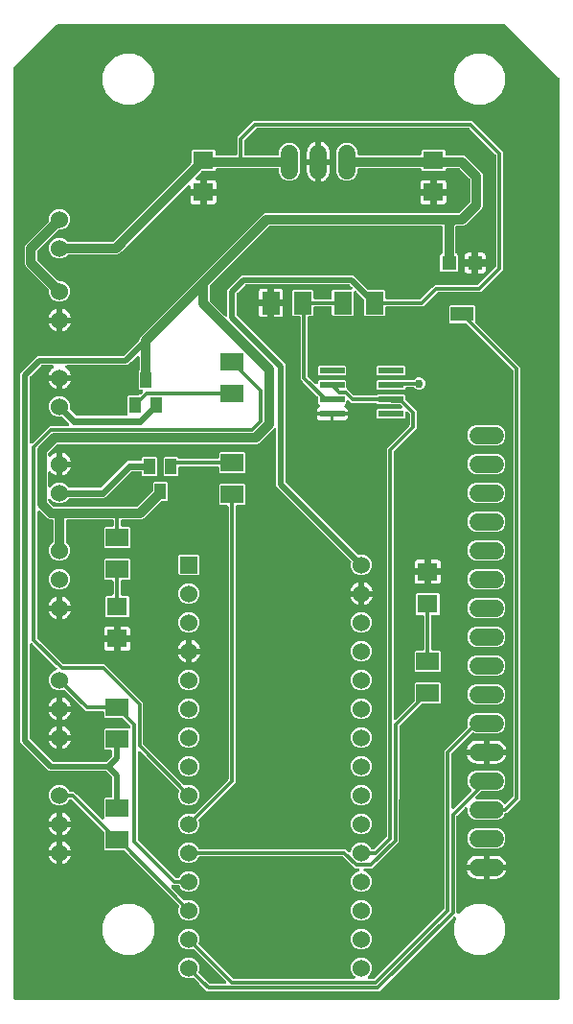
<source format=gbr>
G04 EAGLE Gerber X2 export*
%TF.Part,Single*%
%TF.FileFunction,Copper,L1,Top,Mixed*%
%TF.FilePolarity,Positive*%
%TF.GenerationSoftware,Autodesk,EAGLE,9.1.1*%
%TF.CreationDate,2018-08-04T18:42:35Z*%
G75*
%MOMM*%
%FSLAX34Y34*%
%LPD*%
%AMOC8*
5,1,8,0,0,1.08239X$1,22.5*%
G01*
%ADD10R,1.800000X1.600000*%
%ADD11C,1.524000*%
%ADD12R,2.200000X0.600000*%
%ADD13R,1.803000X1.600000*%
%ADD14R,2.000000X1.600000*%
%ADD15R,1.600000X2.000000*%
%ADD16C,1.524000*%
%ADD17R,1.524000X1.524000*%
%ADD18R,1.000000X1.400000*%
%ADD19R,2.000000X1.300000*%
%ADD20R,1.300000X1.300000*%
%ADD21C,0.812800*%
%ADD22C,0.497841*%
%ADD23C,0.508000*%
%ADD24C,0.304800*%
%ADD25C,0.756400*%
%ADD26C,0.609600*%

G36*
X491062Y10164D02*
X491062Y10164D01*
X491088Y10162D01*
X491235Y10184D01*
X491382Y10201D01*
X491407Y10209D01*
X491433Y10213D01*
X491571Y10268D01*
X491710Y10318D01*
X491732Y10332D01*
X491757Y10342D01*
X491878Y10427D01*
X492003Y10507D01*
X492021Y10526D01*
X492043Y10541D01*
X492142Y10651D01*
X492245Y10758D01*
X492259Y10780D01*
X492276Y10800D01*
X492348Y10930D01*
X492424Y11057D01*
X492432Y11082D01*
X492445Y11105D01*
X492485Y11248D01*
X492530Y11389D01*
X492532Y11415D01*
X492540Y11440D01*
X492559Y11684D01*
X492559Y822144D01*
X492545Y822270D01*
X492538Y822396D01*
X492525Y822442D01*
X492519Y822490D01*
X492477Y822609D01*
X492442Y822731D01*
X492418Y822773D01*
X492402Y822818D01*
X492333Y822925D01*
X492272Y823035D01*
X492232Y823081D01*
X492213Y823111D01*
X492178Y823145D01*
X492113Y823221D01*
X445321Y870013D01*
X445222Y870092D01*
X445128Y870176D01*
X445086Y870200D01*
X445048Y870230D01*
X444934Y870284D01*
X444823Y870345D01*
X444777Y870358D01*
X444733Y870379D01*
X444610Y870405D01*
X444488Y870440D01*
X444427Y870445D01*
X444392Y870452D01*
X444344Y870451D01*
X444244Y870459D01*
X48516Y870459D01*
X48390Y870445D01*
X48264Y870438D01*
X48218Y870425D01*
X48170Y870419D01*
X48051Y870377D01*
X47929Y870342D01*
X47887Y870318D01*
X47842Y870302D01*
X47735Y870233D01*
X47625Y870172D01*
X47579Y870132D01*
X47549Y870113D01*
X47515Y870078D01*
X47439Y870013D01*
X10607Y833181D01*
X10528Y833082D01*
X10444Y832988D01*
X10420Y832946D01*
X10390Y832908D01*
X10336Y832794D01*
X10275Y832683D01*
X10262Y832637D01*
X10241Y832593D01*
X10215Y832470D01*
X10180Y832348D01*
X10175Y832287D01*
X10168Y832252D01*
X10169Y832204D01*
X10161Y832104D01*
X10161Y11684D01*
X10164Y11658D01*
X10162Y11632D01*
X10184Y11485D01*
X10201Y11338D01*
X10209Y11313D01*
X10213Y11287D01*
X10268Y11149D01*
X10318Y11010D01*
X10332Y10988D01*
X10342Y10963D01*
X10427Y10842D01*
X10507Y10717D01*
X10526Y10699D01*
X10541Y10677D01*
X10651Y10578D01*
X10758Y10475D01*
X10780Y10461D01*
X10800Y10444D01*
X10930Y10372D01*
X11057Y10296D01*
X11082Y10288D01*
X11105Y10275D01*
X11248Y10235D01*
X11389Y10190D01*
X11415Y10188D01*
X11440Y10180D01*
X11684Y10161D01*
X491036Y10161D01*
X491062Y10164D01*
G37*
%LPC*%
G36*
X163281Y79755D02*
X163281Y79755D01*
X159920Y81148D01*
X157348Y83720D01*
X155955Y87081D01*
X155955Y90719D01*
X156449Y91910D01*
X156470Y91983D01*
X156500Y92054D01*
X156517Y92150D01*
X156544Y92245D01*
X156548Y92321D01*
X156562Y92397D01*
X156556Y92495D01*
X156561Y92593D01*
X156548Y92668D01*
X156544Y92745D01*
X156516Y92839D01*
X156499Y92936D01*
X156468Y93006D01*
X156447Y93080D01*
X156399Y93165D01*
X156360Y93256D01*
X156314Y93317D01*
X156277Y93384D01*
X156180Y93497D01*
X156152Y93535D01*
X156137Y93548D01*
X156118Y93570D01*
X108559Y141129D01*
X108460Y141208D01*
X108366Y141292D01*
X108324Y141316D01*
X108286Y141346D01*
X108172Y141400D01*
X108061Y141461D01*
X108015Y141474D01*
X107971Y141495D01*
X107848Y141521D01*
X107726Y141556D01*
X107665Y141561D01*
X107631Y141568D01*
X107583Y141567D01*
X107482Y141575D01*
X90968Y141575D01*
X90075Y142468D01*
X90075Y157682D01*
X90061Y157808D01*
X90054Y157934D01*
X90041Y157980D01*
X90035Y158028D01*
X89993Y158147D01*
X89958Y158269D01*
X89934Y158311D01*
X89918Y158357D01*
X89849Y158463D01*
X89788Y158573D01*
X89748Y158619D01*
X89729Y158649D01*
X89694Y158683D01*
X89629Y158759D01*
X61487Y186901D01*
X61370Y186994D01*
X61255Y187092D01*
X61233Y187103D01*
X61214Y187118D01*
X61079Y187182D01*
X60944Y187251D01*
X60921Y187256D01*
X60899Y187267D01*
X60752Y187298D01*
X60606Y187335D01*
X60582Y187335D01*
X60558Y187340D01*
X60409Y187338D01*
X60258Y187340D01*
X60234Y187335D01*
X60210Y187334D01*
X60064Y187298D01*
X59917Y187265D01*
X59895Y187255D01*
X59872Y187249D01*
X59738Y187180D01*
X59603Y187116D01*
X59584Y187101D01*
X59562Y187090D01*
X59448Y186992D01*
X59330Y186898D01*
X59315Y186879D01*
X59297Y186864D01*
X59207Y186743D01*
X59114Y186625D01*
X59101Y186599D01*
X59090Y186583D01*
X59071Y186540D01*
X59003Y186407D01*
X58553Y185320D01*
X55980Y182748D01*
X52619Y181355D01*
X48981Y181355D01*
X45620Y182748D01*
X43048Y185320D01*
X41655Y188681D01*
X41655Y192319D01*
X43048Y195680D01*
X45620Y198252D01*
X48981Y199645D01*
X52619Y199645D01*
X55980Y198252D01*
X58553Y195680D01*
X59046Y194489D01*
X59083Y194422D01*
X59111Y194351D01*
X59167Y194270D01*
X59215Y194184D01*
X59267Y194128D01*
X59310Y194065D01*
X59383Y193999D01*
X59449Y193926D01*
X59512Y193883D01*
X59569Y193832D01*
X59655Y193784D01*
X59736Y193728D01*
X59807Y193700D01*
X59874Y193663D01*
X59969Y193636D01*
X60060Y193600D01*
X60136Y193589D01*
X60209Y193568D01*
X60358Y193556D01*
X60405Y193549D01*
X60424Y193551D01*
X60453Y193549D01*
X63463Y193549D01*
X65695Y191317D01*
X87475Y169537D01*
X87553Y169474D01*
X87626Y169404D01*
X87690Y169366D01*
X87748Y169320D01*
X87839Y169277D01*
X87925Y169226D01*
X87996Y169203D01*
X88063Y169171D01*
X88161Y169150D01*
X88257Y169119D01*
X88331Y169113D01*
X88404Y169098D01*
X88504Y169099D01*
X88604Y169091D01*
X88678Y169102D01*
X88752Y169104D01*
X88849Y169128D01*
X88949Y169143D01*
X89018Y169171D01*
X89090Y169189D01*
X89180Y169235D01*
X89273Y169272D01*
X89334Y169314D01*
X89400Y169348D01*
X89477Y169414D01*
X89559Y169471D01*
X89609Y169526D01*
X89665Y169574D01*
X89725Y169655D01*
X89792Y169730D01*
X89828Y169795D01*
X89873Y169854D01*
X89912Y169947D01*
X89961Y170035D01*
X89981Y170106D01*
X90011Y170174D01*
X90028Y170273D01*
X90056Y170370D01*
X90064Y170470D01*
X90072Y170517D01*
X90070Y170553D01*
X90075Y170614D01*
X90075Y187732D01*
X90968Y188625D01*
X96012Y188625D01*
X96038Y188628D01*
X96064Y188626D01*
X96211Y188648D01*
X96358Y188665D01*
X96383Y188673D01*
X96409Y188677D01*
X96547Y188732D01*
X96686Y188782D01*
X96708Y188796D01*
X96733Y188806D01*
X96854Y188891D01*
X96979Y188971D01*
X96997Y188990D01*
X97019Y189005D01*
X97118Y189115D01*
X97221Y189222D01*
X97235Y189244D01*
X97252Y189264D01*
X97324Y189394D01*
X97400Y189521D01*
X97408Y189546D01*
X97421Y189569D01*
X97461Y189712D01*
X97506Y189853D01*
X97508Y189879D01*
X97516Y189904D01*
X97535Y190148D01*
X97535Y205965D01*
X97521Y206091D01*
X97514Y206217D01*
X97501Y206264D01*
X97495Y206312D01*
X97453Y206431D01*
X97418Y206552D01*
X97394Y206594D01*
X97378Y206640D01*
X97309Y206746D01*
X97248Y206856D01*
X97208Y206902D01*
X97189Y206932D01*
X97154Y206966D01*
X97089Y207042D01*
X92742Y211389D01*
X92643Y211468D01*
X92550Y211552D01*
X92507Y211576D01*
X92469Y211606D01*
X92355Y211660D01*
X92245Y211721D01*
X92198Y211734D01*
X92154Y211755D01*
X92031Y211781D01*
X91909Y211816D01*
X91848Y211821D01*
X91814Y211828D01*
X91766Y211827D01*
X91665Y211835D01*
X41496Y211835D01*
X16255Y237076D01*
X16255Y563024D01*
X31336Y578105D01*
X106905Y578105D01*
X107031Y578119D01*
X107157Y578126D01*
X107204Y578139D01*
X107252Y578145D01*
X107371Y578187D01*
X107492Y578222D01*
X107534Y578246D01*
X107580Y578262D01*
X107686Y578331D01*
X107796Y578392D01*
X107842Y578432D01*
X107872Y578451D01*
X107906Y578486D01*
X107982Y578551D01*
X120965Y591534D01*
X121044Y591633D01*
X121128Y591726D01*
X121152Y591769D01*
X121182Y591807D01*
X121236Y591921D01*
X121297Y592031D01*
X121310Y592078D01*
X121331Y592122D01*
X121357Y592245D01*
X121392Y592367D01*
X121397Y592428D01*
X121404Y592462D01*
X121403Y592510D01*
X121411Y592611D01*
X121411Y592932D01*
X122262Y594986D01*
X230514Y703238D01*
X232568Y704089D01*
X403454Y704089D01*
X403580Y704103D01*
X403706Y704110D01*
X403752Y704123D01*
X403800Y704129D01*
X403919Y704171D01*
X404041Y704206D01*
X404083Y704230D01*
X404128Y704246D01*
X404235Y704315D01*
X404345Y704376D01*
X404391Y704416D01*
X404421Y704435D01*
X404455Y704470D01*
X404531Y704535D01*
X413065Y713069D01*
X413144Y713168D01*
X413228Y713262D01*
X413252Y713304D01*
X413282Y713342D01*
X413336Y713456D01*
X413397Y713567D01*
X413410Y713613D01*
X413431Y713657D01*
X413457Y713780D01*
X413492Y713902D01*
X413497Y713963D01*
X413504Y713998D01*
X413503Y714046D01*
X413511Y714146D01*
X413511Y733654D01*
X413497Y733780D01*
X413490Y733906D01*
X413477Y733952D01*
X413471Y734000D01*
X413429Y734119D01*
X413394Y734241D01*
X413370Y734283D01*
X413354Y734328D01*
X413285Y734435D01*
X413224Y734545D01*
X413184Y734591D01*
X413165Y734621D01*
X413130Y734655D01*
X413065Y734731D01*
X404531Y743265D01*
X404432Y743344D01*
X404338Y743428D01*
X404296Y743452D01*
X404258Y743482D01*
X404144Y743536D01*
X404033Y743597D01*
X403987Y743610D01*
X403943Y743631D01*
X403820Y743657D01*
X403698Y743692D01*
X403637Y743697D01*
X403602Y743704D01*
X403554Y743703D01*
X403454Y743711D01*
X393048Y743711D01*
X393022Y743708D01*
X392996Y743710D01*
X392849Y743688D01*
X392702Y743671D01*
X392677Y743663D01*
X392651Y743659D01*
X392513Y743604D01*
X392374Y743554D01*
X392352Y743540D01*
X392327Y743530D01*
X392206Y743445D01*
X392081Y743365D01*
X392063Y743346D01*
X392041Y743331D01*
X391942Y743221D01*
X391839Y743114D01*
X391825Y743092D01*
X391808Y743072D01*
X391736Y742942D01*
X391660Y742815D01*
X391652Y742790D01*
X391639Y742767D01*
X391599Y742624D01*
X391554Y742483D01*
X391552Y742457D01*
X391544Y742432D01*
X391525Y742188D01*
X391525Y741968D01*
X390632Y741075D01*
X371368Y741075D01*
X370475Y741968D01*
X370475Y742188D01*
X370472Y742214D01*
X370474Y742240D01*
X370452Y742387D01*
X370435Y742534D01*
X370427Y742559D01*
X370423Y742585D01*
X370368Y742723D01*
X370318Y742862D01*
X370304Y742884D01*
X370294Y742909D01*
X370209Y743030D01*
X370129Y743155D01*
X370110Y743173D01*
X370095Y743195D01*
X369985Y743294D01*
X369878Y743397D01*
X369856Y743411D01*
X369836Y743428D01*
X369706Y743500D01*
X369579Y743576D01*
X369554Y743584D01*
X369531Y743597D01*
X369388Y743637D01*
X369247Y743682D01*
X369221Y743684D01*
X369196Y743692D01*
X368952Y743711D01*
X315468Y743711D01*
X315442Y743708D01*
X315416Y743710D01*
X315269Y743688D01*
X315122Y743671D01*
X315097Y743663D01*
X315071Y743659D01*
X314933Y743604D01*
X314794Y743554D01*
X314772Y743540D01*
X314747Y743530D01*
X314626Y743445D01*
X314501Y743365D01*
X314483Y743346D01*
X314461Y743331D01*
X314362Y743221D01*
X314259Y743114D01*
X314245Y743092D01*
X314228Y743072D01*
X314156Y742942D01*
X314080Y742815D01*
X314072Y742790D01*
X314059Y742767D01*
X314019Y742624D01*
X313974Y742483D01*
X313972Y742457D01*
X313964Y742432D01*
X313945Y742188D01*
X313945Y739861D01*
X312552Y736500D01*
X309980Y733928D01*
X306619Y732535D01*
X302981Y732535D01*
X299620Y733928D01*
X297048Y736500D01*
X295655Y739861D01*
X295655Y758739D01*
X297048Y762100D01*
X299620Y764672D01*
X302981Y766065D01*
X306619Y766065D01*
X309980Y764672D01*
X312552Y762100D01*
X313945Y758739D01*
X313945Y756412D01*
X313948Y756386D01*
X313946Y756360D01*
X313968Y756213D01*
X313985Y756066D01*
X313993Y756041D01*
X313997Y756015D01*
X314052Y755877D01*
X314102Y755738D01*
X314116Y755716D01*
X314126Y755691D01*
X314211Y755570D01*
X314291Y755445D01*
X314310Y755427D01*
X314325Y755405D01*
X314435Y755306D01*
X314542Y755203D01*
X314564Y755189D01*
X314584Y755172D01*
X314714Y755100D01*
X314841Y755024D01*
X314866Y755016D01*
X314889Y755003D01*
X315032Y754963D01*
X315173Y754918D01*
X315199Y754916D01*
X315224Y754908D01*
X315468Y754889D01*
X368952Y754889D01*
X368978Y754892D01*
X369004Y754890D01*
X369151Y754912D01*
X369298Y754929D01*
X369323Y754937D01*
X369349Y754941D01*
X369487Y754996D01*
X369626Y755046D01*
X369648Y755060D01*
X369673Y755070D01*
X369794Y755155D01*
X369919Y755235D01*
X369937Y755254D01*
X369959Y755269D01*
X370058Y755379D01*
X370161Y755486D01*
X370175Y755508D01*
X370192Y755528D01*
X370264Y755657D01*
X370340Y755785D01*
X370348Y755810D01*
X370361Y755833D01*
X370401Y755976D01*
X370446Y756117D01*
X370448Y756143D01*
X370456Y756168D01*
X370475Y756412D01*
X370475Y759232D01*
X371368Y760125D01*
X390632Y760125D01*
X391525Y759232D01*
X391525Y756412D01*
X391528Y756386D01*
X391526Y756360D01*
X391548Y756213D01*
X391565Y756066D01*
X391573Y756041D01*
X391577Y756015D01*
X391632Y755877D01*
X391682Y755738D01*
X391696Y755716D01*
X391706Y755691D01*
X391791Y755570D01*
X391871Y755445D01*
X391890Y755427D01*
X391905Y755405D01*
X392015Y755306D01*
X392122Y755203D01*
X392144Y755189D01*
X392164Y755172D01*
X392294Y755100D01*
X392421Y755024D01*
X392446Y755016D01*
X392469Y755003D01*
X392612Y754963D01*
X392753Y754918D01*
X392779Y754916D01*
X392804Y754908D01*
X393048Y754889D01*
X407512Y754889D01*
X409566Y754038D01*
X423838Y739766D01*
X424689Y737712D01*
X424689Y710088D01*
X423838Y708034D01*
X409566Y693762D01*
X407512Y692911D01*
X402012Y692911D01*
X401986Y692908D01*
X401960Y692910D01*
X401813Y692888D01*
X401666Y692871D01*
X401641Y692863D01*
X401615Y692859D01*
X401477Y692804D01*
X401338Y692754D01*
X401316Y692740D01*
X401291Y692730D01*
X401170Y692645D01*
X401045Y692565D01*
X401027Y692546D01*
X401005Y692531D01*
X400906Y692421D01*
X400803Y692314D01*
X400789Y692292D01*
X400772Y692272D01*
X400700Y692142D01*
X400624Y692015D01*
X400616Y691990D01*
X400603Y691967D01*
X400563Y691824D01*
X400518Y691683D01*
X400516Y691657D01*
X400508Y691632D01*
X400489Y691388D01*
X400489Y669588D01*
X400492Y669562D01*
X400490Y669536D01*
X400512Y669389D01*
X400529Y669242D01*
X400537Y669217D01*
X400541Y669191D01*
X400596Y669053D01*
X400646Y668914D01*
X400660Y668892D01*
X400670Y668867D01*
X400755Y668746D01*
X400835Y668621D01*
X400854Y668603D01*
X400869Y668581D01*
X400979Y668482D01*
X401086Y668379D01*
X401108Y668365D01*
X401128Y668348D01*
X401258Y668276D01*
X401385Y668200D01*
X401410Y668192D01*
X401433Y668179D01*
X401576Y668139D01*
X401717Y668094D01*
X401743Y668092D01*
X401768Y668084D01*
X402012Y668065D01*
X402032Y668065D01*
X402925Y667172D01*
X402925Y652908D01*
X402032Y652015D01*
X387768Y652015D01*
X386875Y652908D01*
X386875Y667172D01*
X387768Y668065D01*
X387788Y668065D01*
X387814Y668068D01*
X387840Y668066D01*
X387987Y668088D01*
X388134Y668105D01*
X388159Y668113D01*
X388185Y668117D01*
X388323Y668172D01*
X388462Y668222D01*
X388484Y668236D01*
X388509Y668246D01*
X388630Y668331D01*
X388755Y668411D01*
X388773Y668430D01*
X388795Y668445D01*
X388894Y668555D01*
X388997Y668662D01*
X389011Y668684D01*
X389028Y668704D01*
X389100Y668834D01*
X389176Y668961D01*
X389184Y668986D01*
X389197Y669009D01*
X389237Y669152D01*
X389282Y669293D01*
X389284Y669319D01*
X389292Y669344D01*
X389311Y669588D01*
X389311Y691388D01*
X389308Y691414D01*
X389310Y691440D01*
X389288Y691587D01*
X389271Y691734D01*
X389263Y691759D01*
X389259Y691785D01*
X389204Y691923D01*
X389154Y692062D01*
X389140Y692084D01*
X389130Y692109D01*
X389045Y692230D01*
X388965Y692355D01*
X388946Y692373D01*
X388931Y692395D01*
X388821Y692494D01*
X388714Y692597D01*
X388692Y692611D01*
X388672Y692628D01*
X388542Y692700D01*
X388415Y692776D01*
X388390Y692784D01*
X388367Y692797D01*
X388224Y692837D01*
X388083Y692882D01*
X388057Y692884D01*
X388032Y692892D01*
X387788Y692911D01*
X236626Y692911D01*
X236500Y692897D01*
X236374Y692890D01*
X236328Y692877D01*
X236280Y692871D01*
X236161Y692829D01*
X236039Y692794D01*
X235997Y692770D01*
X235952Y692754D01*
X235845Y692685D01*
X235735Y692624D01*
X235689Y692584D01*
X235659Y692565D01*
X235625Y692530D01*
X235549Y692465D01*
X183835Y640751D01*
X183756Y640652D01*
X183672Y640558D01*
X183648Y640516D01*
X183618Y640478D01*
X183564Y640364D01*
X183503Y640253D01*
X183490Y640207D01*
X183469Y640163D01*
X183443Y640040D01*
X183408Y639918D01*
X183403Y639857D01*
X183396Y639822D01*
X183397Y639774D01*
X183389Y639674D01*
X183389Y627049D01*
X183390Y627034D01*
X183390Y627025D01*
X183398Y626972D01*
X183403Y626923D01*
X183410Y626797D01*
X183423Y626750D01*
X183429Y626702D01*
X183471Y626583D01*
X183506Y626462D01*
X183530Y626420D01*
X183546Y626374D01*
X183615Y626268D01*
X183676Y626158D01*
X183716Y626112D01*
X183735Y626081D01*
X183770Y626048D01*
X183835Y625971D01*
X196535Y613271D01*
X196613Y613209D01*
X196686Y613139D01*
X196750Y613101D01*
X196808Y613055D01*
X196899Y613012D01*
X196985Y612960D01*
X197056Y612938D01*
X197123Y612906D01*
X197221Y612885D01*
X197317Y612854D01*
X197391Y612848D01*
X197464Y612832D01*
X197564Y612834D01*
X197664Y612826D01*
X197738Y612837D01*
X197812Y612838D01*
X197909Y612863D01*
X198009Y612878D01*
X198078Y612905D01*
X198150Y612923D01*
X198240Y612969D01*
X198333Y613007D01*
X198394Y613049D01*
X198460Y613083D01*
X198537Y613148D01*
X198619Y613205D01*
X198669Y613261D01*
X198725Y613309D01*
X198785Y613390D01*
X198852Y613464D01*
X198888Y613529D01*
X198933Y613589D01*
X198972Y613681D01*
X199021Y613769D01*
X199041Y613841D01*
X199071Y613909D01*
X199088Y614008D01*
X199116Y614105D01*
X199124Y614205D01*
X199132Y614252D01*
X199130Y614288D01*
X199135Y614348D01*
X199135Y636684D01*
X211676Y649225D01*
X310324Y649225D01*
X313151Y646398D01*
X322738Y636811D01*
X322837Y636732D01*
X322930Y636648D01*
X322973Y636624D01*
X323011Y636594D01*
X323125Y636540D01*
X323235Y636479D01*
X323282Y636466D01*
X323326Y636445D01*
X323449Y636419D01*
X323571Y636384D01*
X323632Y636379D01*
X323666Y636372D01*
X323714Y636373D01*
X323815Y636365D01*
X337592Y636365D01*
X338485Y635472D01*
X338485Y629412D01*
X338488Y629386D01*
X338486Y629360D01*
X338508Y629213D01*
X338525Y629066D01*
X338533Y629041D01*
X338537Y629015D01*
X338592Y628877D01*
X338642Y628738D01*
X338656Y628716D01*
X338666Y628691D01*
X338751Y628570D01*
X338831Y628445D01*
X338850Y628427D01*
X338865Y628405D01*
X338975Y628306D01*
X339082Y628203D01*
X339104Y628189D01*
X339124Y628172D01*
X339254Y628100D01*
X339381Y628024D01*
X339406Y628016D01*
X339429Y628003D01*
X339572Y627963D01*
X339713Y627918D01*
X339739Y627916D01*
X339764Y627908D01*
X340008Y627889D01*
X368946Y627889D01*
X369072Y627903D01*
X369198Y627910D01*
X369244Y627923D01*
X369292Y627929D01*
X369411Y627971D01*
X369533Y628006D01*
X369575Y628030D01*
X369621Y628046D01*
X369727Y628115D01*
X369837Y628176D01*
X369883Y628216D01*
X369913Y628235D01*
X369947Y628270D01*
X370023Y628335D01*
X380045Y638357D01*
X382277Y640589D01*
X419746Y640589D01*
X419872Y640603D01*
X419998Y640610D01*
X420044Y640623D01*
X420092Y640629D01*
X420211Y640671D01*
X420333Y640706D01*
X420375Y640730D01*
X420421Y640746D01*
X420527Y640815D01*
X420637Y640876D01*
X420683Y640916D01*
X420713Y640935D01*
X420747Y640970D01*
X420823Y641035D01*
X435925Y656137D01*
X436004Y656236D01*
X436088Y656330D01*
X436112Y656372D01*
X436142Y656410D01*
X436196Y656524D01*
X436257Y656635D01*
X436270Y656681D01*
X436291Y656725D01*
X436317Y656848D01*
X436352Y656970D01*
X436357Y657031D01*
X436364Y657066D01*
X436363Y657114D01*
X436371Y657214D01*
X436371Y755026D01*
X436366Y755073D01*
X436367Y755082D01*
X436359Y755133D01*
X436357Y755152D01*
X436350Y755278D01*
X436337Y755324D01*
X436331Y755372D01*
X436317Y755412D01*
X436315Y755427D01*
X436288Y755496D01*
X436254Y755613D01*
X436230Y755655D01*
X436214Y755701D01*
X436194Y755732D01*
X436186Y755751D01*
X436137Y755821D01*
X436084Y755917D01*
X436044Y755963D01*
X436025Y755993D01*
X436002Y756015D01*
X435987Y756037D01*
X435963Y756059D01*
X435925Y756103D01*
X413203Y778825D01*
X413104Y778904D01*
X413010Y778988D01*
X412968Y779012D01*
X412930Y779042D01*
X412816Y779096D01*
X412705Y779157D01*
X412659Y779170D01*
X412615Y779191D01*
X412492Y779217D01*
X412370Y779252D01*
X412309Y779257D01*
X412274Y779264D01*
X412226Y779263D01*
X412126Y779271D01*
X225414Y779271D01*
X225288Y779257D01*
X225162Y779250D01*
X225116Y779237D01*
X225068Y779231D01*
X224949Y779189D01*
X224827Y779154D01*
X224785Y779130D01*
X224739Y779114D01*
X224633Y779045D01*
X224523Y778984D01*
X224477Y778944D01*
X224447Y778925D01*
X224413Y778890D01*
X224337Y778825D01*
X214315Y768803D01*
X214236Y768704D01*
X214152Y768610D01*
X214128Y768568D01*
X214098Y768530D01*
X214044Y768416D01*
X213983Y768305D01*
X213970Y768259D01*
X213949Y768215D01*
X213923Y768092D01*
X213888Y767970D01*
X213883Y767909D01*
X213876Y767875D01*
X213877Y767827D01*
X213869Y767726D01*
X213869Y756412D01*
X213872Y756386D01*
X213870Y756360D01*
X213892Y756213D01*
X213909Y756066D01*
X213917Y756041D01*
X213921Y756015D01*
X213976Y755877D01*
X214026Y755738D01*
X214040Y755716D01*
X214050Y755691D01*
X214135Y755570D01*
X214215Y755445D01*
X214234Y755427D01*
X214249Y755405D01*
X214359Y755306D01*
X214466Y755203D01*
X214488Y755189D01*
X214508Y755172D01*
X214638Y755100D01*
X214765Y755024D01*
X214790Y755016D01*
X214813Y755003D01*
X214956Y754963D01*
X215097Y754918D01*
X215123Y754916D01*
X215148Y754908D01*
X215392Y754889D01*
X243332Y754889D01*
X243358Y754892D01*
X243384Y754890D01*
X243531Y754912D01*
X243678Y754929D01*
X243703Y754937D01*
X243729Y754941D01*
X243867Y754996D01*
X244006Y755046D01*
X244028Y755060D01*
X244053Y755070D01*
X244174Y755155D01*
X244299Y755235D01*
X244317Y755254D01*
X244339Y755269D01*
X244438Y755379D01*
X244541Y755486D01*
X244555Y755508D01*
X244572Y755528D01*
X244644Y755657D01*
X244720Y755785D01*
X244728Y755810D01*
X244741Y755833D01*
X244781Y755976D01*
X244826Y756117D01*
X244828Y756143D01*
X244836Y756168D01*
X244855Y756412D01*
X244855Y758739D01*
X246248Y762100D01*
X248820Y764672D01*
X252181Y766065D01*
X255819Y766065D01*
X259180Y764672D01*
X261752Y762100D01*
X263145Y758739D01*
X263145Y739861D01*
X261752Y736500D01*
X259180Y733928D01*
X255819Y732535D01*
X252181Y732535D01*
X248820Y733928D01*
X246248Y736500D01*
X244855Y739861D01*
X244855Y742188D01*
X244852Y742214D01*
X244854Y742240D01*
X244832Y742387D01*
X244815Y742534D01*
X244807Y742559D01*
X244803Y742585D01*
X244748Y742723D01*
X244698Y742862D01*
X244684Y742884D01*
X244674Y742909D01*
X244589Y743030D01*
X244509Y743155D01*
X244490Y743173D01*
X244475Y743195D01*
X244365Y743294D01*
X244258Y743397D01*
X244236Y743411D01*
X244216Y743428D01*
X244086Y743500D01*
X243959Y743576D01*
X243934Y743584D01*
X243911Y743597D01*
X243768Y743637D01*
X243627Y743682D01*
X243601Y743684D01*
X243576Y743692D01*
X243332Y743711D01*
X189848Y743711D01*
X189822Y743708D01*
X189796Y743710D01*
X189649Y743688D01*
X189502Y743671D01*
X189477Y743663D01*
X189451Y743659D01*
X189313Y743604D01*
X189174Y743554D01*
X189152Y743540D01*
X189127Y743530D01*
X189006Y743445D01*
X188881Y743365D01*
X188863Y743346D01*
X188841Y743331D01*
X188742Y743221D01*
X188639Y743114D01*
X188625Y743092D01*
X188608Y743072D01*
X188536Y742942D01*
X188460Y742815D01*
X188452Y742790D01*
X188439Y742767D01*
X188399Y742624D01*
X188354Y742483D01*
X188352Y742457D01*
X188344Y742432D01*
X188325Y742188D01*
X188325Y741968D01*
X187432Y741075D01*
X176810Y741075D01*
X176684Y741061D01*
X176558Y741054D01*
X176512Y741041D01*
X176464Y741035D01*
X176345Y740993D01*
X176223Y740958D01*
X176181Y740934D01*
X176136Y740918D01*
X176029Y740849D01*
X175919Y740788D01*
X175873Y740748D01*
X175843Y740729D01*
X175809Y740694D01*
X175733Y740629D01*
X170845Y735741D01*
X170782Y735663D01*
X170713Y735590D01*
X170674Y735526D01*
X170628Y735468D01*
X170585Y735377D01*
X170534Y735291D01*
X170511Y735220D01*
X170479Y735153D01*
X170458Y735055D01*
X170427Y734959D01*
X170421Y734885D01*
X170406Y734812D01*
X170408Y734712D01*
X170399Y734612D01*
X170411Y734538D01*
X170412Y734464D01*
X170436Y734367D01*
X170451Y734267D01*
X170479Y734198D01*
X170497Y734126D01*
X170543Y734036D01*
X170580Y733943D01*
X170622Y733882D01*
X170656Y733816D01*
X170722Y733739D01*
X170779Y733657D01*
X170834Y733607D01*
X170882Y733551D01*
X170963Y733491D01*
X171038Y733424D01*
X171103Y733388D01*
X171163Y733343D01*
X171255Y733304D01*
X171343Y733255D01*
X171414Y733235D01*
X171483Y733205D01*
X171581Y733188D01*
X171678Y733160D01*
X171778Y733152D01*
X171826Y733144D01*
X171861Y733146D01*
X171922Y733141D01*
X174753Y733141D01*
X174753Y725647D01*
X166259Y725647D01*
X166259Y727478D01*
X166248Y727578D01*
X166246Y727678D01*
X166228Y727750D01*
X166219Y727824D01*
X166186Y727919D01*
X166161Y728016D01*
X166127Y728082D01*
X166102Y728152D01*
X166047Y728237D01*
X166001Y728326D01*
X165953Y728383D01*
X165913Y728445D01*
X165841Y728515D01*
X165776Y728592D01*
X165716Y728636D01*
X165662Y728687D01*
X165576Y728739D01*
X165495Y728799D01*
X165427Y728828D01*
X165363Y728866D01*
X165267Y728897D01*
X165175Y728937D01*
X165102Y728950D01*
X165031Y728973D01*
X164931Y728981D01*
X164832Y728998D01*
X164758Y728995D01*
X164684Y729001D01*
X164584Y728986D01*
X164484Y728980D01*
X164413Y728960D01*
X164339Y728949D01*
X164246Y728912D01*
X164149Y728884D01*
X164084Y728848D01*
X164015Y728820D01*
X163933Y728763D01*
X163845Y728714D01*
X163769Y728649D01*
X163729Y728621D01*
X163705Y728595D01*
X163659Y728555D01*
X105252Y670149D01*
X105252Y670148D01*
X103466Y668362D01*
X101412Y667511D01*
X58775Y667511D01*
X58649Y667497D01*
X58523Y667490D01*
X58477Y667477D01*
X58429Y667471D01*
X58310Y667429D01*
X58188Y667394D01*
X58146Y667370D01*
X58100Y667354D01*
X57994Y667285D01*
X57884Y667224D01*
X57838Y667184D01*
X57808Y667165D01*
X57774Y667130D01*
X57698Y667065D01*
X55980Y665347D01*
X52619Y663955D01*
X48981Y663955D01*
X45620Y665348D01*
X43048Y667920D01*
X41655Y671281D01*
X41655Y674919D01*
X43048Y678280D01*
X45620Y680852D01*
X48981Y682245D01*
X52619Y682245D01*
X55980Y680853D01*
X57698Y679135D01*
X57797Y679056D01*
X57891Y678972D01*
X57933Y678948D01*
X57971Y678918D01*
X58085Y678864D01*
X58196Y678803D01*
X58242Y678790D01*
X58286Y678769D01*
X58409Y678743D01*
X58531Y678708D01*
X58592Y678703D01*
X58626Y678696D01*
X58675Y678697D01*
X58775Y678689D01*
X97354Y678689D01*
X97480Y678703D01*
X97606Y678710D01*
X97652Y678723D01*
X97700Y678729D01*
X97819Y678771D01*
X97941Y678806D01*
X97983Y678830D01*
X98028Y678846D01*
X98135Y678915D01*
X98245Y678976D01*
X98291Y679016D01*
X98321Y679035D01*
X98355Y679070D01*
X98431Y679135D01*
X166829Y747533D01*
X166908Y747632D01*
X166992Y747726D01*
X167016Y747768D01*
X167046Y747806D01*
X167100Y747920D01*
X167161Y748031D01*
X167174Y748077D01*
X167195Y748121D01*
X167221Y748244D01*
X167256Y748366D01*
X167261Y748427D01*
X167268Y748462D01*
X167267Y748510D01*
X167275Y748610D01*
X167275Y759232D01*
X168168Y760125D01*
X187432Y760125D01*
X188325Y759232D01*
X188325Y756412D01*
X188328Y756386D01*
X188326Y756360D01*
X188348Y756213D01*
X188365Y756066D01*
X188373Y756041D01*
X188377Y756015D01*
X188432Y755877D01*
X188482Y755738D01*
X188496Y755716D01*
X188506Y755691D01*
X188591Y755570D01*
X188671Y755445D01*
X188690Y755427D01*
X188705Y755405D01*
X188815Y755306D01*
X188922Y755203D01*
X188944Y755189D01*
X188964Y755172D01*
X189094Y755100D01*
X189221Y755024D01*
X189246Y755016D01*
X189269Y755003D01*
X189412Y754963D01*
X189553Y754918D01*
X189579Y754916D01*
X189604Y754908D01*
X189848Y754889D01*
X206248Y754889D01*
X206274Y754892D01*
X206300Y754890D01*
X206447Y754912D01*
X206594Y754929D01*
X206619Y754937D01*
X206645Y754941D01*
X206783Y754996D01*
X206922Y755046D01*
X206944Y755060D01*
X206969Y755070D01*
X207090Y755155D01*
X207215Y755235D01*
X207233Y755254D01*
X207255Y755269D01*
X207354Y755379D01*
X207457Y755486D01*
X207471Y755508D01*
X207488Y755528D01*
X207560Y755657D01*
X207636Y755785D01*
X207644Y755810D01*
X207657Y755833D01*
X207697Y755976D01*
X207742Y756117D01*
X207744Y756143D01*
X207752Y756168D01*
X207771Y756412D01*
X207771Y770883D01*
X210003Y773115D01*
X222257Y785369D01*
X415283Y785369D01*
X442469Y758183D01*
X442469Y654057D01*
X422903Y634491D01*
X385434Y634491D01*
X385308Y634477D01*
X385182Y634470D01*
X385136Y634457D01*
X385088Y634451D01*
X384969Y634409D01*
X384847Y634374D01*
X384805Y634350D01*
X384759Y634334D01*
X384653Y634265D01*
X384543Y634204D01*
X384497Y634164D01*
X384467Y634145D01*
X384433Y634110D01*
X384357Y634045D01*
X374335Y624023D01*
X372103Y621791D01*
X340008Y621791D01*
X339982Y621788D01*
X339956Y621790D01*
X339809Y621768D01*
X339662Y621751D01*
X339637Y621743D01*
X339611Y621739D01*
X339473Y621684D01*
X339334Y621634D01*
X339312Y621620D01*
X339287Y621610D01*
X339166Y621525D01*
X339041Y621445D01*
X339023Y621426D01*
X339001Y621411D01*
X338902Y621301D01*
X338799Y621194D01*
X338785Y621172D01*
X338768Y621152D01*
X338696Y621022D01*
X338620Y620895D01*
X338612Y620870D01*
X338599Y620847D01*
X338559Y620704D01*
X338514Y620563D01*
X338512Y620537D01*
X338504Y620512D01*
X338485Y620268D01*
X338485Y614208D01*
X337592Y613315D01*
X320328Y613315D01*
X319435Y614208D01*
X319435Y627985D01*
X319421Y628111D01*
X319414Y628237D01*
X319401Y628284D01*
X319395Y628332D01*
X319353Y628451D01*
X319318Y628572D01*
X319294Y628614D01*
X319278Y628660D01*
X319209Y628766D01*
X319148Y628876D01*
X319108Y628923D01*
X319089Y628953D01*
X319054Y628986D01*
X318989Y629062D01*
X313085Y634967D01*
X313007Y635029D01*
X312934Y635099D01*
X312870Y635137D01*
X312812Y635183D01*
X312721Y635226D01*
X312635Y635278D01*
X312564Y635300D01*
X312497Y635332D01*
X312399Y635353D01*
X312303Y635384D01*
X312229Y635390D01*
X312156Y635405D01*
X312056Y635404D01*
X311956Y635412D01*
X311882Y635401D01*
X311808Y635399D01*
X311711Y635375D01*
X311611Y635360D01*
X311542Y635333D01*
X311470Y635314D01*
X311380Y635268D01*
X311287Y635231D01*
X311226Y635189D01*
X311160Y635155D01*
X311083Y635090D01*
X311001Y635032D01*
X310951Y634977D01*
X310895Y634929D01*
X310835Y634848D01*
X310768Y634774D01*
X310732Y634709D01*
X310687Y634649D01*
X310648Y634557D01*
X310599Y634469D01*
X310579Y634397D01*
X310549Y634329D01*
X310532Y634230D01*
X310504Y634133D01*
X310496Y634033D01*
X310488Y633986D01*
X310490Y633950D01*
X310485Y633889D01*
X310485Y614208D01*
X309592Y613315D01*
X292328Y613315D01*
X291435Y614208D01*
X291435Y620268D01*
X291432Y620294D01*
X291434Y620320D01*
X291412Y620467D01*
X291395Y620614D01*
X291387Y620639D01*
X291383Y620665D01*
X291328Y620803D01*
X291278Y620942D01*
X291264Y620964D01*
X291254Y620989D01*
X291169Y621110D01*
X291089Y621235D01*
X291070Y621253D01*
X291055Y621275D01*
X290945Y621374D01*
X290838Y621477D01*
X290816Y621491D01*
X290796Y621508D01*
X290666Y621580D01*
X290539Y621656D01*
X290514Y621664D01*
X290491Y621677D01*
X290348Y621717D01*
X290207Y621762D01*
X290181Y621764D01*
X290156Y621772D01*
X289912Y621791D01*
X276508Y621791D01*
X276482Y621788D01*
X276456Y621790D01*
X276309Y621768D01*
X276162Y621751D01*
X276137Y621743D01*
X276111Y621739D01*
X275973Y621684D01*
X275834Y621634D01*
X275812Y621620D01*
X275787Y621610D01*
X275666Y621525D01*
X275541Y621445D01*
X275523Y621426D01*
X275501Y621411D01*
X275402Y621301D01*
X275299Y621194D01*
X275285Y621172D01*
X275268Y621152D01*
X275196Y621022D01*
X275120Y620895D01*
X275112Y620870D01*
X275099Y620847D01*
X275059Y620704D01*
X275014Y620563D01*
X275012Y620537D01*
X275004Y620512D01*
X274985Y620268D01*
X274985Y614208D01*
X274092Y613315D01*
X271272Y613315D01*
X271246Y613312D01*
X271220Y613314D01*
X271073Y613292D01*
X270926Y613275D01*
X270901Y613267D01*
X270875Y613263D01*
X270737Y613208D01*
X270598Y613158D01*
X270576Y613144D01*
X270551Y613134D01*
X270430Y613049D01*
X270305Y612969D01*
X270287Y612950D01*
X270265Y612935D01*
X270166Y612825D01*
X270063Y612718D01*
X270049Y612696D01*
X270032Y612676D01*
X269960Y612546D01*
X269884Y612419D01*
X269876Y612394D01*
X269863Y612371D01*
X269823Y612228D01*
X269778Y612087D01*
X269776Y612061D01*
X269768Y612036D01*
X269749Y611792D01*
X269749Y560694D01*
X269763Y560568D01*
X269770Y560442D01*
X269783Y560396D01*
X269789Y560348D01*
X269831Y560229D01*
X269866Y560107D01*
X269890Y560065D01*
X269906Y560019D01*
X269975Y559913D01*
X270036Y559803D01*
X270076Y559757D01*
X270095Y559727D01*
X270130Y559693D01*
X270195Y559617D01*
X276375Y553437D01*
X276453Y553374D01*
X276526Y553304D01*
X276590Y553266D01*
X276648Y553220D01*
X276739Y553177D01*
X276825Y553126D01*
X276896Y553103D01*
X276963Y553071D01*
X277061Y553050D01*
X277157Y553019D01*
X277231Y553013D01*
X277304Y552998D01*
X277404Y552999D01*
X277504Y552991D01*
X277578Y553002D01*
X277652Y553004D01*
X277749Y553028D01*
X277849Y553043D01*
X277918Y553071D01*
X277990Y553089D01*
X278080Y553135D01*
X278173Y553172D01*
X278234Y553214D01*
X278300Y553248D01*
X278377Y553314D01*
X278459Y553371D01*
X278509Y553426D01*
X278565Y553474D01*
X278625Y553555D01*
X278692Y553630D01*
X278728Y553695D01*
X278773Y553754D01*
X278812Y553847D01*
X278861Y553935D01*
X278881Y554006D01*
X278911Y554074D01*
X278928Y554173D01*
X278956Y554270D01*
X278964Y554370D01*
X278972Y554417D01*
X278970Y554453D01*
X278975Y554514D01*
X278975Y556082D01*
X279868Y556975D01*
X303132Y556975D01*
X304025Y556082D01*
X304025Y550370D01*
X304028Y550344D01*
X304026Y550318D01*
X304048Y550171D01*
X304065Y550024D01*
X304073Y549999D01*
X304077Y549973D01*
X304132Y549835D01*
X304182Y549696D01*
X304196Y549674D01*
X304206Y549649D01*
X304291Y549528D01*
X304371Y549403D01*
X304390Y549385D01*
X304405Y549363D01*
X304515Y549264D01*
X304622Y549161D01*
X304644Y549147D01*
X304664Y549130D01*
X304794Y549058D01*
X304845Y549027D01*
X310627Y543245D01*
X310726Y543166D01*
X310820Y543082D01*
X310862Y543058D01*
X310900Y543028D01*
X311014Y542974D01*
X311125Y542913D01*
X311172Y542900D01*
X311215Y542879D01*
X311339Y542853D01*
X311461Y542818D01*
X311521Y542813D01*
X311556Y542806D01*
X311604Y542807D01*
X311704Y542799D01*
X329761Y542799D01*
X329887Y542813D01*
X330013Y542820D01*
X330060Y542833D01*
X330108Y542839D01*
X330227Y542881D01*
X330348Y542916D01*
X330390Y542940D01*
X330436Y542956D01*
X330542Y543025D01*
X330652Y543086D01*
X330699Y543126D01*
X330729Y543145D01*
X330762Y543180D01*
X330839Y543245D01*
X331868Y544275D01*
X355132Y544275D01*
X356025Y543382D01*
X356025Y540458D01*
X356039Y540332D01*
X356046Y540206D01*
X356059Y540160D01*
X356065Y540112D01*
X356107Y539993D01*
X356142Y539871D01*
X356166Y539829D01*
X356182Y539783D01*
X356251Y539677D01*
X356312Y539567D01*
X356352Y539521D01*
X356371Y539491D01*
X356406Y539457D01*
X356471Y539381D01*
X366269Y529583D01*
X366269Y514357D01*
X346395Y494483D01*
X346316Y494384D01*
X346232Y494290D01*
X346208Y494248D01*
X346178Y494210D01*
X346124Y494096D01*
X346063Y493985D01*
X346050Y493939D01*
X346029Y493895D01*
X346003Y493772D01*
X345968Y493650D01*
X345963Y493589D01*
X345956Y493554D01*
X345957Y493506D01*
X345949Y493406D01*
X345949Y258658D01*
X345960Y258558D01*
X345962Y258458D01*
X345980Y258385D01*
X345989Y258312D01*
X346022Y258217D01*
X346047Y258120D01*
X346081Y258053D01*
X346106Y257983D01*
X346161Y257899D01*
X346207Y257810D01*
X346255Y257753D01*
X346295Y257691D01*
X346367Y257621D01*
X346432Y257544D01*
X346492Y257500D01*
X346546Y257448D01*
X346632Y257397D01*
X346713Y257337D01*
X346781Y257308D01*
X346845Y257270D01*
X346941Y257239D01*
X347033Y257199D01*
X347106Y257186D01*
X347177Y257163D01*
X347277Y257155D01*
X347376Y257138D01*
X347450Y257141D01*
X347524Y257135D01*
X347624Y257150D01*
X347724Y257155D01*
X347795Y257176D01*
X347869Y257187D01*
X347962Y257224D01*
X348059Y257252D01*
X348124Y257288D01*
X348193Y257316D01*
X348275Y257373D01*
X348363Y257422D01*
X348439Y257487D01*
X348479Y257515D01*
X348503Y257541D01*
X348549Y257581D01*
X363949Y272981D01*
X364028Y273080D01*
X364112Y273174D01*
X364136Y273216D01*
X364166Y273254D01*
X364220Y273368D01*
X364281Y273479D01*
X364294Y273525D01*
X364315Y273569D01*
X364341Y273692D01*
X364376Y273814D01*
X364381Y273875D01*
X364388Y273909D01*
X364387Y273957D01*
X364395Y274058D01*
X364395Y289272D01*
X365288Y290165D01*
X386552Y290165D01*
X387445Y289272D01*
X387445Y272008D01*
X386552Y271115D01*
X371338Y271115D01*
X371212Y271101D01*
X371086Y271094D01*
X371040Y271081D01*
X370992Y271075D01*
X370873Y271033D01*
X370751Y270998D01*
X370709Y270974D01*
X370663Y270958D01*
X370557Y270889D01*
X370447Y270828D01*
X370401Y270788D01*
X370371Y270769D01*
X370337Y270734D01*
X370261Y270669D01*
X351475Y251883D01*
X351408Y251799D01*
X351371Y251760D01*
X351363Y251747D01*
X351312Y251690D01*
X351288Y251648D01*
X351258Y251610D01*
X351204Y251496D01*
X351143Y251385D01*
X351130Y251339D01*
X351109Y251295D01*
X351083Y251172D01*
X351048Y251050D01*
X351043Y250989D01*
X351036Y250954D01*
X351037Y250906D01*
X351029Y250806D01*
X351029Y187205D01*
X350967Y187143D01*
X350888Y187044D01*
X350804Y186950D01*
X350780Y186908D01*
X350750Y186870D01*
X350696Y186756D01*
X350635Y186645D01*
X350622Y186599D01*
X350601Y186555D01*
X350575Y186432D01*
X350540Y186310D01*
X350535Y186249D01*
X350528Y186214D01*
X350529Y186166D01*
X350521Y186066D01*
X350521Y149243D01*
X327261Y125983D01*
X320848Y125983D01*
X320798Y125978D01*
X320748Y125980D01*
X320626Y125958D01*
X320502Y125943D01*
X320455Y125926D01*
X320405Y125917D01*
X320291Y125868D01*
X320174Y125826D01*
X320132Y125799D01*
X320085Y125779D01*
X319986Y125704D01*
X319881Y125637D01*
X319846Y125601D01*
X319806Y125571D01*
X319726Y125476D01*
X319639Y125386D01*
X319613Y125343D01*
X319581Y125305D01*
X319524Y125194D01*
X319460Y125087D01*
X319445Y125039D01*
X319422Y124994D01*
X319392Y124874D01*
X319354Y124755D01*
X319350Y124705D01*
X319338Y124656D01*
X319336Y124532D01*
X319326Y124408D01*
X319333Y124358D01*
X319333Y124308D01*
X319359Y124186D01*
X319378Y124063D01*
X319396Y124016D01*
X319407Y123967D01*
X319460Y123855D01*
X319506Y123739D01*
X319535Y123698D01*
X319557Y123652D01*
X319634Y123555D01*
X319705Y123453D01*
X319743Y123419D01*
X319774Y123380D01*
X319872Y123303D01*
X319964Y123220D01*
X320008Y123195D01*
X320048Y123164D01*
X320265Y123053D01*
X322680Y122053D01*
X325252Y119480D01*
X326645Y116119D01*
X326645Y112481D01*
X325252Y109120D01*
X322680Y106548D01*
X319319Y105155D01*
X315681Y105155D01*
X312320Y106548D01*
X309748Y109120D01*
X308355Y112481D01*
X308355Y116119D01*
X309748Y119480D01*
X312320Y122053D01*
X314735Y123053D01*
X314779Y123077D01*
X314826Y123094D01*
X314931Y123162D01*
X315039Y123222D01*
X315077Y123256D01*
X315119Y123283D01*
X315205Y123373D01*
X315297Y123456D01*
X315326Y123498D01*
X315361Y123534D01*
X315425Y123641D01*
X315496Y123743D01*
X315514Y123790D01*
X315540Y123833D01*
X315578Y123951D01*
X315623Y124067D01*
X315631Y124117D01*
X315646Y124165D01*
X315656Y124289D01*
X315674Y124412D01*
X315670Y124462D01*
X315674Y124512D01*
X315656Y124635D01*
X315645Y124759D01*
X315630Y124807D01*
X315622Y124857D01*
X315576Y124972D01*
X315538Y125091D01*
X315512Y125134D01*
X315494Y125181D01*
X315423Y125283D01*
X315359Y125389D01*
X315323Y125426D01*
X315295Y125467D01*
X315203Y125550D01*
X315116Y125639D01*
X315073Y125667D01*
X315036Y125700D01*
X314927Y125760D01*
X314822Y125828D01*
X314775Y125845D01*
X314731Y125869D01*
X314611Y125903D01*
X314494Y125944D01*
X314444Y125950D01*
X314395Y125964D01*
X314152Y125983D01*
X311818Y125983D01*
X301596Y136205D01*
X301497Y136284D01*
X301404Y136368D01*
X301361Y136392D01*
X301323Y136422D01*
X301209Y136476D01*
X301099Y136537D01*
X301052Y136550D01*
X301008Y136571D01*
X300885Y136597D01*
X300763Y136632D01*
X300702Y136637D01*
X300668Y136644D01*
X300620Y136643D01*
X300519Y136651D01*
X174753Y136651D01*
X174677Y136643D01*
X174601Y136644D01*
X174505Y136623D01*
X174407Y136611D01*
X174335Y136586D01*
X174260Y136569D01*
X174172Y136527D01*
X174079Y136494D01*
X174015Y136452D01*
X173946Y136420D01*
X173869Y136358D01*
X173786Y136305D01*
X173733Y136250D01*
X173673Y136202D01*
X173612Y136125D01*
X173544Y136054D01*
X173505Y135989D01*
X173457Y135929D01*
X173389Y135795D01*
X173365Y135755D01*
X173359Y135737D01*
X173346Y135711D01*
X172853Y134520D01*
X170280Y131948D01*
X166919Y130555D01*
X163281Y130555D01*
X159920Y131948D01*
X157348Y134520D01*
X155955Y137881D01*
X155955Y141519D01*
X157348Y144880D01*
X159920Y147452D01*
X163281Y148845D01*
X166919Y148845D01*
X170280Y147452D01*
X172853Y144880D01*
X173346Y143689D01*
X173383Y143622D01*
X173411Y143551D01*
X173467Y143470D01*
X173515Y143384D01*
X173567Y143328D01*
X173610Y143265D01*
X173683Y143199D01*
X173749Y143126D01*
X173812Y143083D01*
X173869Y143032D01*
X173955Y142984D01*
X174036Y142928D01*
X174107Y142900D01*
X174174Y142863D01*
X174269Y142836D01*
X174360Y142800D01*
X174436Y142789D01*
X174509Y142768D01*
X174658Y142756D01*
X174705Y142749D01*
X174724Y142751D01*
X174753Y142749D01*
X303676Y142749D01*
X305755Y140670D01*
X305833Y140607D01*
X305906Y140538D01*
X305970Y140499D01*
X306028Y140453D01*
X306119Y140410D01*
X306205Y140359D01*
X306276Y140336D01*
X306343Y140304D01*
X306441Y140283D01*
X306537Y140252D01*
X306611Y140247D01*
X306684Y140231D01*
X306784Y140233D01*
X306884Y140225D01*
X306958Y140236D01*
X307032Y140237D01*
X307129Y140261D01*
X307229Y140276D01*
X307298Y140304D01*
X307370Y140322D01*
X307459Y140368D01*
X307553Y140405D01*
X307614Y140447D01*
X307680Y140481D01*
X307756Y140547D01*
X307839Y140604D01*
X307889Y140659D01*
X307945Y140707D01*
X308005Y140788D01*
X308072Y140863D01*
X308108Y140928D01*
X308153Y140988D01*
X308192Y141080D01*
X308241Y141168D01*
X308261Y141239D01*
X308291Y141308D01*
X308308Y141405D01*
X309748Y144880D01*
X312320Y147452D01*
X315681Y148845D01*
X319319Y148845D01*
X322680Y147452D01*
X325253Y144880D01*
X325746Y143689D01*
X325783Y143622D01*
X325811Y143551D01*
X325867Y143470D01*
X325915Y143384D01*
X325967Y143328D01*
X326010Y143265D01*
X326083Y143199D01*
X326149Y143126D01*
X326212Y143083D01*
X326269Y143032D01*
X326355Y142984D01*
X326436Y142928D01*
X326507Y142900D01*
X326574Y142863D01*
X326669Y142836D01*
X326760Y142800D01*
X326836Y142789D01*
X326909Y142768D01*
X327058Y142756D01*
X327105Y142749D01*
X327124Y142751D01*
X327153Y142749D01*
X328306Y142749D01*
X328432Y142763D01*
X328558Y142770D01*
X328604Y142783D01*
X328652Y142789D01*
X328771Y142831D01*
X328893Y142866D01*
X328935Y142890D01*
X328981Y142906D01*
X329087Y142975D01*
X329197Y143036D01*
X329243Y143076D01*
X329273Y143095D01*
X329307Y143130D01*
X329383Y143195D01*
X339405Y153217D01*
X339484Y153316D01*
X339568Y153410D01*
X339592Y153452D01*
X339622Y153490D01*
X339676Y153604D01*
X339737Y153715D01*
X339750Y153761D01*
X339771Y153805D01*
X339797Y153928D01*
X339832Y154050D01*
X339837Y154111D01*
X339844Y154146D01*
X339843Y154194D01*
X339851Y154294D01*
X339851Y496563D01*
X359725Y516437D01*
X359804Y516536D01*
X359888Y516630D01*
X359912Y516672D01*
X359942Y516710D01*
X359996Y516824D01*
X360057Y516935D01*
X360070Y516981D01*
X360091Y517025D01*
X360117Y517148D01*
X360152Y517270D01*
X360157Y517331D01*
X360164Y517366D01*
X360163Y517414D01*
X360171Y517514D01*
X360171Y526426D01*
X360157Y526551D01*
X360150Y526678D01*
X360137Y526725D01*
X360131Y526772D01*
X360089Y526891D01*
X360054Y527013D01*
X360030Y527055D01*
X360014Y527101D01*
X359945Y527207D01*
X359884Y527317D01*
X359844Y527363D01*
X359825Y527393D01*
X359790Y527427D01*
X359725Y527503D01*
X358625Y528603D01*
X358546Y528666D01*
X358474Y528736D01*
X358410Y528774D01*
X358352Y528820D01*
X358261Y528863D01*
X358175Y528914D01*
X358104Y528937D01*
X358037Y528969D01*
X357939Y528990D01*
X357843Y529021D01*
X357769Y529027D01*
X357696Y529042D01*
X357596Y529041D01*
X357496Y529049D01*
X357422Y529038D01*
X357348Y529036D01*
X357251Y529012D01*
X357151Y528997D01*
X357082Y528969D01*
X357010Y528951D01*
X356921Y528905D01*
X356827Y528868D01*
X356766Y528826D01*
X356700Y528792D01*
X356624Y528727D01*
X356541Y528669D01*
X356491Y528614D01*
X356435Y528566D01*
X356375Y528485D01*
X356308Y528410D01*
X356272Y528345D01*
X356227Y528286D01*
X356188Y528193D01*
X356139Y528105D01*
X356119Y528034D01*
X356089Y527966D01*
X356072Y527867D01*
X356044Y527770D01*
X356036Y527670D01*
X356028Y527623D01*
X356030Y527587D01*
X356025Y527526D01*
X356025Y523418D01*
X355132Y522525D01*
X331868Y522525D01*
X330975Y523418D01*
X330975Y530682D01*
X331868Y531575D01*
X351976Y531575D01*
X352076Y531586D01*
X352176Y531588D01*
X352249Y531606D01*
X352322Y531615D01*
X352417Y531648D01*
X352514Y531673D01*
X352580Y531707D01*
X352651Y531732D01*
X352735Y531787D01*
X352824Y531833D01*
X352881Y531881D01*
X352943Y531921D01*
X353013Y531993D01*
X353090Y532058D01*
X353134Y532118D01*
X353186Y532172D01*
X353237Y532258D01*
X353297Y532339D01*
X353326Y532407D01*
X353364Y532471D01*
X353395Y532566D01*
X353435Y532659D01*
X353448Y532732D01*
X353471Y532803D01*
X353479Y532903D01*
X353496Y533002D01*
X353493Y533076D01*
X353499Y533150D01*
X353484Y533249D01*
X353479Y533350D01*
X353458Y533421D01*
X353447Y533495D01*
X353410Y533588D01*
X353382Y533685D01*
X353346Y533750D01*
X353318Y533819D01*
X353261Y533901D01*
X353212Y533989D01*
X353147Y534065D01*
X353119Y534105D01*
X353093Y534129D01*
X353053Y534175D01*
X352449Y534779D01*
X352350Y534858D01*
X352256Y534942D01*
X352214Y534966D01*
X352176Y534996D01*
X352062Y535050D01*
X351951Y535111D01*
X351905Y535124D01*
X351861Y535145D01*
X351737Y535171D01*
X351616Y535206D01*
X351555Y535211D01*
X351520Y535218D01*
X351472Y535217D01*
X351372Y535225D01*
X331868Y535225D01*
X330839Y536255D01*
X330740Y536334D01*
X330646Y536418D01*
X330603Y536442D01*
X330566Y536472D01*
X330451Y536526D01*
X330341Y536587D01*
X330294Y536600D01*
X330250Y536621D01*
X330127Y536647D01*
X330005Y536682D01*
X329945Y536687D01*
X329910Y536694D01*
X329862Y536693D01*
X329761Y536701D01*
X308548Y536701D01*
X306625Y538624D01*
X306547Y538686D01*
X306474Y538756D01*
X306410Y538794D01*
X306352Y538840D01*
X306261Y538883D01*
X306175Y538935D01*
X306104Y538958D01*
X306037Y538989D01*
X305939Y539011D01*
X305843Y539041D01*
X305769Y539047D01*
X305696Y539063D01*
X305596Y539061D01*
X305496Y539069D01*
X305422Y539058D01*
X305348Y539057D01*
X305251Y539032D01*
X305151Y539017D01*
X305082Y538990D01*
X305010Y538972D01*
X304921Y538926D01*
X304827Y538889D01*
X304766Y538846D01*
X304700Y538812D01*
X304624Y538747D01*
X304541Y538690D01*
X304491Y538635D01*
X304435Y538586D01*
X304375Y538506D01*
X304308Y538431D01*
X304272Y538366D01*
X304227Y538306D01*
X304188Y538214D01*
X304139Y538126D01*
X304119Y538054D01*
X304089Y537986D01*
X304072Y537887D01*
X304044Y537791D01*
X304036Y537691D01*
X304028Y537643D01*
X304030Y537607D01*
X304025Y537547D01*
X304025Y536118D01*
X302857Y534950D01*
X302809Y534891D01*
X302755Y534838D01*
X302701Y534755D01*
X302640Y534677D01*
X302608Y534609D01*
X302567Y534545D01*
X302533Y534452D01*
X302491Y534362D01*
X302475Y534288D01*
X302450Y534217D01*
X302439Y534118D01*
X302418Y534022D01*
X302419Y533946D01*
X302410Y533870D01*
X302422Y533772D01*
X302424Y533673D01*
X302442Y533600D01*
X302451Y533524D01*
X302484Y533431D01*
X302509Y533335D01*
X302543Y533268D01*
X302569Y533196D01*
X302623Y533113D01*
X302668Y533025D01*
X302717Y532968D01*
X302759Y532904D01*
X302830Y532835D01*
X302894Y532760D01*
X302955Y532715D01*
X303010Y532662D01*
X303095Y532612D01*
X303174Y532553D01*
X303244Y532523D01*
X303309Y532484D01*
X303451Y532433D01*
X303460Y532429D01*
X304060Y532083D01*
X304533Y531610D01*
X304868Y531031D01*
X305041Y530385D01*
X305041Y528573D01*
X291500Y528573D01*
X277959Y528573D01*
X277959Y530385D01*
X278132Y531031D01*
X278467Y531610D01*
X278940Y532083D01*
X279547Y532434D01*
X279604Y532448D01*
X279693Y532494D01*
X279785Y532530D01*
X279847Y532573D01*
X279914Y532608D01*
X279990Y532672D01*
X280071Y532728D01*
X280122Y532784D01*
X280180Y532834D01*
X280239Y532913D01*
X280305Y532987D01*
X280342Y533053D01*
X280387Y533114D01*
X280426Y533205D01*
X280474Y533291D01*
X280495Y533364D01*
X280525Y533434D01*
X280542Y533531D01*
X280569Y533627D01*
X280573Y533702D01*
X280587Y533777D01*
X280581Y533876D01*
X280586Y533975D01*
X280573Y534049D01*
X280569Y534125D01*
X280541Y534220D01*
X280523Y534318D01*
X280493Y534387D01*
X280472Y534460D01*
X280424Y534546D01*
X280384Y534637D01*
X280339Y534698D01*
X280302Y534764D01*
X280204Y534879D01*
X280176Y534917D01*
X280162Y534929D01*
X280143Y534950D01*
X278975Y536118D01*
X278975Y541582D01*
X278961Y541708D01*
X278954Y541834D01*
X278941Y541880D01*
X278935Y541928D01*
X278893Y542047D01*
X278858Y542169D01*
X278834Y542211D01*
X278818Y542257D01*
X278749Y542363D01*
X278688Y542473D01*
X278648Y542519D01*
X278629Y542549D01*
X278594Y542583D01*
X278529Y542659D01*
X265883Y555305D01*
X263651Y557537D01*
X263651Y611792D01*
X263648Y611818D01*
X263650Y611844D01*
X263628Y611991D01*
X263611Y612138D01*
X263603Y612163D01*
X263599Y612189D01*
X263544Y612327D01*
X263494Y612466D01*
X263480Y612488D01*
X263470Y612513D01*
X263385Y612634D01*
X263305Y612759D01*
X263286Y612777D01*
X263271Y612799D01*
X263161Y612898D01*
X263054Y613001D01*
X263032Y613015D01*
X263012Y613032D01*
X262883Y613104D01*
X262755Y613180D01*
X262730Y613188D01*
X262707Y613201D01*
X262564Y613241D01*
X262423Y613286D01*
X262397Y613288D01*
X262372Y613296D01*
X262128Y613315D01*
X256828Y613315D01*
X255935Y614208D01*
X255935Y635472D01*
X256828Y636365D01*
X274092Y636365D01*
X274985Y635472D01*
X274985Y629412D01*
X274988Y629386D01*
X274986Y629360D01*
X275008Y629213D01*
X275025Y629066D01*
X275033Y629041D01*
X275037Y629015D01*
X275092Y628877D01*
X275142Y628738D01*
X275156Y628716D01*
X275166Y628691D01*
X275251Y628570D01*
X275331Y628445D01*
X275350Y628427D01*
X275365Y628405D01*
X275475Y628306D01*
X275582Y628203D01*
X275604Y628189D01*
X275624Y628172D01*
X275754Y628100D01*
X275881Y628024D01*
X275906Y628016D01*
X275929Y628003D01*
X276072Y627963D01*
X276213Y627918D01*
X276239Y627916D01*
X276264Y627908D01*
X276508Y627889D01*
X289912Y627889D01*
X289938Y627892D01*
X289964Y627890D01*
X290111Y627912D01*
X290258Y627929D01*
X290283Y627937D01*
X290309Y627941D01*
X290447Y627996D01*
X290586Y628046D01*
X290608Y628060D01*
X290633Y628070D01*
X290754Y628155D01*
X290879Y628235D01*
X290897Y628254D01*
X290919Y628269D01*
X291018Y628379D01*
X291121Y628486D01*
X291135Y628508D01*
X291152Y628528D01*
X291224Y628658D01*
X291300Y628785D01*
X291308Y628810D01*
X291321Y628833D01*
X291361Y628976D01*
X291406Y629117D01*
X291408Y629143D01*
X291416Y629168D01*
X291435Y629412D01*
X291435Y635472D01*
X292328Y636365D01*
X308009Y636365D01*
X308109Y636376D01*
X308210Y636378D01*
X308282Y636396D01*
X308356Y636405D01*
X308450Y636438D01*
X308548Y636463D01*
X308614Y636497D01*
X308684Y636522D01*
X308768Y636577D01*
X308857Y636623D01*
X308914Y636671D01*
X308977Y636711D01*
X309046Y636783D01*
X309123Y636848D01*
X309167Y636908D01*
X309219Y636962D01*
X309270Y637048D01*
X309330Y637129D01*
X309359Y637197D01*
X309398Y637261D01*
X309428Y637357D01*
X309468Y637449D01*
X309481Y637522D01*
X309504Y637593D01*
X309512Y637693D01*
X309530Y637792D01*
X309526Y637866D01*
X309532Y637940D01*
X309517Y638040D01*
X309512Y638140D01*
X309491Y638211D01*
X309480Y638285D01*
X309443Y638378D01*
X309415Y638475D01*
X309379Y638540D01*
X309351Y638609D01*
X309294Y638691D01*
X309245Y638779D01*
X309180Y638855D01*
X309152Y638895D01*
X309126Y638919D01*
X309087Y638965D01*
X307402Y640649D01*
X307303Y640728D01*
X307210Y640812D01*
X307167Y640836D01*
X307129Y640866D01*
X307015Y640920D01*
X306905Y640981D01*
X306858Y640994D01*
X306814Y641015D01*
X306691Y641041D01*
X306569Y641076D01*
X306508Y641081D01*
X306474Y641088D01*
X306426Y641087D01*
X306325Y641095D01*
X215675Y641095D01*
X215549Y641081D01*
X215423Y641074D01*
X215376Y641061D01*
X215328Y641055D01*
X215209Y641013D01*
X215088Y640978D01*
X215046Y640954D01*
X215000Y640938D01*
X214894Y640869D01*
X214784Y640808D01*
X214738Y640768D01*
X214708Y640749D01*
X214674Y640714D01*
X214598Y640649D01*
X207711Y633762D01*
X207632Y633663D01*
X207548Y633570D01*
X207524Y633527D01*
X207494Y633489D01*
X207440Y633375D01*
X207379Y633265D01*
X207366Y633218D01*
X207345Y633174D01*
X207319Y633051D01*
X207284Y632929D01*
X207279Y632868D01*
X207272Y632834D01*
X207273Y632786D01*
X207265Y632685D01*
X207265Y614455D01*
X207279Y614329D01*
X207286Y614203D01*
X207299Y614156D01*
X207305Y614108D01*
X207347Y613989D01*
X207382Y613868D01*
X207406Y613826D01*
X207422Y613780D01*
X207491Y613674D01*
X207552Y613564D01*
X207592Y613518D01*
X207611Y613488D01*
X207646Y613454D01*
X207711Y613378D01*
X250445Y570644D01*
X250445Y467135D01*
X250448Y467109D01*
X250446Y467084D01*
X250460Y466985D01*
X250466Y466883D01*
X250479Y466836D01*
X250485Y466788D01*
X250494Y466763D01*
X250497Y466739D01*
X250533Y466649D01*
X250562Y466548D01*
X250586Y466506D01*
X250602Y466460D01*
X250618Y466436D01*
X250626Y466415D01*
X250680Y466337D01*
X250732Y466244D01*
X250772Y466197D01*
X250791Y466167D01*
X250812Y466147D01*
X250825Y466129D01*
X250847Y466109D01*
X250891Y466058D01*
X313846Y403102D01*
X313906Y403055D01*
X313959Y403000D01*
X314042Y402947D01*
X314119Y402886D01*
X314188Y402853D01*
X314252Y402812D01*
X314345Y402779D01*
X314434Y402737D01*
X314509Y402721D01*
X314581Y402695D01*
X314679Y402684D01*
X314775Y402664D01*
X314851Y402665D01*
X314927Y402656D01*
X315025Y402668D01*
X315123Y402670D01*
X315197Y402688D01*
X315273Y402697D01*
X315415Y402743D01*
X315461Y402755D01*
X315478Y402763D01*
X315506Y402772D01*
X315681Y402845D01*
X319319Y402845D01*
X322680Y401452D01*
X325252Y398880D01*
X326645Y395519D01*
X326645Y391881D01*
X325252Y388520D01*
X322680Y385948D01*
X319319Y384555D01*
X315681Y384555D01*
X312320Y385948D01*
X309748Y388520D01*
X308355Y391881D01*
X308355Y395519D01*
X308428Y395694D01*
X308449Y395767D01*
X308479Y395838D01*
X308496Y395934D01*
X308523Y396029D01*
X308527Y396105D01*
X308541Y396181D01*
X308536Y396279D01*
X308540Y396377D01*
X308527Y396452D01*
X308523Y396529D01*
X308496Y396623D01*
X308478Y396720D01*
X308447Y396790D01*
X308426Y396864D01*
X308378Y396949D01*
X308339Y397040D01*
X308293Y397101D01*
X308256Y397168D01*
X308159Y397281D01*
X308131Y397319D01*
X308116Y397332D01*
X308098Y397354D01*
X245142Y460309D01*
X242315Y463136D01*
X242315Y512776D01*
X242304Y512876D01*
X242302Y512976D01*
X242284Y513049D01*
X242275Y513122D01*
X242241Y513217D01*
X242217Y513314D01*
X242183Y513380D01*
X242158Y513451D01*
X242103Y513535D01*
X242057Y513624D01*
X242009Y513681D01*
X241969Y513743D01*
X241897Y513813D01*
X241832Y513890D01*
X241772Y513934D01*
X241718Y513986D01*
X241632Y514037D01*
X241551Y514097D01*
X241483Y514126D01*
X241419Y514164D01*
X241323Y514195D01*
X241231Y514235D01*
X241158Y514248D01*
X241087Y514271D01*
X240987Y514279D01*
X240888Y514296D01*
X240814Y514293D01*
X240740Y514299D01*
X240640Y514284D01*
X240540Y514279D01*
X240469Y514258D01*
X240395Y514247D01*
X240302Y514210D01*
X240205Y514182D01*
X240140Y514146D01*
X240071Y514118D01*
X239989Y514061D01*
X239901Y514012D01*
X239825Y513947D01*
X239785Y513919D01*
X239761Y513893D01*
X239715Y513853D01*
X238663Y512802D01*
X227092Y501230D01*
X225038Y500379D01*
X49174Y500379D01*
X49048Y500365D01*
X48922Y500358D01*
X48876Y500345D01*
X48828Y500339D01*
X48709Y500297D01*
X48587Y500262D01*
X48545Y500238D01*
X48500Y500222D01*
X48393Y500153D01*
X48283Y500092D01*
X48237Y500052D01*
X48207Y500033D01*
X48173Y499998D01*
X48097Y499933D01*
X41087Y492923D01*
X41008Y492824D01*
X40924Y492730D01*
X40900Y492688D01*
X40870Y492650D01*
X40816Y492536D01*
X40755Y492425D01*
X40742Y492379D01*
X40721Y492335D01*
X40695Y492212D01*
X40660Y492090D01*
X40655Y492029D01*
X40648Y491994D01*
X40649Y491946D01*
X40641Y491846D01*
X40641Y490488D01*
X40652Y490388D01*
X40654Y490287D01*
X40672Y490215D01*
X40681Y490141D01*
X40715Y490047D01*
X40739Y489949D01*
X40773Y489883D01*
X40798Y489813D01*
X40853Y489729D01*
X40899Y489640D01*
X40947Y489583D01*
X40987Y489520D01*
X41059Y489451D01*
X41124Y489374D01*
X41184Y489330D01*
X41238Y489278D01*
X41324Y489227D01*
X41405Y489167D01*
X41473Y489138D01*
X41537Y489099D01*
X41633Y489069D01*
X41725Y489029D01*
X41798Y489016D01*
X41869Y488993D01*
X41969Y488985D01*
X42068Y488967D01*
X42142Y488971D01*
X42216Y488965D01*
X42316Y488980D01*
X42416Y488985D01*
X42487Y489006D01*
X42561Y489017D01*
X42654Y489054D01*
X42751Y489082D01*
X42816Y489118D01*
X42885Y489146D01*
X42967Y489203D01*
X43055Y489252D01*
X43131Y489317D01*
X43171Y489345D01*
X43195Y489371D01*
X43241Y489411D01*
X44181Y490350D01*
X45475Y491290D01*
X46900Y492016D01*
X48261Y492459D01*
X48261Y483616D01*
X48264Y483590D01*
X48262Y483564D01*
X48284Y483417D01*
X48301Y483270D01*
X48309Y483245D01*
X48313Y483219D01*
X48368Y483082D01*
X48418Y482942D01*
X48432Y482920D01*
X48442Y482895D01*
X48527Y482774D01*
X48607Y482649D01*
X48626Y482631D01*
X48641Y482609D01*
X48657Y482595D01*
X48575Y482510D01*
X48561Y482487D01*
X48544Y482468D01*
X48472Y482338D01*
X48396Y482211D01*
X48388Y482186D01*
X48375Y482163D01*
X48335Y482020D01*
X48290Y481879D01*
X48287Y481853D01*
X48280Y481828D01*
X48261Y481584D01*
X48261Y472741D01*
X46900Y473184D01*
X45475Y473910D01*
X44181Y474850D01*
X43241Y475789D01*
X43162Y475852D01*
X43090Y475922D01*
X43026Y475960D01*
X42968Y476006D01*
X42877Y476049D01*
X42791Y476101D01*
X42720Y476123D01*
X42653Y476155D01*
X42555Y476176D01*
X42459Y476207D01*
X42385Y476213D01*
X42312Y476228D01*
X42212Y476227D01*
X42112Y476235D01*
X42038Y476224D01*
X41964Y476222D01*
X41867Y476198D01*
X41767Y476183D01*
X41698Y476156D01*
X41626Y476137D01*
X41537Y476091D01*
X41443Y476054D01*
X41382Y476012D01*
X41316Y475978D01*
X41240Y475913D01*
X41157Y475855D01*
X41107Y475800D01*
X41051Y475752D01*
X40991Y475671D01*
X40924Y475597D01*
X40888Y475531D01*
X40843Y475472D01*
X40804Y475380D01*
X40755Y475292D01*
X40735Y475220D01*
X40705Y475152D01*
X40688Y475053D01*
X40660Y474956D01*
X40652Y474856D01*
X40644Y474809D01*
X40646Y474773D01*
X40641Y474712D01*
X40641Y463651D01*
X40652Y463551D01*
X40654Y463451D01*
X40672Y463378D01*
X40681Y463305D01*
X40714Y463210D01*
X40739Y463113D01*
X40773Y463046D01*
X40798Y462976D01*
X40853Y462892D01*
X40899Y462803D01*
X40947Y462746D01*
X40987Y462684D01*
X41059Y462614D01*
X41124Y462537D01*
X41184Y462493D01*
X41238Y462441D01*
X41324Y462390D01*
X41405Y462330D01*
X41473Y462301D01*
X41537Y462263D01*
X41633Y462232D01*
X41725Y462192D01*
X41798Y462179D01*
X41869Y462156D01*
X41969Y462148D01*
X42068Y462131D01*
X42142Y462134D01*
X42216Y462128D01*
X42316Y462143D01*
X42416Y462148D01*
X42487Y462169D01*
X42561Y462180D01*
X42654Y462217D01*
X42751Y462245D01*
X42816Y462281D01*
X42885Y462309D01*
X42967Y462366D01*
X43055Y462415D01*
X43131Y462480D01*
X43171Y462508D01*
X43195Y462534D01*
X43241Y462574D01*
X45620Y464953D01*
X48981Y466345D01*
X52619Y466345D01*
X55980Y464953D01*
X58714Y462219D01*
X58813Y462140D01*
X58907Y462056D01*
X58949Y462032D01*
X58987Y462002D01*
X59101Y461948D01*
X59212Y461887D01*
X59258Y461874D01*
X59302Y461853D01*
X59425Y461827D01*
X59547Y461792D01*
X59608Y461787D01*
X59642Y461780D01*
X59691Y461781D01*
X59791Y461773D01*
X86375Y461773D01*
X86501Y461787D01*
X86627Y461794D01*
X86673Y461807D01*
X86721Y461813D01*
X86840Y461855D01*
X86962Y461890D01*
X87004Y461914D01*
X87049Y461930D01*
X87156Y461999D01*
X87266Y462060D01*
X87312Y462100D01*
X87342Y462119D01*
X87376Y462154D01*
X87452Y462219D01*
X110010Y484777D01*
X111690Y485473D01*
X122152Y485473D01*
X122178Y485476D01*
X122204Y485474D01*
X122351Y485496D01*
X122498Y485513D01*
X122523Y485521D01*
X122549Y485525D01*
X122687Y485580D01*
X122826Y485630D01*
X122848Y485644D01*
X122873Y485654D01*
X122994Y485739D01*
X123119Y485819D01*
X123137Y485838D01*
X123159Y485853D01*
X123258Y485963D01*
X123361Y486070D01*
X123375Y486092D01*
X123392Y486112D01*
X123464Y486242D01*
X123540Y486369D01*
X123548Y486394D01*
X123561Y486417D01*
X123601Y486560D01*
X123646Y486701D01*
X123648Y486727D01*
X123656Y486752D01*
X123675Y486996D01*
X123675Y488532D01*
X124568Y489425D01*
X135832Y489425D01*
X136725Y488532D01*
X136725Y473268D01*
X135832Y472375D01*
X124568Y472375D01*
X123675Y473268D01*
X123675Y474804D01*
X123672Y474830D01*
X123674Y474856D01*
X123652Y475003D01*
X123635Y475150D01*
X123627Y475175D01*
X123623Y475201D01*
X123568Y475339D01*
X123518Y475478D01*
X123504Y475500D01*
X123494Y475525D01*
X123409Y475646D01*
X123329Y475771D01*
X123310Y475789D01*
X123295Y475811D01*
X123185Y475910D01*
X123078Y476013D01*
X123056Y476027D01*
X123036Y476044D01*
X122906Y476116D01*
X122779Y476192D01*
X122754Y476200D01*
X122731Y476213D01*
X122588Y476253D01*
X122447Y476298D01*
X122421Y476300D01*
X122396Y476308D01*
X122152Y476327D01*
X115125Y476327D01*
X114999Y476313D01*
X114873Y476306D01*
X114827Y476293D01*
X114779Y476287D01*
X114660Y476245D01*
X114538Y476210D01*
X114496Y476186D01*
X114451Y476170D01*
X114344Y476101D01*
X114234Y476040D01*
X114188Y476000D01*
X114158Y475981D01*
X114124Y475946D01*
X114048Y475881D01*
X91490Y453323D01*
X89810Y452627D01*
X59791Y452627D01*
X59665Y452613D01*
X59539Y452606D01*
X59493Y452593D01*
X59445Y452587D01*
X59326Y452545D01*
X59204Y452510D01*
X59162Y452486D01*
X59116Y452470D01*
X59010Y452401D01*
X58900Y452340D01*
X58854Y452300D01*
X58824Y452281D01*
X58790Y452246D01*
X58714Y452181D01*
X55980Y449447D01*
X52619Y448055D01*
X48981Y448055D01*
X45620Y449447D01*
X43241Y451826D01*
X43163Y451889D01*
X43090Y451959D01*
X43026Y451997D01*
X42968Y452043D01*
X42877Y452086D01*
X42791Y452137D01*
X42720Y452160D01*
X42653Y452192D01*
X42555Y452213D01*
X42459Y452244D01*
X42385Y452250D01*
X42312Y452265D01*
X42212Y452264D01*
X42112Y452272D01*
X42038Y452261D01*
X41964Y452259D01*
X41867Y452235D01*
X41767Y452220D01*
X41698Y452192D01*
X41626Y452174D01*
X41537Y452128D01*
X41443Y452091D01*
X41382Y452049D01*
X41316Y452015D01*
X41240Y451950D01*
X41157Y451892D01*
X41107Y451837D01*
X41051Y451789D01*
X40991Y451708D01*
X40924Y451633D01*
X40888Y451568D01*
X40843Y451509D01*
X40804Y451416D01*
X40755Y451328D01*
X40735Y451257D01*
X40705Y451189D01*
X40688Y451090D01*
X40660Y450993D01*
X40652Y450893D01*
X40644Y450845D01*
X40646Y450810D01*
X40641Y450749D01*
X40641Y450494D01*
X40655Y450368D01*
X40662Y450242D01*
X40675Y450196D01*
X40681Y450148D01*
X40723Y450029D01*
X40758Y449907D01*
X40782Y449865D01*
X40798Y449820D01*
X40867Y449713D01*
X40928Y449603D01*
X40968Y449557D01*
X40987Y449527D01*
X41022Y449493D01*
X41087Y449417D01*
X45049Y445455D01*
X45148Y445376D01*
X45242Y445292D01*
X45284Y445268D01*
X45322Y445238D01*
X45436Y445184D01*
X45547Y445123D01*
X45593Y445110D01*
X45637Y445089D01*
X45760Y445063D01*
X45882Y445028D01*
X45943Y445023D01*
X45978Y445016D01*
X46026Y445017D01*
X46126Y445009D01*
X118974Y445009D01*
X119100Y445023D01*
X119226Y445030D01*
X119272Y445043D01*
X119320Y445049D01*
X119439Y445091D01*
X119561Y445126D01*
X119603Y445150D01*
X119648Y445166D01*
X119755Y445235D01*
X119865Y445296D01*
X119911Y445336D01*
X119941Y445355D01*
X119975Y445390D01*
X120051Y445455D01*
X132729Y458133D01*
X132808Y458232D01*
X132892Y458326D01*
X132916Y458368D01*
X132946Y458406D01*
X133000Y458520D01*
X133061Y458631D01*
X133074Y458677D01*
X133095Y458721D01*
X133121Y458844D01*
X133156Y458966D01*
X133161Y459027D01*
X133168Y459062D01*
X133167Y459110D01*
X133175Y459210D01*
X133175Y466532D01*
X134068Y467425D01*
X145332Y467425D01*
X146225Y466532D01*
X146225Y451268D01*
X145332Y450375D01*
X141410Y450375D01*
X141284Y450361D01*
X141158Y450354D01*
X141112Y450341D01*
X141064Y450335D01*
X140945Y450293D01*
X140823Y450258D01*
X140781Y450234D01*
X140736Y450218D01*
X140629Y450149D01*
X140519Y450088D01*
X140473Y450048D01*
X140443Y450029D01*
X140409Y449994D01*
X140333Y449929D01*
X125086Y434682D01*
X123032Y433831D01*
X106172Y433831D01*
X106146Y433828D01*
X106120Y433830D01*
X105973Y433808D01*
X105826Y433791D01*
X105801Y433783D01*
X105775Y433779D01*
X105637Y433724D01*
X105498Y433674D01*
X105476Y433660D01*
X105451Y433650D01*
X105330Y433565D01*
X105205Y433485D01*
X105187Y433466D01*
X105165Y433451D01*
X105066Y433341D01*
X104963Y433234D01*
X104949Y433212D01*
X104932Y433192D01*
X104860Y433062D01*
X104784Y432935D01*
X104776Y432910D01*
X104763Y432887D01*
X104723Y432744D01*
X104678Y432603D01*
X104676Y432577D01*
X104668Y432552D01*
X104649Y432308D01*
X104649Y428908D01*
X104652Y428882D01*
X104650Y428856D01*
X104672Y428709D01*
X104689Y428562D01*
X104697Y428537D01*
X104701Y428511D01*
X104756Y428373D01*
X104806Y428234D01*
X104820Y428212D01*
X104830Y428187D01*
X104915Y428066D01*
X104995Y427941D01*
X105014Y427923D01*
X105029Y427901D01*
X105139Y427802D01*
X105246Y427699D01*
X105268Y427685D01*
X105288Y427668D01*
X105418Y427596D01*
X105545Y427520D01*
X105570Y427512D01*
X105593Y427499D01*
X105736Y427459D01*
X105877Y427414D01*
X105903Y427412D01*
X105928Y427404D01*
X106172Y427385D01*
X112232Y427385D01*
X113125Y426492D01*
X113125Y409228D01*
X112232Y408335D01*
X90968Y408335D01*
X90075Y409228D01*
X90075Y426492D01*
X90968Y427385D01*
X97028Y427385D01*
X97054Y427388D01*
X97080Y427386D01*
X97227Y427408D01*
X97374Y427425D01*
X97399Y427433D01*
X97425Y427437D01*
X97563Y427492D01*
X97702Y427542D01*
X97724Y427556D01*
X97749Y427566D01*
X97870Y427651D01*
X97995Y427731D01*
X98013Y427750D01*
X98035Y427765D01*
X98134Y427875D01*
X98237Y427982D01*
X98251Y428004D01*
X98268Y428024D01*
X98340Y428154D01*
X98416Y428281D01*
X98424Y428306D01*
X98437Y428329D01*
X98477Y428472D01*
X98522Y428613D01*
X98524Y428639D01*
X98532Y428664D01*
X98551Y428908D01*
X98551Y432308D01*
X98548Y432334D01*
X98550Y432360D01*
X98528Y432507D01*
X98511Y432654D01*
X98503Y432679D01*
X98499Y432705D01*
X98444Y432843D01*
X98394Y432982D01*
X98380Y433004D01*
X98370Y433029D01*
X98285Y433150D01*
X98205Y433275D01*
X98186Y433293D01*
X98171Y433315D01*
X98061Y433414D01*
X97954Y433517D01*
X97932Y433531D01*
X97912Y433548D01*
X97782Y433620D01*
X97655Y433696D01*
X97630Y433704D01*
X97607Y433717D01*
X97464Y433757D01*
X97323Y433802D01*
X97297Y433804D01*
X97272Y433812D01*
X97028Y433831D01*
X57912Y433831D01*
X57886Y433828D01*
X57860Y433830D01*
X57713Y433808D01*
X57566Y433791D01*
X57541Y433783D01*
X57515Y433779D01*
X57377Y433724D01*
X57238Y433674D01*
X57216Y433660D01*
X57191Y433650D01*
X57070Y433565D01*
X56945Y433485D01*
X56927Y433466D01*
X56905Y433451D01*
X56806Y433341D01*
X56703Y433234D01*
X56689Y433212D01*
X56672Y433192D01*
X56600Y433062D01*
X56524Y432935D01*
X56516Y432910D01*
X56503Y432887D01*
X56463Y432744D01*
X56418Y432603D01*
X56416Y432577D01*
X56408Y432552D01*
X56389Y432308D01*
X56389Y414375D01*
X56403Y414249D01*
X56410Y414123D01*
X56423Y414077D01*
X56429Y414029D01*
X56471Y413910D01*
X56506Y413788D01*
X56530Y413746D01*
X56546Y413700D01*
X56615Y413594D01*
X56676Y413484D01*
X56716Y413438D01*
X56735Y413408D01*
X56770Y413374D01*
X56835Y413298D01*
X58553Y411580D01*
X59945Y408219D01*
X59945Y404581D01*
X58552Y401220D01*
X55980Y398648D01*
X52619Y397255D01*
X48981Y397255D01*
X45620Y398648D01*
X43048Y401220D01*
X41655Y404581D01*
X41655Y408219D01*
X43047Y411580D01*
X44765Y413298D01*
X44844Y413397D01*
X44928Y413491D01*
X44952Y413533D01*
X44982Y413571D01*
X45036Y413685D01*
X45097Y413796D01*
X45110Y413842D01*
X45131Y413886D01*
X45157Y414009D01*
X45192Y414131D01*
X45197Y414192D01*
X45204Y414226D01*
X45203Y414275D01*
X45211Y414375D01*
X45211Y432308D01*
X45208Y432334D01*
X45210Y432360D01*
X45188Y432507D01*
X45171Y432654D01*
X45163Y432679D01*
X45159Y432705D01*
X45104Y432843D01*
X45054Y432982D01*
X45040Y433004D01*
X45030Y433029D01*
X44945Y433150D01*
X44865Y433275D01*
X44846Y433293D01*
X44831Y433315D01*
X44721Y433414D01*
X44614Y433517D01*
X44592Y433531D01*
X44572Y433548D01*
X44442Y433620D01*
X44315Y433696D01*
X44290Y433704D01*
X44267Y433717D01*
X44124Y433757D01*
X43983Y433802D01*
X43957Y433804D01*
X43932Y433812D01*
X43688Y433831D01*
X42068Y433831D01*
X40014Y434682D01*
X33589Y441107D01*
X33511Y441170D01*
X33438Y441239D01*
X33374Y441278D01*
X33316Y441324D01*
X33225Y441367D01*
X33139Y441418D01*
X33068Y441441D01*
X33001Y441473D01*
X32903Y441494D01*
X32807Y441525D01*
X32733Y441531D01*
X32660Y441546D01*
X32560Y441544D01*
X32460Y441553D01*
X32386Y441541D01*
X32312Y441540D01*
X32215Y441516D01*
X32115Y441501D01*
X32046Y441473D01*
X31974Y441455D01*
X31884Y441409D01*
X31791Y441372D01*
X31730Y441330D01*
X31664Y441296D01*
X31587Y441230D01*
X31505Y441173D01*
X31455Y441118D01*
X31399Y441070D01*
X31339Y440989D01*
X31272Y440914D01*
X31236Y440849D01*
X31191Y440789D01*
X31152Y440697D01*
X31103Y440609D01*
X31083Y440538D01*
X31053Y440469D01*
X31036Y440371D01*
X31008Y440274D01*
X31000Y440174D01*
X30992Y440126D01*
X30994Y440091D01*
X30989Y440030D01*
X30989Y329554D01*
X31003Y329428D01*
X31010Y329302D01*
X31023Y329256D01*
X31029Y329208D01*
X31071Y329089D01*
X31106Y328967D01*
X31130Y328925D01*
X31146Y328879D01*
X31215Y328773D01*
X31276Y328663D01*
X31316Y328617D01*
X31335Y328587D01*
X31370Y328553D01*
X31435Y328477D01*
X53649Y306263D01*
X53748Y306184D01*
X53842Y306100D01*
X53884Y306076D01*
X53922Y306046D01*
X54036Y305992D01*
X54147Y305931D01*
X54193Y305918D01*
X54237Y305897D01*
X54360Y305871D01*
X54482Y305836D01*
X54543Y305831D01*
X54578Y305824D01*
X54626Y305825D01*
X54726Y305817D01*
X90405Y305817D01*
X124461Y271761D01*
X124461Y236082D01*
X124475Y235956D01*
X124482Y235830D01*
X124495Y235784D01*
X124501Y235736D01*
X124543Y235617D01*
X124578Y235495D01*
X124602Y235453D01*
X124618Y235407D01*
X124687Y235301D01*
X124748Y235191D01*
X124788Y235145D01*
X124807Y235115D01*
X124842Y235081D01*
X124907Y235005D01*
X160430Y199482D01*
X160490Y199434D01*
X160543Y199379D01*
X160589Y199350D01*
X160615Y199327D01*
X160650Y199307D01*
X160703Y199265D01*
X160772Y199232D01*
X160836Y199191D01*
X160903Y199168D01*
X160920Y199158D01*
X160943Y199151D01*
X161018Y199116D01*
X161093Y199100D01*
X161165Y199074D01*
X161250Y199065D01*
X161255Y199063D01*
X161268Y199062D01*
X161359Y199043D01*
X161435Y199044D01*
X161511Y199035D01*
X161609Y199047D01*
X161707Y199049D01*
X161781Y199067D01*
X161857Y199076D01*
X161999Y199122D01*
X162045Y199134D01*
X162062Y199142D01*
X162090Y199151D01*
X163281Y199645D01*
X166919Y199645D01*
X170280Y198252D01*
X172852Y195680D01*
X174245Y192319D01*
X174245Y188681D01*
X172852Y185320D01*
X170280Y182748D01*
X166919Y181355D01*
X163281Y181355D01*
X159920Y182748D01*
X157348Y185320D01*
X155955Y188681D01*
X155955Y192319D01*
X156449Y193510D01*
X156470Y193583D01*
X156500Y193654D01*
X156517Y193750D01*
X156544Y193845D01*
X156548Y193921D01*
X156562Y193997D01*
X156556Y194095D01*
X156561Y194193D01*
X156548Y194268D01*
X156544Y194345D01*
X156516Y194439D01*
X156499Y194536D01*
X156468Y194606D01*
X156447Y194680D01*
X156399Y194765D01*
X156360Y194856D01*
X156314Y194917D01*
X156277Y194984D01*
X156180Y195097D01*
X156152Y195135D01*
X156137Y195148D01*
X156118Y195170D01*
X122489Y228799D01*
X122411Y228862D01*
X122338Y228932D01*
X122274Y228970D01*
X122216Y229016D01*
X122125Y229059D01*
X122039Y229110D01*
X121968Y229133D01*
X121901Y229165D01*
X121803Y229186D01*
X121707Y229217D01*
X121633Y229223D01*
X121560Y229238D01*
X121460Y229237D01*
X121360Y229245D01*
X121286Y229234D01*
X121212Y229232D01*
X121115Y229208D01*
X121015Y229193D01*
X120946Y229165D01*
X120874Y229147D01*
X120784Y229101D01*
X120691Y229064D01*
X120630Y229022D01*
X120564Y228988D01*
X120487Y228922D01*
X120405Y228865D01*
X120355Y228810D01*
X120299Y228762D01*
X120239Y228681D01*
X120172Y228606D01*
X120136Y228541D01*
X120091Y228482D01*
X120052Y228389D01*
X120003Y228301D01*
X119983Y228230D01*
X119953Y228162D01*
X119936Y228063D01*
X119908Y227966D01*
X119900Y227866D01*
X119892Y227819D01*
X119894Y227783D01*
X119889Y227722D01*
X119889Y151754D01*
X119903Y151628D01*
X119910Y151502D01*
X119923Y151456D01*
X119929Y151408D01*
X119971Y151289D01*
X120006Y151167D01*
X120030Y151125D01*
X120046Y151079D01*
X120115Y150973D01*
X120176Y150863D01*
X120216Y150817D01*
X120235Y150787D01*
X120270Y150753D01*
X120335Y150677D01*
X153217Y117795D01*
X153316Y117716D01*
X153410Y117632D01*
X153452Y117608D01*
X153490Y117578D01*
X153604Y117524D01*
X153715Y117463D01*
X153761Y117450D01*
X153805Y117429D01*
X153928Y117403D01*
X154050Y117368D01*
X154111Y117363D01*
X154146Y117356D01*
X154194Y117357D01*
X154294Y117349D01*
X155447Y117349D01*
X155523Y117357D01*
X155599Y117356D01*
X155695Y117377D01*
X155793Y117389D01*
X155865Y117414D01*
X155940Y117431D01*
X156028Y117473D01*
X156121Y117506D01*
X156185Y117548D01*
X156254Y117580D01*
X156331Y117642D01*
X156414Y117695D01*
X156467Y117750D01*
X156527Y117798D01*
X156588Y117875D01*
X156656Y117946D01*
X156695Y118011D01*
X156743Y118071D01*
X156811Y118205D01*
X156835Y118245D01*
X156841Y118263D01*
X156854Y118289D01*
X157347Y119480D01*
X159920Y122052D01*
X163281Y123445D01*
X166919Y123445D01*
X170280Y122052D01*
X172852Y119480D01*
X174245Y116119D01*
X174245Y112481D01*
X172852Y109120D01*
X170280Y106548D01*
X166919Y105155D01*
X163281Y105155D01*
X159920Y106548D01*
X157347Y109120D01*
X156854Y110311D01*
X156817Y110378D01*
X156789Y110449D01*
X156733Y110530D01*
X156685Y110616D01*
X156633Y110672D01*
X156590Y110735D01*
X156517Y110801D01*
X156451Y110874D01*
X156388Y110917D01*
X156331Y110968D01*
X156245Y111016D01*
X156164Y111072D01*
X156093Y111100D01*
X156026Y111137D01*
X155931Y111164D01*
X155840Y111200D01*
X155764Y111211D01*
X155691Y111232D01*
X155542Y111244D01*
X155495Y111251D01*
X155476Y111249D01*
X155447Y111251D01*
X150738Y111251D01*
X150638Y111240D01*
X150538Y111238D01*
X150465Y111220D01*
X150392Y111211D01*
X150297Y111178D01*
X150200Y111153D01*
X150133Y111119D01*
X150063Y111094D01*
X149979Y111039D01*
X149890Y110993D01*
X149833Y110945D01*
X149771Y110905D01*
X149701Y110833D01*
X149624Y110768D01*
X149580Y110708D01*
X149528Y110654D01*
X149477Y110568D01*
X149417Y110487D01*
X149388Y110419D01*
X149350Y110355D01*
X149319Y110259D01*
X149279Y110167D01*
X149266Y110094D01*
X149243Y110023D01*
X149235Y109923D01*
X149218Y109824D01*
X149221Y109750D01*
X149215Y109676D01*
X149230Y109576D01*
X149235Y109476D01*
X149256Y109405D01*
X149267Y109331D01*
X149304Y109238D01*
X149332Y109141D01*
X149368Y109076D01*
X149396Y109007D01*
X149453Y108925D01*
X149502Y108837D01*
X149567Y108761D01*
X149595Y108721D01*
X149621Y108697D01*
X149661Y108651D01*
X160430Y97882D01*
X160490Y97834D01*
X160543Y97779D01*
X160626Y97726D01*
X160703Y97665D01*
X160772Y97632D01*
X160836Y97591D01*
X160929Y97558D01*
X161018Y97516D01*
X161093Y97500D01*
X161165Y97474D01*
X161263Y97463D01*
X161359Y97443D01*
X161435Y97444D01*
X161511Y97435D01*
X161609Y97447D01*
X161707Y97449D01*
X161781Y97467D01*
X161857Y97476D01*
X161999Y97522D01*
X162045Y97534D01*
X162062Y97542D01*
X162090Y97551D01*
X163281Y98045D01*
X166919Y98045D01*
X170280Y96652D01*
X172852Y94080D01*
X174245Y90719D01*
X174245Y87081D01*
X172852Y83720D01*
X170280Y81148D01*
X166919Y79755D01*
X163281Y79755D01*
G37*
%LPD*%
%LPC*%
G36*
X181109Y17779D02*
X181109Y17779D01*
X174305Y24583D01*
X169770Y29118D01*
X169710Y29166D01*
X169657Y29221D01*
X169574Y29274D01*
X169497Y29335D01*
X169428Y29368D01*
X169364Y29409D01*
X169271Y29442D01*
X169182Y29484D01*
X169107Y29500D01*
X169035Y29526D01*
X168937Y29537D01*
X168841Y29557D01*
X168765Y29556D01*
X168689Y29565D01*
X168591Y29553D01*
X168493Y29551D01*
X168419Y29533D01*
X168343Y29524D01*
X168201Y29478D01*
X168155Y29466D01*
X168138Y29458D01*
X168110Y29449D01*
X166919Y28955D01*
X163281Y28955D01*
X159920Y30348D01*
X157348Y32920D01*
X155955Y36281D01*
X155955Y39919D01*
X157348Y43280D01*
X159920Y45852D01*
X163281Y47245D01*
X166919Y47245D01*
X170280Y45852D01*
X172852Y43280D01*
X174245Y39919D01*
X174245Y36281D01*
X173751Y35090D01*
X173730Y35016D01*
X173700Y34946D01*
X173684Y34856D01*
X173675Y34828D01*
X173674Y34820D01*
X173656Y34755D01*
X173652Y34679D01*
X173638Y34603D01*
X173644Y34505D01*
X173639Y34407D01*
X173652Y34332D01*
X173656Y34255D01*
X173684Y34161D01*
X173701Y34064D01*
X173732Y33994D01*
X173753Y33920D01*
X173801Y33835D01*
X173840Y33744D01*
X173886Y33683D01*
X173923Y33616D01*
X174020Y33502D01*
X174048Y33465D01*
X174063Y33452D01*
X174082Y33430D01*
X178617Y28895D01*
X183189Y24323D01*
X183288Y24244D01*
X183382Y24160D01*
X183424Y24136D01*
X183462Y24106D01*
X183576Y24052D01*
X183687Y23991D01*
X183733Y23978D01*
X183777Y23957D01*
X183900Y23931D01*
X184022Y23896D01*
X184083Y23891D01*
X184118Y23884D01*
X184166Y23885D01*
X184266Y23877D01*
X196734Y23877D01*
X196834Y23888D01*
X196934Y23890D01*
X197007Y23908D01*
X197080Y23917D01*
X197175Y23950D01*
X197272Y23975D01*
X197339Y24009D01*
X197409Y24034D01*
X197493Y24089D01*
X197582Y24135D01*
X197639Y24183D01*
X197701Y24223D01*
X197771Y24295D01*
X197848Y24360D01*
X197892Y24420D01*
X197944Y24474D01*
X197995Y24560D01*
X198055Y24641D01*
X198084Y24709D01*
X198122Y24773D01*
X198153Y24869D01*
X198193Y24961D01*
X198206Y25034D01*
X198229Y25105D01*
X198237Y25205D01*
X198254Y25304D01*
X198251Y25378D01*
X198257Y25452D01*
X198242Y25552D01*
X198237Y25652D01*
X198216Y25723D01*
X198205Y25797D01*
X198168Y25890D01*
X198140Y25987D01*
X198104Y26052D01*
X198076Y26121D01*
X198019Y26203D01*
X197970Y26291D01*
X197905Y26367D01*
X197877Y26407D01*
X197851Y26431D01*
X197811Y26477D01*
X169770Y54518D01*
X169710Y54566D01*
X169657Y54621D01*
X169574Y54674D01*
X169497Y54735D01*
X169428Y54768D01*
X169364Y54809D01*
X169271Y54842D01*
X169182Y54884D01*
X169107Y54900D01*
X169035Y54926D01*
X168937Y54937D01*
X168841Y54957D01*
X168765Y54956D01*
X168689Y54965D01*
X168591Y54953D01*
X168493Y54951D01*
X168419Y54933D01*
X168343Y54924D01*
X168201Y54878D01*
X168155Y54866D01*
X168138Y54858D01*
X168110Y54849D01*
X166919Y54355D01*
X163281Y54355D01*
X159920Y55748D01*
X157348Y58320D01*
X155955Y61681D01*
X155955Y65319D01*
X157348Y68680D01*
X159920Y71252D01*
X163281Y72645D01*
X166919Y72645D01*
X170280Y71252D01*
X172852Y68680D01*
X174245Y65319D01*
X174245Y61681D01*
X173751Y60490D01*
X173730Y60417D01*
X173700Y60346D01*
X173683Y60250D01*
X173656Y60155D01*
X173652Y60079D01*
X173638Y60003D01*
X173644Y59905D01*
X173639Y59807D01*
X173652Y59732D01*
X173656Y59655D01*
X173684Y59561D01*
X173701Y59464D01*
X173732Y59394D01*
X173753Y59320D01*
X173801Y59235D01*
X173840Y59144D01*
X173886Y59083D01*
X173923Y59016D01*
X174020Y58903D01*
X174048Y58865D01*
X174063Y58852D01*
X174082Y58830D01*
X204017Y28895D01*
X204116Y28816D01*
X204210Y28732D01*
X204252Y28708D01*
X204290Y28678D01*
X204404Y28624D01*
X204515Y28563D01*
X204561Y28550D01*
X204605Y28529D01*
X204728Y28503D01*
X204850Y28468D01*
X204911Y28463D01*
X204946Y28456D01*
X204994Y28457D01*
X205094Y28449D01*
X310541Y28449D01*
X310641Y28460D01*
X310741Y28462D01*
X310814Y28480D01*
X310887Y28489D01*
X310982Y28522D01*
X311079Y28547D01*
X311146Y28581D01*
X311216Y28606D01*
X311300Y28661D01*
X311389Y28707D01*
X311446Y28755D01*
X311508Y28795D01*
X311578Y28867D01*
X311655Y28932D01*
X311699Y28992D01*
X311751Y29046D01*
X311802Y29132D01*
X311862Y29213D01*
X311891Y29281D01*
X311929Y29345D01*
X311960Y29441D01*
X312000Y29533D01*
X312013Y29606D01*
X312036Y29677D01*
X312044Y29777D01*
X312061Y29876D01*
X312058Y29950D01*
X312064Y30024D01*
X312049Y30124D01*
X312044Y30224D01*
X312023Y30295D01*
X312012Y30369D01*
X311975Y30462D01*
X311947Y30559D01*
X311911Y30624D01*
X311883Y30693D01*
X311826Y30775D01*
X311777Y30863D01*
X311712Y30939D01*
X311684Y30979D01*
X311658Y31003D01*
X311618Y31049D01*
X309747Y32920D01*
X308355Y36281D01*
X308355Y39919D01*
X309748Y43280D01*
X312320Y45852D01*
X315681Y47245D01*
X319319Y47245D01*
X322680Y45852D01*
X325252Y43280D01*
X326645Y39919D01*
X326645Y36281D01*
X325253Y32920D01*
X323382Y31049D01*
X323319Y30971D01*
X323249Y30898D01*
X323211Y30834D01*
X323165Y30776D01*
X323122Y30685D01*
X323071Y30599D01*
X323048Y30528D01*
X323016Y30461D01*
X322995Y30363D01*
X322964Y30267D01*
X322958Y30193D01*
X322943Y30120D01*
X322944Y30020D01*
X322936Y29920D01*
X322947Y29846D01*
X322949Y29772D01*
X322973Y29675D01*
X322988Y29575D01*
X323016Y29506D01*
X323034Y29434D01*
X323080Y29345D01*
X323117Y29251D01*
X323159Y29190D01*
X323193Y29124D01*
X323258Y29048D01*
X323316Y28965D01*
X323371Y28915D01*
X323419Y28859D01*
X323500Y28799D01*
X323575Y28732D01*
X323640Y28696D01*
X323699Y28651D01*
X323792Y28612D01*
X323880Y28563D01*
X323951Y28543D01*
X324019Y28513D01*
X324118Y28496D01*
X324215Y28468D01*
X324315Y28460D01*
X324363Y28452D01*
X324398Y28454D01*
X324459Y28449D01*
X328306Y28449D01*
X328432Y28463D01*
X328558Y28470D01*
X328604Y28483D01*
X328652Y28489D01*
X328771Y28531D01*
X328893Y28566D01*
X328935Y28590D01*
X328981Y28606D01*
X329087Y28675D01*
X329197Y28736D01*
X329243Y28776D01*
X329273Y28795D01*
X329307Y28830D01*
X329383Y28895D01*
X390205Y89717D01*
X390284Y89816D01*
X390368Y89910D01*
X390392Y89952D01*
X390422Y89990D01*
X390476Y90104D01*
X390537Y90215D01*
X390550Y90261D01*
X390571Y90305D01*
X390597Y90428D01*
X390632Y90550D01*
X390637Y90611D01*
X390644Y90646D01*
X390643Y90694D01*
X390651Y90794D01*
X390651Y229863D01*
X410953Y250164D01*
X411000Y250224D01*
X411055Y250278D01*
X411108Y250360D01*
X411169Y250437D01*
X411202Y250506D01*
X411243Y250571D01*
X411276Y250664D01*
X411318Y250752D01*
X411334Y250827D01*
X411360Y250899D01*
X411371Y250997D01*
X411392Y251093D01*
X411390Y251169D01*
X411399Y251246D01*
X411387Y251343D01*
X411386Y251442D01*
X411367Y251516D01*
X411358Y251592D01*
X411312Y251734D01*
X411301Y251780D01*
X411292Y251797D01*
X411283Y251824D01*
X411135Y252181D01*
X411135Y255819D01*
X412528Y259180D01*
X415100Y261752D01*
X418461Y263145D01*
X437339Y263145D01*
X440700Y261752D01*
X443272Y259180D01*
X444665Y255819D01*
X444665Y252181D01*
X443272Y248820D01*
X440700Y246248D01*
X437339Y244855D01*
X418461Y244855D01*
X416436Y245694D01*
X416362Y245715D01*
X416292Y245745D01*
X416195Y245763D01*
X416100Y245790D01*
X416024Y245794D01*
X415949Y245807D01*
X415851Y245802D01*
X415752Y245807D01*
X415677Y245793D01*
X415601Y245789D01*
X415506Y245762D01*
X415410Y245744D01*
X415339Y245714D01*
X415266Y245693D01*
X415180Y245645D01*
X415090Y245605D01*
X415029Y245560D01*
X414962Y245523D01*
X414848Y245426D01*
X414810Y245398D01*
X414798Y245383D01*
X414776Y245364D01*
X397195Y227783D01*
X397116Y227684D01*
X397032Y227590D01*
X397008Y227548D01*
X396978Y227510D01*
X396924Y227396D01*
X396863Y227285D01*
X396850Y227239D01*
X396829Y227195D01*
X396803Y227072D01*
X396768Y226950D01*
X396763Y226889D01*
X396756Y226854D01*
X396757Y226806D01*
X396749Y226706D01*
X396749Y180038D01*
X396760Y179938D01*
X396762Y179838D01*
X396780Y179765D01*
X396789Y179692D01*
X396822Y179597D01*
X396847Y179500D01*
X396881Y179433D01*
X396906Y179363D01*
X396961Y179279D01*
X397007Y179190D01*
X397055Y179133D01*
X397095Y179071D01*
X397167Y179001D01*
X397232Y178924D01*
X397292Y178880D01*
X397346Y178828D01*
X397432Y178777D01*
X397513Y178717D01*
X397581Y178688D01*
X397645Y178650D01*
X397741Y178619D01*
X397833Y178579D01*
X397906Y178566D01*
X397977Y178543D01*
X398077Y178535D01*
X398176Y178518D01*
X398250Y178521D01*
X398324Y178515D01*
X398424Y178530D01*
X398524Y178535D01*
X398595Y178556D01*
X398669Y178567D01*
X398762Y178604D01*
X398859Y178632D01*
X398924Y178668D01*
X398993Y178696D01*
X399075Y178753D01*
X399163Y178802D01*
X399239Y178867D01*
X399279Y178895D01*
X399303Y178921D01*
X399349Y178961D01*
X414391Y194002D01*
X414407Y194023D01*
X414427Y194040D01*
X414515Y194159D01*
X414607Y194275D01*
X414619Y194299D01*
X414634Y194320D01*
X414693Y194456D01*
X414756Y194590D01*
X414762Y194616D01*
X414772Y194640D01*
X414799Y194786D01*
X414830Y194931D01*
X414829Y194957D01*
X414834Y194983D01*
X414826Y195132D01*
X414824Y195280D01*
X414817Y195305D01*
X414816Y195331D01*
X414775Y195474D01*
X414739Y195618D01*
X414727Y195641D01*
X414719Y195666D01*
X414647Y195796D01*
X414579Y195927D01*
X414562Y195947D01*
X414549Y195970D01*
X414391Y196157D01*
X412527Y198020D01*
X411135Y201381D01*
X411135Y205019D01*
X412528Y208380D01*
X415100Y210952D01*
X418461Y212345D01*
X437339Y212345D01*
X440700Y210952D01*
X443272Y208380D01*
X444665Y205019D01*
X444665Y201381D01*
X443272Y198020D01*
X440700Y195448D01*
X437339Y194055D01*
X423698Y194055D01*
X423572Y194041D01*
X423446Y194034D01*
X423400Y194021D01*
X423352Y194015D01*
X423233Y193973D01*
X423111Y193938D01*
X423069Y193914D01*
X423023Y193898D01*
X422917Y193829D01*
X422807Y193768D01*
X422761Y193728D01*
X422731Y193709D01*
X422697Y193674D01*
X422621Y193609D01*
X418557Y189545D01*
X418494Y189467D01*
X418424Y189394D01*
X418386Y189330D01*
X418340Y189272D01*
X418297Y189181D01*
X418246Y189095D01*
X418223Y189024D01*
X418191Y188957D01*
X418170Y188859D01*
X418139Y188763D01*
X418133Y188689D01*
X418118Y188616D01*
X418119Y188516D01*
X418111Y188416D01*
X418122Y188342D01*
X418124Y188268D01*
X418148Y188171D01*
X418163Y188071D01*
X418191Y188002D01*
X418209Y187930D01*
X418255Y187840D01*
X418292Y187747D01*
X418334Y187686D01*
X418368Y187620D01*
X418434Y187543D01*
X418491Y187461D01*
X418546Y187411D01*
X418594Y187355D01*
X418675Y187295D01*
X418750Y187228D01*
X418815Y187192D01*
X418874Y187147D01*
X418967Y187108D01*
X419055Y187059D01*
X419126Y187039D01*
X419194Y187009D01*
X419293Y186992D01*
X419390Y186964D01*
X419490Y186956D01*
X419537Y186948D01*
X419573Y186950D01*
X419634Y186945D01*
X437339Y186945D01*
X440700Y185553D01*
X443243Y183009D01*
X443264Y182993D01*
X443281Y182973D01*
X443400Y182885D01*
X443516Y182793D01*
X443540Y182781D01*
X443561Y182766D01*
X443697Y182707D01*
X443832Y182644D01*
X443857Y182638D01*
X443881Y182628D01*
X444027Y182601D01*
X444172Y182570D01*
X444198Y182571D01*
X444224Y182566D01*
X444373Y182574D01*
X444521Y182576D01*
X444546Y182583D01*
X444572Y182584D01*
X444715Y182625D01*
X444859Y182661D01*
X444882Y182673D01*
X444907Y182681D01*
X445037Y182753D01*
X445168Y182821D01*
X445188Y182838D01*
X445211Y182851D01*
X445398Y183009D01*
X451165Y188777D01*
X451244Y188876D01*
X451328Y188970D01*
X451352Y189012D01*
X451382Y189050D01*
X451436Y189164D01*
X451497Y189275D01*
X451510Y189321D01*
X451531Y189365D01*
X451557Y189488D01*
X451592Y189610D01*
X451597Y189671D01*
X451604Y189706D01*
X451603Y189754D01*
X451611Y189854D01*
X451611Y564886D01*
X451597Y565012D01*
X451590Y565138D01*
X451577Y565184D01*
X451571Y565232D01*
X451529Y565351D01*
X451494Y565473D01*
X451470Y565515D01*
X451454Y565561D01*
X451385Y565667D01*
X451324Y565777D01*
X451284Y565823D01*
X451265Y565853D01*
X451230Y565887D01*
X451165Y565963D01*
X410559Y606569D01*
X410460Y606648D01*
X410366Y606732D01*
X410324Y606756D01*
X410286Y606786D01*
X410172Y606840D01*
X410061Y606901D01*
X410015Y606914D01*
X409971Y606935D01*
X409848Y606961D01*
X409726Y606996D01*
X409665Y607001D01*
X409631Y607008D01*
X409583Y607007D01*
X409482Y607015D01*
X395768Y607015D01*
X394875Y607908D01*
X394875Y622172D01*
X395768Y623065D01*
X417032Y623065D01*
X417925Y622172D01*
X417925Y608458D01*
X417939Y608332D01*
X417946Y608206D01*
X417959Y608160D01*
X417965Y608112D01*
X418007Y607993D01*
X418042Y607871D01*
X418066Y607829D01*
X418082Y607783D01*
X418151Y607677D01*
X418212Y607567D01*
X418252Y607521D01*
X418271Y607491D01*
X418306Y607457D01*
X418371Y607381D01*
X455477Y570275D01*
X457709Y568043D01*
X457709Y186697D01*
X445763Y174751D01*
X445173Y174751D01*
X445097Y174743D01*
X445021Y174744D01*
X444925Y174723D01*
X444827Y174711D01*
X444755Y174686D01*
X444680Y174669D01*
X444592Y174627D01*
X444499Y174594D01*
X444435Y174552D01*
X444366Y174520D01*
X444289Y174458D01*
X444206Y174405D01*
X444153Y174350D01*
X444093Y174302D01*
X444032Y174225D01*
X443964Y174154D01*
X443925Y174089D01*
X443877Y174029D01*
X443809Y173895D01*
X443785Y173855D01*
X443779Y173837D01*
X443766Y173811D01*
X443273Y172620D01*
X440700Y170048D01*
X437339Y168655D01*
X418461Y168655D01*
X415100Y170048D01*
X412528Y172620D01*
X411135Y175981D01*
X411135Y178446D01*
X411124Y178546D01*
X411122Y178646D01*
X411104Y178719D01*
X411095Y178792D01*
X411062Y178887D01*
X411037Y178984D01*
X411003Y179051D01*
X410978Y179121D01*
X410923Y179205D01*
X410877Y179294D01*
X410829Y179351D01*
X410789Y179413D01*
X410717Y179483D01*
X410652Y179560D01*
X410592Y179604D01*
X410538Y179656D01*
X410452Y179707D01*
X410371Y179767D01*
X410303Y179796D01*
X410239Y179834D01*
X410143Y179865D01*
X410051Y179905D01*
X409978Y179918D01*
X409907Y179941D01*
X409807Y179949D01*
X409708Y179966D01*
X409634Y179963D01*
X409560Y179969D01*
X409460Y179954D01*
X409360Y179949D01*
X409289Y179928D01*
X409215Y179917D01*
X409122Y179880D01*
X409025Y179852D01*
X408960Y179816D01*
X408891Y179788D01*
X408809Y179731D01*
X408721Y179682D01*
X408645Y179617D01*
X408605Y179589D01*
X408581Y179563D01*
X408535Y179523D01*
X401767Y172755D01*
X401688Y172656D01*
X401604Y172562D01*
X401580Y172520D01*
X401550Y172482D01*
X401496Y172368D01*
X401435Y172257D01*
X401422Y172211D01*
X401401Y172167D01*
X401375Y172044D01*
X401340Y171922D01*
X401335Y171861D01*
X401328Y171826D01*
X401329Y171778D01*
X401321Y171678D01*
X401321Y87345D01*
X401332Y87245D01*
X401334Y87145D01*
X401352Y87073D01*
X401361Y86999D01*
X401394Y86905D01*
X401419Y86807D01*
X401453Y86741D01*
X401478Y86671D01*
X401533Y86587D01*
X401579Y86497D01*
X401627Y86441D01*
X401667Y86378D01*
X401739Y86308D01*
X401804Y86232D01*
X401864Y86188D01*
X401918Y86136D01*
X402004Y86084D01*
X402085Y86025D01*
X402153Y85995D01*
X402217Y85957D01*
X402313Y85927D01*
X402405Y85887D01*
X402478Y85874D01*
X402549Y85851D01*
X402649Y85843D01*
X402748Y85825D01*
X402822Y85829D01*
X402896Y85823D01*
X402996Y85838D01*
X403096Y85843D01*
X403167Y85864D01*
X403241Y85875D01*
X403334Y85912D01*
X403431Y85940D01*
X403496Y85976D01*
X403565Y86003D01*
X403647Y86061D01*
X403735Y86110D01*
X403811Y86175D01*
X403851Y86202D01*
X403875Y86229D01*
X403921Y86268D01*
X408864Y91211D01*
X417192Y94661D01*
X426208Y94661D01*
X434536Y91211D01*
X440911Y84836D01*
X444361Y76508D01*
X444361Y67492D01*
X440911Y59164D01*
X434536Y52789D01*
X426208Y49339D01*
X417192Y49339D01*
X408864Y52789D01*
X402489Y59164D01*
X399039Y67492D01*
X399039Y76507D01*
X401026Y81304D01*
X401040Y81353D01*
X401062Y81398D01*
X401088Y81520D01*
X401122Y81640D01*
X401124Y81690D01*
X401135Y81739D01*
X401133Y81863D01*
X401139Y81988D01*
X401130Y82037D01*
X401129Y82088D01*
X401099Y82208D01*
X401076Y82331D01*
X401056Y82377D01*
X401044Y82426D01*
X400987Y82536D01*
X400937Y82650D01*
X400907Y82691D01*
X400884Y82735D01*
X400804Y82830D01*
X400730Y82930D01*
X400691Y82962D01*
X400658Y83001D01*
X400558Y83075D01*
X400464Y83155D01*
X400419Y83178D01*
X400378Y83208D01*
X400264Y83257D01*
X400153Y83314D01*
X400104Y83326D01*
X400058Y83346D01*
X399936Y83368D01*
X399815Y83398D01*
X399765Y83399D01*
X399715Y83408D01*
X399591Y83401D01*
X399467Y83403D01*
X399417Y83392D01*
X399367Y83390D01*
X399248Y83355D01*
X399126Y83329D01*
X399081Y83307D01*
X399032Y83293D01*
X398924Y83232D01*
X398811Y83179D01*
X398772Y83148D01*
X398728Y83123D01*
X398542Y82964D01*
X335589Y20011D01*
X333357Y17779D01*
X181109Y17779D01*
G37*
%LPD*%
G36*
X91791Y219979D02*
X91791Y219979D01*
X91917Y219986D01*
X91964Y219999D01*
X92012Y220005D01*
X92131Y220047D01*
X92252Y220082D01*
X92294Y220106D01*
X92340Y220122D01*
X92446Y220191D01*
X92556Y220252D01*
X92602Y220292D01*
X92632Y220311D01*
X92666Y220346D01*
X92742Y220411D01*
X97089Y224758D01*
X97168Y224857D01*
X97252Y224950D01*
X97276Y224993D01*
X97306Y225031D01*
X97360Y225145D01*
X97421Y225255D01*
X97434Y225302D01*
X97455Y225346D01*
X97481Y225469D01*
X97516Y225591D01*
X97521Y225652D01*
X97528Y225686D01*
X97527Y225734D01*
X97535Y225835D01*
X97535Y228952D01*
X97532Y228978D01*
X97534Y229004D01*
X97512Y229151D01*
X97495Y229298D01*
X97487Y229323D01*
X97483Y229349D01*
X97428Y229487D01*
X97378Y229626D01*
X97364Y229648D01*
X97354Y229673D01*
X97269Y229794D01*
X97189Y229919D01*
X97170Y229937D01*
X97155Y229959D01*
X97045Y230058D01*
X96938Y230161D01*
X96916Y230175D01*
X96896Y230192D01*
X96766Y230264D01*
X96639Y230340D01*
X96614Y230348D01*
X96591Y230361D01*
X96448Y230401D01*
X96307Y230446D01*
X96281Y230448D01*
X96256Y230456D01*
X96012Y230475D01*
X90968Y230475D01*
X90075Y231368D01*
X90075Y248632D01*
X90968Y249525D01*
X112086Y249525D01*
X112186Y249536D01*
X112286Y249538D01*
X112359Y249556D01*
X112432Y249565D01*
X112527Y249598D01*
X112624Y249623D01*
X112691Y249657D01*
X112761Y249682D01*
X112845Y249737D01*
X112934Y249783D01*
X112991Y249831D01*
X113053Y249871D01*
X113123Y249943D01*
X113200Y250008D01*
X113244Y250068D01*
X113296Y250122D01*
X113347Y250208D01*
X113407Y250289D01*
X113436Y250357D01*
X113474Y250421D01*
X113505Y250517D01*
X113545Y250609D01*
X113558Y250682D01*
X113581Y250753D01*
X113589Y250853D01*
X113606Y250952D01*
X113603Y251026D01*
X113609Y251100D01*
X113594Y251200D01*
X113589Y251300D01*
X113568Y251371D01*
X113557Y251445D01*
X113520Y251538D01*
X113492Y251635D01*
X113456Y251700D01*
X113428Y251769D01*
X113371Y251851D01*
X113322Y251939D01*
X113257Y252015D01*
X113229Y252055D01*
X113203Y252079D01*
X113163Y252125D01*
X107259Y258029D01*
X107160Y258108D01*
X107066Y258192D01*
X107024Y258216D01*
X106986Y258246D01*
X106872Y258300D01*
X106761Y258361D01*
X106715Y258374D01*
X106671Y258395D01*
X106548Y258421D01*
X106426Y258456D01*
X106365Y258461D01*
X106331Y258468D01*
X106283Y258467D01*
X106182Y258475D01*
X90968Y258475D01*
X90075Y259368D01*
X90075Y263428D01*
X90072Y263454D01*
X90074Y263480D01*
X90052Y263627D01*
X90035Y263774D01*
X90027Y263799D01*
X90023Y263825D01*
X89968Y263963D01*
X89918Y264102D01*
X89904Y264124D01*
X89894Y264149D01*
X89809Y264270D01*
X89729Y264395D01*
X89710Y264413D01*
X89695Y264435D01*
X89585Y264534D01*
X89478Y264637D01*
X89456Y264651D01*
X89436Y264668D01*
X89306Y264740D01*
X89179Y264816D01*
X89154Y264824D01*
X89131Y264837D01*
X88988Y264877D01*
X88847Y264922D01*
X88821Y264924D01*
X88796Y264932D01*
X88552Y264951D01*
X73637Y264951D01*
X55470Y283118D01*
X55410Y283166D01*
X55357Y283221D01*
X55274Y283274D01*
X55197Y283335D01*
X55128Y283368D01*
X55064Y283409D01*
X54971Y283442D01*
X54882Y283484D01*
X54807Y283500D01*
X54735Y283526D01*
X54637Y283537D01*
X54541Y283557D01*
X54465Y283556D01*
X54389Y283565D01*
X54291Y283553D01*
X54193Y283551D01*
X54119Y283533D01*
X54043Y283524D01*
X53901Y283478D01*
X53855Y283466D01*
X53838Y283458D01*
X53810Y283449D01*
X52619Y282955D01*
X48981Y282955D01*
X45620Y284348D01*
X43048Y286920D01*
X41655Y290281D01*
X41655Y293919D01*
X43048Y297280D01*
X45620Y299853D01*
X47626Y300684D01*
X47757Y300757D01*
X47891Y300825D01*
X47910Y300841D01*
X47931Y300853D01*
X48042Y300954D01*
X48157Y301051D01*
X48171Y301071D01*
X48189Y301087D01*
X48275Y301211D01*
X48364Y301332D01*
X48373Y301354D01*
X48387Y301374D01*
X48442Y301514D01*
X48502Y301652D01*
X48506Y301675D01*
X48515Y301698D01*
X48537Y301847D01*
X48564Y301995D01*
X48562Y302019D01*
X48566Y302043D01*
X48553Y302193D01*
X48546Y302343D01*
X48539Y302366D01*
X48537Y302390D01*
X48491Y302533D01*
X48449Y302678D01*
X48437Y302699D01*
X48430Y302722D01*
X48352Y302851D01*
X48279Y302982D01*
X48260Y303004D01*
X48250Y303020D01*
X48217Y303054D01*
X48120Y303168D01*
X26985Y324303D01*
X26907Y324366D01*
X26834Y324436D01*
X26770Y324474D01*
X26712Y324520D01*
X26621Y324563D01*
X26535Y324614D01*
X26464Y324637D01*
X26397Y324669D01*
X26299Y324690D01*
X26203Y324721D01*
X26129Y324727D01*
X26056Y324742D01*
X25956Y324741D01*
X25856Y324749D01*
X25782Y324738D01*
X25708Y324736D01*
X25611Y324712D01*
X25511Y324697D01*
X25442Y324669D01*
X25370Y324651D01*
X25280Y324605D01*
X25187Y324568D01*
X25126Y324526D01*
X25060Y324492D01*
X24983Y324426D01*
X24901Y324369D01*
X24851Y324314D01*
X24795Y324266D01*
X24735Y324185D01*
X24668Y324110D01*
X24632Y324045D01*
X24587Y323986D01*
X24548Y323893D01*
X24499Y323805D01*
X24479Y323734D01*
X24449Y323666D01*
X24432Y323567D01*
X24404Y323470D01*
X24396Y323370D01*
X24388Y323323D01*
X24390Y323287D01*
X24385Y323226D01*
X24385Y241075D01*
X24399Y240949D01*
X24406Y240823D01*
X24419Y240776D01*
X24425Y240728D01*
X24467Y240609D01*
X24502Y240488D01*
X24526Y240446D01*
X24542Y240400D01*
X24611Y240294D01*
X24672Y240184D01*
X24712Y240138D01*
X24731Y240108D01*
X24766Y240074D01*
X24831Y239998D01*
X44418Y220411D01*
X44517Y220332D01*
X44610Y220248D01*
X44653Y220224D01*
X44691Y220194D01*
X44805Y220140D01*
X44915Y220079D01*
X44962Y220066D01*
X45006Y220045D01*
X45129Y220019D01*
X45251Y219984D01*
X45312Y219979D01*
X45346Y219972D01*
X45394Y219973D01*
X45495Y219965D01*
X91665Y219965D01*
X91791Y219979D01*
G37*
G36*
X26060Y500766D02*
X26060Y500766D01*
X26160Y500771D01*
X26231Y500792D01*
X26305Y500803D01*
X26398Y500840D01*
X26495Y500868D01*
X26560Y500904D01*
X26629Y500932D01*
X26711Y500989D01*
X26799Y501038D01*
X26875Y501103D01*
X26915Y501131D01*
X26939Y501157D01*
X26985Y501197D01*
X39685Y513897D01*
X41917Y516129D01*
X57927Y516129D01*
X58027Y516140D01*
X58127Y516142D01*
X58199Y516160D01*
X58273Y516169D01*
X58368Y516202D01*
X58465Y516227D01*
X58531Y516261D01*
X58601Y516286D01*
X58686Y516341D01*
X58775Y516387D01*
X58832Y516435D01*
X58894Y516475D01*
X58964Y516547D01*
X59040Y516612D01*
X59085Y516672D01*
X59136Y516726D01*
X59188Y516812D01*
X59248Y516893D01*
X59277Y516961D01*
X59315Y517025D01*
X59346Y517121D01*
X59386Y517213D01*
X59399Y517286D01*
X59421Y517357D01*
X59429Y517457D01*
X59447Y517556D01*
X59443Y517630D01*
X59449Y517704D01*
X59434Y517804D01*
X59429Y517904D01*
X59409Y517975D01*
X59398Y518049D01*
X59361Y518142D01*
X59333Y518239D01*
X59296Y518304D01*
X59269Y518373D01*
X59212Y518455D01*
X59163Y518543D01*
X59097Y518619D01*
X59070Y518659D01*
X59044Y518683D01*
X59004Y518729D01*
X53924Y523809D01*
X53825Y523888D01*
X53731Y523972D01*
X53689Y523996D01*
X53651Y524026D01*
X53537Y524080D01*
X53426Y524141D01*
X53380Y524154D01*
X53336Y524175D01*
X53213Y524201D01*
X53091Y524236D01*
X53030Y524241D01*
X52995Y524248D01*
X52947Y524247D01*
X52847Y524255D01*
X48981Y524255D01*
X45620Y525648D01*
X43048Y528220D01*
X41655Y531581D01*
X41655Y535219D01*
X43048Y538580D01*
X45620Y541152D01*
X48981Y542545D01*
X52619Y542545D01*
X55980Y541152D01*
X58552Y538580D01*
X59945Y535219D01*
X59945Y531353D01*
X59959Y531227D01*
X59966Y531101D01*
X59979Y531055D01*
X59985Y531007D01*
X60027Y530888D01*
X60062Y530766D01*
X60086Y530724D01*
X60102Y530679D01*
X60171Y530572D01*
X60232Y530462D01*
X60272Y530416D01*
X60291Y530386D01*
X60326Y530352D01*
X60391Y530276D01*
X64948Y525719D01*
X65047Y525640D01*
X65141Y525556D01*
X65183Y525532D01*
X65221Y525502D01*
X65335Y525448D01*
X65446Y525387D01*
X65492Y525374D01*
X65536Y525353D01*
X65659Y525327D01*
X65781Y525292D01*
X65842Y525287D01*
X65877Y525280D01*
X65925Y525281D01*
X66025Y525273D01*
X109494Y525273D01*
X109594Y525284D01*
X109694Y525286D01*
X109766Y525304D01*
X109840Y525313D01*
X109935Y525347D01*
X110032Y525371D01*
X110098Y525405D01*
X110168Y525430D01*
X110252Y525485D01*
X110342Y525531D01*
X110398Y525579D01*
X110461Y525619D01*
X110531Y525692D01*
X110607Y525757D01*
X110651Y525816D01*
X110703Y525870D01*
X110755Y525956D01*
X110814Y526037D01*
X110844Y526105D01*
X110882Y526169D01*
X110912Y526265D01*
X110952Y526357D01*
X110965Y526430D01*
X110988Y526501D01*
X110996Y526601D01*
X111014Y526700D01*
X111010Y526774D01*
X111016Y526848D01*
X111001Y526948D01*
X110996Y527048D01*
X110975Y527119D01*
X110975Y542732D01*
X111868Y543625D01*
X121082Y543625D01*
X121208Y543639D01*
X121334Y543646D01*
X121380Y543659D01*
X121428Y543665D01*
X121547Y543707D01*
X121669Y543742D01*
X121711Y543766D01*
X121757Y543782D01*
X121863Y543851D01*
X121973Y543912D01*
X122019Y543952D01*
X122049Y543971D01*
X122083Y544006D01*
X122159Y544071D01*
X124063Y545975D01*
X124126Y546053D01*
X124196Y546126D01*
X124234Y546190D01*
X124280Y546248D01*
X124323Y546339D01*
X124374Y546425D01*
X124397Y546496D01*
X124429Y546563D01*
X124450Y546661D01*
X124481Y546757D01*
X124487Y546831D01*
X124502Y546904D01*
X124501Y547004D01*
X124509Y547104D01*
X124498Y547178D01*
X124496Y547252D01*
X124472Y547349D01*
X124457Y547449D01*
X124429Y547518D01*
X124411Y547590D01*
X124365Y547679D01*
X124328Y547773D01*
X124286Y547834D01*
X124252Y547900D01*
X124187Y547976D01*
X124129Y548059D01*
X124074Y548109D01*
X124026Y548165D01*
X123945Y548225D01*
X123870Y548292D01*
X123805Y548328D01*
X123746Y548373D01*
X123653Y548412D01*
X123565Y548461D01*
X123494Y548481D01*
X123426Y548511D01*
X123327Y548528D01*
X123230Y548556D01*
X123130Y548564D01*
X123083Y548572D01*
X123047Y548570D01*
X122986Y548575D01*
X121368Y548575D01*
X120475Y549468D01*
X120475Y564732D01*
X120965Y565221D01*
X121044Y565321D01*
X121128Y565414D01*
X121152Y565456D01*
X121182Y565494D01*
X121236Y565609D01*
X121297Y565719D01*
X121310Y565766D01*
X121331Y565809D01*
X121357Y565933D01*
X121392Y566055D01*
X121397Y566115D01*
X121404Y566150D01*
X121403Y566198D01*
X121411Y566298D01*
X121411Y576805D01*
X121400Y576905D01*
X121398Y577006D01*
X121380Y577078D01*
X121371Y577152D01*
X121338Y577246D01*
X121313Y577344D01*
X121279Y577410D01*
X121254Y577480D01*
X121199Y577564D01*
X121153Y577653D01*
X121105Y577710D01*
X121065Y577773D01*
X120993Y577842D01*
X120928Y577919D01*
X120868Y577963D01*
X120814Y578015D01*
X120728Y578066D01*
X120647Y578126D01*
X120579Y578155D01*
X120515Y578194D01*
X120419Y578224D01*
X120327Y578264D01*
X120254Y578277D01*
X120183Y578300D01*
X120083Y578308D01*
X119984Y578326D01*
X119910Y578322D01*
X119836Y578328D01*
X119736Y578313D01*
X119636Y578308D01*
X119565Y578287D01*
X119491Y578276D01*
X119398Y578239D01*
X119301Y578211D01*
X119236Y578175D01*
X119167Y578147D01*
X119085Y578090D01*
X118997Y578041D01*
X118921Y577976D01*
X118881Y577948D01*
X118857Y577922D01*
X118811Y577883D01*
X113731Y572802D01*
X110904Y569975D01*
X57393Y569975D01*
X57348Y569970D01*
X57302Y569973D01*
X57175Y569950D01*
X57047Y569935D01*
X57004Y569920D01*
X56959Y569912D01*
X56840Y569861D01*
X56719Y569818D01*
X56680Y569793D01*
X56639Y569775D01*
X56534Y569699D01*
X56426Y569629D01*
X56394Y569596D01*
X56358Y569569D01*
X56274Y569471D01*
X56184Y569378D01*
X56160Y569339D01*
X56131Y569305D01*
X56071Y569190D01*
X56005Y569079D01*
X55991Y569036D01*
X55970Y568995D01*
X55938Y568870D01*
X55899Y568747D01*
X55895Y568702D01*
X55884Y568658D01*
X55881Y568528D01*
X55871Y568400D01*
X55877Y568355D01*
X55877Y568309D01*
X55903Y568183D01*
X55922Y568055D01*
X55939Y568013D01*
X55949Y567968D01*
X56003Y567851D01*
X56051Y567731D01*
X56077Y567694D01*
X56096Y567653D01*
X56176Y567551D01*
X56250Y567445D01*
X56284Y567415D01*
X56312Y567379D01*
X56498Y567220D01*
X57419Y566550D01*
X58550Y565419D01*
X59490Y564125D01*
X60216Y562700D01*
X60659Y561339D01*
X51816Y561339D01*
X51790Y561336D01*
X51764Y561338D01*
X51617Y561316D01*
X51470Y561299D01*
X51445Y561291D01*
X51419Y561287D01*
X51282Y561232D01*
X51142Y561182D01*
X51120Y561168D01*
X51095Y561158D01*
X50974Y561073D01*
X50849Y560993D01*
X50831Y560974D01*
X50809Y560959D01*
X50795Y560943D01*
X50710Y561025D01*
X50687Y561039D01*
X50668Y561056D01*
X50538Y561128D01*
X50411Y561204D01*
X50386Y561212D01*
X50363Y561225D01*
X50220Y561265D01*
X50079Y561310D01*
X50053Y561312D01*
X50028Y561320D01*
X49784Y561339D01*
X40941Y561339D01*
X41384Y562700D01*
X42110Y564125D01*
X43050Y565419D01*
X44181Y566550D01*
X45102Y567220D01*
X45136Y567250D01*
X45174Y567275D01*
X45264Y567368D01*
X45359Y567455D01*
X45385Y567493D01*
X45416Y567526D01*
X45483Y567637D01*
X45555Y567743D01*
X45572Y567786D01*
X45595Y567825D01*
X45634Y567948D01*
X45681Y568068D01*
X45687Y568114D01*
X45701Y568157D01*
X45712Y568286D01*
X45730Y568413D01*
X45726Y568459D01*
X45729Y568504D01*
X45710Y568632D01*
X45699Y568761D01*
X45684Y568804D01*
X45678Y568849D01*
X45630Y568969D01*
X45589Y569092D01*
X45566Y569130D01*
X45549Y569173D01*
X45475Y569279D01*
X45408Y569389D01*
X45376Y569422D01*
X45350Y569459D01*
X45254Y569545D01*
X45163Y569637D01*
X45125Y569662D01*
X45091Y569692D01*
X44978Y569755D01*
X44869Y569824D01*
X44826Y569839D01*
X44786Y569861D01*
X44662Y569896D01*
X44540Y569938D01*
X44495Y569943D01*
X44451Y569956D01*
X44207Y569975D01*
X35335Y569975D01*
X35209Y569961D01*
X35083Y569954D01*
X35036Y569941D01*
X34988Y569935D01*
X34869Y569893D01*
X34748Y569858D01*
X34706Y569834D01*
X34660Y569818D01*
X34554Y569749D01*
X34444Y569688D01*
X34398Y569648D01*
X34368Y569629D01*
X34334Y569594D01*
X34258Y569529D01*
X24831Y560102D01*
X24752Y560003D01*
X24668Y559910D01*
X24644Y559867D01*
X24614Y559829D01*
X24560Y559715D01*
X24499Y559605D01*
X24486Y559558D01*
X24465Y559514D01*
X24439Y559391D01*
X24404Y559269D01*
X24399Y559208D01*
X24392Y559174D01*
X24393Y559126D01*
X24385Y559025D01*
X24385Y502274D01*
X24396Y502174D01*
X24398Y502074D01*
X24416Y502001D01*
X24425Y501928D01*
X24458Y501833D01*
X24483Y501736D01*
X24517Y501669D01*
X24542Y501599D01*
X24597Y501515D01*
X24643Y501426D01*
X24691Y501369D01*
X24731Y501307D01*
X24803Y501237D01*
X24868Y501160D01*
X24928Y501116D01*
X24982Y501064D01*
X25068Y501013D01*
X25149Y500953D01*
X25217Y500924D01*
X25281Y500886D01*
X25377Y500855D01*
X25469Y500815D01*
X25542Y500802D01*
X25613Y500779D01*
X25713Y500771D01*
X25812Y500754D01*
X25886Y500757D01*
X25960Y500751D01*
X26060Y500766D01*
G37*
%LPC*%
G36*
X163281Y155955D02*
X163281Y155955D01*
X159920Y157348D01*
X157348Y159920D01*
X155955Y163281D01*
X155955Y166919D01*
X157348Y170280D01*
X159920Y172852D01*
X163281Y174245D01*
X166919Y174245D01*
X168110Y173751D01*
X168183Y173730D01*
X168254Y173700D01*
X168350Y173683D01*
X168445Y173656D01*
X168521Y173652D01*
X168597Y173638D01*
X168695Y173644D01*
X168793Y173639D01*
X168868Y173652D01*
X168945Y173656D01*
X169039Y173684D01*
X169136Y173701D01*
X169206Y173732D01*
X169280Y173753D01*
X169365Y173801D01*
X169456Y173840D01*
X169517Y173886D01*
X169584Y173923D01*
X169697Y174020D01*
X169735Y174048D01*
X169748Y174063D01*
X169770Y174082D01*
X199705Y204017D01*
X199784Y204116D01*
X199868Y204210D01*
X199892Y204252D01*
X199922Y204290D01*
X199976Y204404D01*
X200037Y204515D01*
X200050Y204561D01*
X200071Y204605D01*
X200097Y204728D01*
X200132Y204850D01*
X200137Y204911D01*
X200144Y204946D01*
X200143Y204994D01*
X200151Y205094D01*
X200151Y444852D01*
X200148Y444878D01*
X200150Y444904D01*
X200128Y445051D01*
X200111Y445198D01*
X200103Y445223D01*
X200099Y445249D01*
X200044Y445387D01*
X199994Y445526D01*
X199980Y445548D01*
X199970Y445573D01*
X199885Y445694D01*
X199805Y445819D01*
X199786Y445837D01*
X199771Y445859D01*
X199661Y445958D01*
X199554Y446061D01*
X199532Y446075D01*
X199512Y446092D01*
X199382Y446164D01*
X199255Y446240D01*
X199230Y446248D01*
X199207Y446261D01*
X199064Y446301D01*
X198923Y446346D01*
X198897Y446348D01*
X198872Y446356D01*
X198628Y446375D01*
X192568Y446375D01*
X191675Y447268D01*
X191675Y464532D01*
X192568Y465425D01*
X213832Y465425D01*
X214725Y464532D01*
X214725Y447268D01*
X213832Y446375D01*
X207772Y446375D01*
X207746Y446372D01*
X207720Y446374D01*
X207573Y446352D01*
X207426Y446335D01*
X207401Y446327D01*
X207375Y446323D01*
X207237Y446268D01*
X207098Y446218D01*
X207076Y446204D01*
X207051Y446194D01*
X206930Y446109D01*
X206805Y446029D01*
X206787Y446010D01*
X206765Y445995D01*
X206666Y445885D01*
X206563Y445778D01*
X206549Y445756D01*
X206532Y445736D01*
X206460Y445606D01*
X206384Y445479D01*
X206376Y445454D01*
X206363Y445431D01*
X206323Y445288D01*
X206278Y445147D01*
X206276Y445121D01*
X206268Y445096D01*
X206249Y444852D01*
X206249Y201937D01*
X174082Y169770D01*
X174034Y169710D01*
X173979Y169657D01*
X173926Y169574D01*
X173865Y169497D01*
X173832Y169428D01*
X173791Y169364D01*
X173758Y169271D01*
X173716Y169182D01*
X173700Y169107D01*
X173674Y169035D01*
X173663Y168937D01*
X173643Y168841D01*
X173644Y168765D01*
X173635Y168689D01*
X173647Y168591D01*
X173649Y168493D01*
X173667Y168419D01*
X173676Y168343D01*
X173722Y168201D01*
X173734Y168155D01*
X173742Y168138D01*
X173751Y168110D01*
X174245Y166919D01*
X174245Y163281D01*
X172852Y159920D01*
X170280Y157348D01*
X166919Y155955D01*
X163281Y155955D01*
G37*
%LPD*%
%LPC*%
G36*
X417192Y799339D02*
X417192Y799339D01*
X408864Y802789D01*
X402489Y809164D01*
X399039Y817492D01*
X399039Y826508D01*
X402489Y834836D01*
X408864Y841211D01*
X417192Y844661D01*
X426208Y844661D01*
X434536Y841211D01*
X440911Y834836D01*
X444361Y826508D01*
X444361Y817492D01*
X440911Y809164D01*
X434536Y802789D01*
X426208Y799339D01*
X417192Y799339D01*
G37*
%LPD*%
%LPC*%
G36*
X107192Y799339D02*
X107192Y799339D01*
X98864Y802789D01*
X92489Y809164D01*
X89039Y817492D01*
X89039Y826508D01*
X92489Y834836D01*
X98864Y841211D01*
X107192Y844661D01*
X116208Y844661D01*
X124536Y841211D01*
X130911Y834836D01*
X134361Y826508D01*
X134361Y817492D01*
X130911Y809164D01*
X124536Y802789D01*
X116208Y799339D01*
X107192Y799339D01*
G37*
%LPD*%
%LPC*%
G36*
X107192Y49339D02*
X107192Y49339D01*
X98864Y52789D01*
X92489Y59164D01*
X89039Y67492D01*
X89039Y76508D01*
X92489Y84836D01*
X98864Y91211D01*
X107192Y94661D01*
X116208Y94661D01*
X124536Y91211D01*
X130911Y84836D01*
X134361Y76508D01*
X134361Y67492D01*
X130911Y59164D01*
X124536Y52789D01*
X116208Y49339D01*
X107192Y49339D01*
G37*
%LPD*%
%LPC*%
G36*
X48981Y625855D02*
X48981Y625855D01*
X45620Y627248D01*
X43048Y629820D01*
X41655Y633181D01*
X41655Y635610D01*
X41641Y635736D01*
X41634Y635862D01*
X41621Y635908D01*
X41615Y635956D01*
X41573Y636075D01*
X41538Y636197D01*
X41514Y636239D01*
X41498Y636284D01*
X41429Y636391D01*
X41368Y636501D01*
X41328Y636547D01*
X41309Y636577D01*
X41274Y636611D01*
X41209Y636687D01*
X22448Y655448D01*
X20662Y657234D01*
X19811Y659288D01*
X19811Y674212D01*
X20662Y676266D01*
X41209Y696813D01*
X41288Y696912D01*
X41372Y697006D01*
X41396Y697048D01*
X41426Y697086D01*
X41480Y697200D01*
X41541Y697311D01*
X41554Y697357D01*
X41575Y697401D01*
X41601Y697524D01*
X41636Y697646D01*
X41641Y697707D01*
X41648Y697742D01*
X41647Y697790D01*
X41655Y697890D01*
X41655Y700319D01*
X43048Y703680D01*
X45620Y706252D01*
X48981Y707645D01*
X52619Y707645D01*
X55980Y706252D01*
X58552Y703680D01*
X59945Y700319D01*
X59945Y696681D01*
X58552Y693320D01*
X55980Y690748D01*
X52619Y689355D01*
X50190Y689355D01*
X50064Y689341D01*
X49938Y689334D01*
X49892Y689321D01*
X49844Y689315D01*
X49725Y689273D01*
X49603Y689238D01*
X49561Y689214D01*
X49516Y689198D01*
X49409Y689129D01*
X49299Y689068D01*
X49253Y689028D01*
X49223Y689009D01*
X49189Y688974D01*
X49113Y688909D01*
X31435Y671231D01*
X31356Y671132D01*
X31272Y671038D01*
X31248Y670996D01*
X31218Y670958D01*
X31164Y670844D01*
X31103Y670733D01*
X31090Y670687D01*
X31069Y670643D01*
X31043Y670520D01*
X31008Y670398D01*
X31003Y670337D01*
X30996Y670302D01*
X30997Y670254D01*
X30989Y670154D01*
X30989Y663346D01*
X31003Y663220D01*
X31010Y663094D01*
X31023Y663048D01*
X31029Y663000D01*
X31071Y662881D01*
X31106Y662759D01*
X31130Y662717D01*
X31146Y662672D01*
X31215Y662565D01*
X31276Y662455D01*
X31316Y662409D01*
X31335Y662379D01*
X31370Y662345D01*
X31435Y662269D01*
X49113Y644591D01*
X49212Y644512D01*
X49306Y644428D01*
X49348Y644404D01*
X49386Y644374D01*
X49500Y644320D01*
X49611Y644259D01*
X49657Y644246D01*
X49701Y644225D01*
X49824Y644199D01*
X49946Y644164D01*
X50007Y644159D01*
X50042Y644152D01*
X50090Y644153D01*
X50190Y644145D01*
X52619Y644145D01*
X55980Y642752D01*
X58552Y640180D01*
X59945Y636819D01*
X59945Y633181D01*
X58552Y629820D01*
X55980Y627248D01*
X52619Y625855D01*
X48981Y625855D01*
G37*
%LPD*%
%LPC*%
G36*
X365288Y299115D02*
X365288Y299115D01*
X364395Y300008D01*
X364395Y317272D01*
X365288Y318165D01*
X371348Y318165D01*
X371374Y318168D01*
X371400Y318166D01*
X371547Y318188D01*
X371694Y318205D01*
X371719Y318213D01*
X371745Y318217D01*
X371883Y318272D01*
X372022Y318322D01*
X372044Y318336D01*
X372069Y318346D01*
X372190Y318431D01*
X372315Y318511D01*
X372333Y318530D01*
X372355Y318545D01*
X372454Y318655D01*
X372557Y318762D01*
X372571Y318784D01*
X372588Y318804D01*
X372660Y318934D01*
X372736Y319061D01*
X372744Y319086D01*
X372757Y319109D01*
X372797Y319252D01*
X372842Y319393D01*
X372844Y319419D01*
X372852Y319444D01*
X372871Y319688D01*
X372871Y348112D01*
X372868Y348138D01*
X372870Y348164D01*
X372848Y348311D01*
X372831Y348458D01*
X372823Y348483D01*
X372819Y348509D01*
X372764Y348647D01*
X372714Y348786D01*
X372700Y348808D01*
X372690Y348833D01*
X372605Y348954D01*
X372525Y349079D01*
X372506Y349097D01*
X372491Y349119D01*
X372381Y349218D01*
X372274Y349321D01*
X372252Y349335D01*
X372232Y349352D01*
X372102Y349424D01*
X371975Y349500D01*
X371950Y349508D01*
X371927Y349521D01*
X371784Y349561D01*
X371643Y349606D01*
X371617Y349608D01*
X371592Y349616D01*
X371348Y349635D01*
X366273Y349635D01*
X365380Y350528D01*
X365380Y367792D01*
X366273Y368685D01*
X385567Y368685D01*
X386460Y367792D01*
X386460Y350528D01*
X385567Y349635D01*
X380492Y349635D01*
X380466Y349632D01*
X380440Y349634D01*
X380293Y349612D01*
X380146Y349595D01*
X380121Y349587D01*
X380095Y349583D01*
X379957Y349528D01*
X379818Y349478D01*
X379796Y349464D01*
X379771Y349454D01*
X379650Y349369D01*
X379525Y349289D01*
X379507Y349270D01*
X379485Y349255D01*
X379386Y349145D01*
X379283Y349038D01*
X379269Y349016D01*
X379252Y348996D01*
X379180Y348866D01*
X379104Y348739D01*
X379096Y348714D01*
X379083Y348691D01*
X379043Y348548D01*
X378998Y348407D01*
X378996Y348381D01*
X378988Y348356D01*
X378969Y348112D01*
X378969Y319688D01*
X378972Y319662D01*
X378970Y319636D01*
X378992Y319489D01*
X379009Y319342D01*
X379017Y319317D01*
X379021Y319291D01*
X379076Y319153D01*
X379126Y319014D01*
X379140Y318992D01*
X379150Y318967D01*
X379235Y318846D01*
X379315Y318721D01*
X379334Y318703D01*
X379349Y318681D01*
X379459Y318582D01*
X379566Y318479D01*
X379588Y318465D01*
X379608Y318448D01*
X379738Y318376D01*
X379865Y318300D01*
X379890Y318292D01*
X379913Y318279D01*
X380056Y318239D01*
X380197Y318194D01*
X380223Y318192D01*
X380248Y318184D01*
X380492Y318165D01*
X386552Y318165D01*
X387445Y317272D01*
X387445Y300008D01*
X386552Y299115D01*
X365288Y299115D01*
G37*
%LPD*%
%LPC*%
G36*
X91953Y347595D02*
X91953Y347595D01*
X91060Y348488D01*
X91060Y365752D01*
X91953Y366645D01*
X97028Y366645D01*
X97054Y366648D01*
X97080Y366646D01*
X97227Y366668D01*
X97374Y366685D01*
X97399Y366693D01*
X97425Y366697D01*
X97563Y366752D01*
X97702Y366802D01*
X97724Y366816D01*
X97749Y366826D01*
X97870Y366911D01*
X97995Y366991D01*
X98013Y367010D01*
X98035Y367025D01*
X98134Y367135D01*
X98237Y367242D01*
X98251Y367264D01*
X98268Y367284D01*
X98340Y367414D01*
X98416Y367541D01*
X98424Y367566D01*
X98437Y367589D01*
X98477Y367732D01*
X98522Y367873D01*
X98524Y367899D01*
X98532Y367924D01*
X98551Y368168D01*
X98551Y378812D01*
X98549Y378828D01*
X98550Y378839D01*
X98549Y378848D01*
X98550Y378864D01*
X98528Y379011D01*
X98511Y379158D01*
X98503Y379183D01*
X98499Y379209D01*
X98444Y379347D01*
X98394Y379486D01*
X98380Y379508D01*
X98370Y379533D01*
X98285Y379654D01*
X98205Y379779D01*
X98186Y379797D01*
X98171Y379819D01*
X98061Y379918D01*
X97954Y380021D01*
X97932Y380035D01*
X97912Y380052D01*
X97782Y380124D01*
X97655Y380200D01*
X97630Y380208D01*
X97607Y380221D01*
X97464Y380261D01*
X97323Y380306D01*
X97297Y380308D01*
X97272Y380316D01*
X97028Y380335D01*
X90968Y380335D01*
X90075Y381228D01*
X90075Y398492D01*
X90968Y399385D01*
X112232Y399385D01*
X113125Y398492D01*
X113125Y381228D01*
X112232Y380335D01*
X106172Y380335D01*
X106146Y380332D01*
X106120Y380334D01*
X105973Y380312D01*
X105826Y380295D01*
X105801Y380287D01*
X105775Y380283D01*
X105637Y380228D01*
X105498Y380178D01*
X105476Y380164D01*
X105451Y380154D01*
X105330Y380069D01*
X105205Y379989D01*
X105187Y379970D01*
X105165Y379955D01*
X105066Y379845D01*
X104963Y379738D01*
X104949Y379716D01*
X104932Y379696D01*
X104860Y379566D01*
X104784Y379439D01*
X104776Y379414D01*
X104763Y379391D01*
X104723Y379248D01*
X104678Y379107D01*
X104676Y379081D01*
X104668Y379056D01*
X104649Y378812D01*
X104649Y368168D01*
X104652Y368142D01*
X104650Y368116D01*
X104672Y367969D01*
X104689Y367822D01*
X104697Y367797D01*
X104701Y367771D01*
X104756Y367633D01*
X104806Y367494D01*
X104820Y367472D01*
X104830Y367447D01*
X104915Y367326D01*
X104995Y367201D01*
X105014Y367183D01*
X105029Y367161D01*
X105139Y367062D01*
X105246Y366959D01*
X105268Y366945D01*
X105288Y366928D01*
X105418Y366856D01*
X105545Y366780D01*
X105570Y366772D01*
X105593Y366759D01*
X105736Y366719D01*
X105877Y366674D01*
X105903Y366672D01*
X105928Y366664D01*
X106172Y366645D01*
X111247Y366645D01*
X112140Y365752D01*
X112140Y348488D01*
X111247Y347595D01*
X91953Y347595D01*
G37*
%LPD*%
%LPC*%
G36*
X143568Y472375D02*
X143568Y472375D01*
X142675Y473268D01*
X142675Y488532D01*
X143568Y489425D01*
X154832Y489425D01*
X155725Y488532D01*
X155725Y488472D01*
X155728Y488446D01*
X155726Y488420D01*
X155748Y488273D01*
X155765Y488126D01*
X155773Y488101D01*
X155777Y488075D01*
X155832Y487937D01*
X155882Y487798D01*
X155896Y487776D01*
X155906Y487751D01*
X155991Y487630D01*
X156071Y487505D01*
X156090Y487487D01*
X156105Y487465D01*
X156215Y487366D01*
X156322Y487263D01*
X156344Y487249D01*
X156364Y487232D01*
X156494Y487160D01*
X156621Y487084D01*
X156646Y487076D01*
X156669Y487063D01*
X156812Y487023D01*
X156953Y486978D01*
X156979Y486976D01*
X157004Y486968D01*
X157248Y486949D01*
X190152Y486949D01*
X190178Y486952D01*
X190204Y486950D01*
X190351Y486972D01*
X190498Y486989D01*
X190523Y486997D01*
X190549Y487001D01*
X190687Y487056D01*
X190826Y487106D01*
X190848Y487120D01*
X190873Y487130D01*
X190994Y487215D01*
X191119Y487295D01*
X191137Y487314D01*
X191159Y487329D01*
X191258Y487439D01*
X191361Y487546D01*
X191375Y487568D01*
X191392Y487588D01*
X191464Y487718D01*
X191540Y487845D01*
X191548Y487870D01*
X191561Y487893D01*
X191601Y488036D01*
X191646Y488177D01*
X191648Y488203D01*
X191656Y488228D01*
X191675Y488472D01*
X191675Y492532D01*
X192568Y493425D01*
X213832Y493425D01*
X214725Y492532D01*
X214725Y475268D01*
X213832Y474375D01*
X192568Y474375D01*
X191675Y475268D01*
X191675Y479328D01*
X191673Y479352D01*
X191674Y479374D01*
X191674Y479376D01*
X191674Y479380D01*
X191652Y479527D01*
X191635Y479674D01*
X191627Y479699D01*
X191623Y479725D01*
X191568Y479863D01*
X191518Y480002D01*
X191504Y480024D01*
X191494Y480049D01*
X191409Y480170D01*
X191329Y480295D01*
X191310Y480313D01*
X191295Y480335D01*
X191185Y480434D01*
X191078Y480537D01*
X191056Y480551D01*
X191036Y480568D01*
X190906Y480640D01*
X190779Y480716D01*
X190754Y480724D01*
X190731Y480737D01*
X190588Y480777D01*
X190447Y480822D01*
X190421Y480824D01*
X190396Y480832D01*
X190152Y480851D01*
X157248Y480851D01*
X157222Y480848D01*
X157196Y480850D01*
X157049Y480828D01*
X156902Y480811D01*
X156877Y480803D01*
X156851Y480799D01*
X156713Y480744D01*
X156574Y480694D01*
X156552Y480680D01*
X156527Y480670D01*
X156406Y480585D01*
X156281Y480505D01*
X156263Y480486D01*
X156241Y480471D01*
X156142Y480361D01*
X156039Y480254D01*
X156025Y480232D01*
X156008Y480212D01*
X155936Y480082D01*
X155860Y479955D01*
X155852Y479930D01*
X155839Y479907D01*
X155799Y479764D01*
X155754Y479623D01*
X155752Y479597D01*
X155744Y479572D01*
X155725Y479328D01*
X155725Y473268D01*
X154832Y472375D01*
X143568Y472375D01*
G37*
%LPD*%
%LPC*%
G36*
X418461Y473455D02*
X418461Y473455D01*
X415100Y474848D01*
X412528Y477420D01*
X411135Y480781D01*
X411135Y484419D01*
X412528Y487780D01*
X415100Y490352D01*
X418461Y491745D01*
X437339Y491745D01*
X440700Y490352D01*
X443272Y487780D01*
X444665Y484419D01*
X444665Y480781D01*
X443272Y477420D01*
X440700Y474848D01*
X437339Y473455D01*
X418461Y473455D01*
G37*
%LPD*%
%LPC*%
G36*
X418461Y448055D02*
X418461Y448055D01*
X415100Y449448D01*
X412528Y452020D01*
X411135Y455381D01*
X411135Y459019D01*
X412528Y462380D01*
X415100Y464952D01*
X418461Y466345D01*
X437339Y466345D01*
X440700Y464952D01*
X443272Y462380D01*
X444665Y459019D01*
X444665Y455381D01*
X443272Y452020D01*
X440700Y449448D01*
X437339Y448055D01*
X418461Y448055D01*
G37*
%LPD*%
%LPC*%
G36*
X418461Y143255D02*
X418461Y143255D01*
X415100Y144648D01*
X412528Y147220D01*
X411135Y150581D01*
X411135Y154219D01*
X412528Y157580D01*
X415100Y160152D01*
X418461Y161545D01*
X437339Y161545D01*
X440700Y160152D01*
X443272Y157580D01*
X444665Y154219D01*
X444665Y150581D01*
X443272Y147220D01*
X440700Y144648D01*
X437339Y143255D01*
X418461Y143255D01*
G37*
%LPD*%
%LPC*%
G36*
X418461Y346455D02*
X418461Y346455D01*
X415100Y347848D01*
X412528Y350420D01*
X411135Y353781D01*
X411135Y357419D01*
X412528Y360780D01*
X415100Y363352D01*
X418461Y364745D01*
X437339Y364745D01*
X440700Y363352D01*
X443272Y360780D01*
X444665Y357419D01*
X444665Y353781D01*
X443272Y350420D01*
X440700Y347848D01*
X437339Y346455D01*
X418461Y346455D01*
G37*
%LPD*%
%LPC*%
G36*
X418461Y498855D02*
X418461Y498855D01*
X415100Y500248D01*
X412528Y502820D01*
X411135Y506181D01*
X411135Y509819D01*
X412528Y513180D01*
X415100Y515752D01*
X418461Y517145D01*
X437339Y517145D01*
X440700Y515752D01*
X443272Y513180D01*
X444665Y509819D01*
X444665Y506181D01*
X443272Y502820D01*
X440700Y500248D01*
X437339Y498855D01*
X418461Y498855D01*
G37*
%LPD*%
%LPC*%
G36*
X418461Y371855D02*
X418461Y371855D01*
X415100Y373248D01*
X412528Y375820D01*
X411135Y379181D01*
X411135Y382819D01*
X412528Y386180D01*
X415100Y388752D01*
X418461Y390145D01*
X437339Y390145D01*
X440700Y388752D01*
X443272Y386180D01*
X444665Y382819D01*
X444665Y379181D01*
X443272Y375820D01*
X440700Y373248D01*
X437339Y371855D01*
X418461Y371855D01*
G37*
%LPD*%
%LPC*%
G36*
X418461Y397255D02*
X418461Y397255D01*
X415100Y398648D01*
X412528Y401220D01*
X411135Y404581D01*
X411135Y408219D01*
X412528Y411580D01*
X415100Y414152D01*
X418461Y415545D01*
X437339Y415545D01*
X440700Y414152D01*
X443272Y411580D01*
X444665Y408219D01*
X444665Y404581D01*
X443272Y401220D01*
X440700Y398648D01*
X437339Y397255D01*
X418461Y397255D01*
G37*
%LPD*%
%LPC*%
G36*
X418461Y422655D02*
X418461Y422655D01*
X415100Y424048D01*
X412528Y426620D01*
X411135Y429981D01*
X411135Y433619D01*
X412528Y436980D01*
X415100Y439552D01*
X418461Y440945D01*
X437339Y440945D01*
X440700Y439552D01*
X443272Y436980D01*
X444665Y433619D01*
X444665Y429981D01*
X443272Y426620D01*
X440700Y424048D01*
X437339Y422655D01*
X418461Y422655D01*
G37*
%LPD*%
%LPC*%
G36*
X418461Y295655D02*
X418461Y295655D01*
X415100Y297048D01*
X412528Y299620D01*
X411135Y302981D01*
X411135Y306619D01*
X412528Y309980D01*
X415100Y312552D01*
X418461Y313945D01*
X437339Y313945D01*
X440700Y312552D01*
X443272Y309980D01*
X444665Y306619D01*
X444665Y302981D01*
X443272Y299620D01*
X440700Y297048D01*
X437339Y295655D01*
X418461Y295655D01*
G37*
%LPD*%
%LPC*%
G36*
X418461Y321055D02*
X418461Y321055D01*
X415100Y322448D01*
X412528Y325020D01*
X411135Y328381D01*
X411135Y332019D01*
X412528Y335380D01*
X415100Y337952D01*
X418461Y339345D01*
X437339Y339345D01*
X440700Y337952D01*
X443272Y335380D01*
X444665Y332019D01*
X444665Y328381D01*
X443272Y325020D01*
X440700Y322448D01*
X437339Y321055D01*
X418461Y321055D01*
G37*
%LPD*%
%LPC*%
G36*
X418461Y270255D02*
X418461Y270255D01*
X415100Y271648D01*
X412528Y274220D01*
X411135Y277581D01*
X411135Y281219D01*
X412528Y284580D01*
X415100Y287152D01*
X418461Y288545D01*
X437339Y288545D01*
X440700Y287152D01*
X443272Y284580D01*
X444665Y281219D01*
X444665Y277581D01*
X443272Y274220D01*
X440700Y271648D01*
X437339Y270255D01*
X418461Y270255D01*
G37*
%LPD*%
%LPC*%
G36*
X331868Y547925D02*
X331868Y547925D01*
X330975Y548818D01*
X330975Y556082D01*
X331868Y556975D01*
X355214Y556975D01*
X355279Y556944D01*
X355389Y556883D01*
X355436Y556870D01*
X355480Y556849D01*
X355603Y556823D01*
X355725Y556788D01*
X355785Y556783D01*
X355820Y556776D01*
X355868Y556777D01*
X355969Y556769D01*
X363213Y556769D01*
X363339Y556783D01*
X363465Y556790D01*
X363511Y556803D01*
X363559Y556809D01*
X363678Y556851D01*
X363800Y556886D01*
X363842Y556910D01*
X363887Y556926D01*
X363993Y556995D01*
X364104Y557056D01*
X364150Y557096D01*
X364180Y557115D01*
X364214Y557150D01*
X364290Y557215D01*
X365294Y558219D01*
X367244Y559027D01*
X369356Y559027D01*
X371306Y558219D01*
X372799Y556726D01*
X373607Y554776D01*
X373607Y552664D01*
X372799Y550714D01*
X371306Y549221D01*
X369356Y548413D01*
X367244Y548413D01*
X365294Y549221D01*
X364290Y550225D01*
X364191Y550304D01*
X364097Y550388D01*
X364055Y550412D01*
X364017Y550442D01*
X363903Y550496D01*
X363792Y550557D01*
X363746Y550570D01*
X363702Y550591D01*
X363579Y550617D01*
X363457Y550652D01*
X363396Y550657D01*
X363361Y550664D01*
X363313Y550663D01*
X363213Y550671D01*
X357548Y550671D01*
X357522Y550668D01*
X357496Y550670D01*
X357349Y550648D01*
X357202Y550631D01*
X357177Y550623D01*
X357151Y550619D01*
X357013Y550564D01*
X356874Y550514D01*
X356852Y550500D01*
X356827Y550490D01*
X356706Y550405D01*
X356581Y550325D01*
X356563Y550306D01*
X356541Y550291D01*
X356442Y550181D01*
X356339Y550074D01*
X356325Y550052D01*
X356308Y550032D01*
X356236Y549902D01*
X356160Y549775D01*
X356152Y549750D01*
X356139Y549727D01*
X356099Y549584D01*
X356054Y549443D01*
X356052Y549417D01*
X356044Y549392D01*
X356025Y549148D01*
X356025Y548818D01*
X355132Y547925D01*
X331868Y547925D01*
G37*
%LPD*%
%LPC*%
G36*
X156848Y384555D02*
X156848Y384555D01*
X155955Y385448D01*
X155955Y401952D01*
X156848Y402845D01*
X173352Y402845D01*
X174245Y401952D01*
X174245Y385448D01*
X173352Y384555D01*
X156848Y384555D01*
G37*
%LPD*%
%LPC*%
G36*
X315681Y155955D02*
X315681Y155955D01*
X312320Y157348D01*
X309748Y159920D01*
X308355Y163281D01*
X308355Y166919D01*
X309748Y170280D01*
X312320Y172852D01*
X315681Y174245D01*
X319319Y174245D01*
X322680Y172852D01*
X325252Y170280D01*
X326645Y166919D01*
X326645Y163281D01*
X325252Y159920D01*
X322680Y157348D01*
X319319Y155955D01*
X315681Y155955D01*
G37*
%LPD*%
%LPC*%
G36*
X315681Y79755D02*
X315681Y79755D01*
X312320Y81148D01*
X309748Y83720D01*
X308355Y87081D01*
X308355Y90719D01*
X309748Y94080D01*
X312320Y96652D01*
X315681Y98045D01*
X319319Y98045D01*
X322680Y96652D01*
X325252Y94080D01*
X326645Y90719D01*
X326645Y87081D01*
X325252Y83720D01*
X322680Y81148D01*
X319319Y79755D01*
X315681Y79755D01*
G37*
%LPD*%
%LPC*%
G36*
X315681Y206755D02*
X315681Y206755D01*
X312320Y208148D01*
X309748Y210720D01*
X308355Y214081D01*
X308355Y217719D01*
X309748Y221080D01*
X312320Y223652D01*
X315681Y225045D01*
X319319Y225045D01*
X322680Y223652D01*
X325252Y221080D01*
X326645Y217719D01*
X326645Y214081D01*
X325252Y210720D01*
X322680Y208148D01*
X319319Y206755D01*
X315681Y206755D01*
G37*
%LPD*%
%LPC*%
G36*
X163281Y232155D02*
X163281Y232155D01*
X159920Y233548D01*
X157348Y236120D01*
X155955Y239481D01*
X155955Y243119D01*
X157348Y246480D01*
X159920Y249052D01*
X163281Y250445D01*
X166919Y250445D01*
X170280Y249052D01*
X172852Y246480D01*
X174245Y243119D01*
X174245Y239481D01*
X172852Y236120D01*
X170280Y233548D01*
X166919Y232155D01*
X163281Y232155D01*
G37*
%LPD*%
%LPC*%
G36*
X163281Y359155D02*
X163281Y359155D01*
X159920Y360548D01*
X157348Y363120D01*
X155955Y366481D01*
X155955Y370119D01*
X157348Y373480D01*
X159920Y376052D01*
X163281Y377445D01*
X166919Y377445D01*
X170280Y376052D01*
X172852Y373480D01*
X174245Y370119D01*
X174245Y366481D01*
X172852Y363120D01*
X170280Y360548D01*
X166919Y359155D01*
X163281Y359155D01*
G37*
%LPD*%
%LPC*%
G36*
X315681Y232155D02*
X315681Y232155D01*
X312320Y233548D01*
X309748Y236120D01*
X308355Y239481D01*
X308355Y243119D01*
X309748Y246480D01*
X312320Y249052D01*
X315681Y250445D01*
X319319Y250445D01*
X322680Y249052D01*
X325252Y246480D01*
X326645Y243119D01*
X326645Y239481D01*
X325252Y236120D01*
X322680Y233548D01*
X319319Y232155D01*
X315681Y232155D01*
G37*
%LPD*%
%LPC*%
G36*
X315681Y54355D02*
X315681Y54355D01*
X312320Y55748D01*
X309748Y58320D01*
X308355Y61681D01*
X308355Y65319D01*
X309748Y68680D01*
X312320Y71252D01*
X315681Y72645D01*
X319319Y72645D01*
X322680Y71252D01*
X325252Y68680D01*
X326645Y65319D01*
X326645Y61681D01*
X325252Y58320D01*
X322680Y55748D01*
X319319Y54355D01*
X315681Y54355D01*
G37*
%LPD*%
%LPC*%
G36*
X315681Y257555D02*
X315681Y257555D01*
X312320Y258948D01*
X309748Y261520D01*
X308355Y264881D01*
X308355Y268519D01*
X309748Y271880D01*
X312320Y274452D01*
X315681Y275845D01*
X319319Y275845D01*
X322680Y274452D01*
X325252Y271880D01*
X326645Y268519D01*
X326645Y264881D01*
X325252Y261520D01*
X322680Y258948D01*
X319319Y257555D01*
X315681Y257555D01*
G37*
%LPD*%
%LPC*%
G36*
X163281Y257555D02*
X163281Y257555D01*
X159920Y258948D01*
X157348Y261520D01*
X155955Y264881D01*
X155955Y268519D01*
X157348Y271880D01*
X159920Y274452D01*
X163281Y275845D01*
X166919Y275845D01*
X170280Y274452D01*
X172852Y271880D01*
X174245Y268519D01*
X174245Y264881D01*
X172852Y261520D01*
X170280Y258948D01*
X166919Y257555D01*
X163281Y257555D01*
G37*
%LPD*%
%LPC*%
G36*
X163281Y282955D02*
X163281Y282955D01*
X159920Y284348D01*
X157348Y286920D01*
X155955Y290281D01*
X155955Y293919D01*
X157348Y297280D01*
X159920Y299852D01*
X163281Y301245D01*
X166919Y301245D01*
X170280Y299852D01*
X172852Y297280D01*
X174245Y293919D01*
X174245Y290281D01*
X172852Y286920D01*
X170280Y284348D01*
X166919Y282955D01*
X163281Y282955D01*
G37*
%LPD*%
%LPC*%
G36*
X315681Y282955D02*
X315681Y282955D01*
X312320Y284348D01*
X309748Y286920D01*
X308355Y290281D01*
X308355Y293919D01*
X309748Y297280D01*
X312320Y299852D01*
X315681Y301245D01*
X319319Y301245D01*
X322680Y299852D01*
X325252Y297280D01*
X326645Y293919D01*
X326645Y290281D01*
X325252Y286920D01*
X322680Y284348D01*
X319319Y282955D01*
X315681Y282955D01*
G37*
%LPD*%
%LPC*%
G36*
X48981Y371855D02*
X48981Y371855D01*
X45620Y373248D01*
X43048Y375820D01*
X41655Y379181D01*
X41655Y382819D01*
X43048Y386180D01*
X45620Y388752D01*
X48981Y390145D01*
X52619Y390145D01*
X55980Y388752D01*
X58552Y386180D01*
X59945Y382819D01*
X59945Y379181D01*
X58552Y375820D01*
X55980Y373248D01*
X52619Y371855D01*
X48981Y371855D01*
G37*
%LPD*%
%LPC*%
G36*
X315681Y308355D02*
X315681Y308355D01*
X312320Y309748D01*
X309748Y312320D01*
X308355Y315681D01*
X308355Y319319D01*
X309748Y322680D01*
X312320Y325252D01*
X315681Y326645D01*
X319319Y326645D01*
X322680Y325252D01*
X325252Y322680D01*
X326645Y319319D01*
X326645Y315681D01*
X325252Y312320D01*
X322680Y309748D01*
X319319Y308355D01*
X315681Y308355D01*
G37*
%LPD*%
%LPC*%
G36*
X163281Y333755D02*
X163281Y333755D01*
X159920Y335148D01*
X157348Y337720D01*
X155955Y341081D01*
X155955Y344719D01*
X157348Y348080D01*
X159920Y350652D01*
X163281Y352045D01*
X166919Y352045D01*
X170280Y350652D01*
X172852Y348080D01*
X174245Y344719D01*
X174245Y341081D01*
X172852Y337720D01*
X170280Y335148D01*
X166919Y333755D01*
X163281Y333755D01*
G37*
%LPD*%
%LPC*%
G36*
X315681Y333755D02*
X315681Y333755D01*
X312320Y335148D01*
X309748Y337720D01*
X308355Y341081D01*
X308355Y344719D01*
X309748Y348080D01*
X312320Y350652D01*
X315681Y352045D01*
X319319Y352045D01*
X322680Y350652D01*
X325252Y348080D01*
X326645Y344719D01*
X326645Y341081D01*
X325252Y337720D01*
X322680Y335148D01*
X319319Y333755D01*
X315681Y333755D01*
G37*
%LPD*%
%LPC*%
G36*
X163281Y206755D02*
X163281Y206755D01*
X159920Y208148D01*
X157348Y210720D01*
X155955Y214081D01*
X155955Y217719D01*
X157348Y221080D01*
X159920Y223652D01*
X163281Y225045D01*
X166919Y225045D01*
X170280Y223652D01*
X172852Y221080D01*
X174245Y217719D01*
X174245Y214081D01*
X172852Y210720D01*
X170280Y208148D01*
X166919Y206755D01*
X163281Y206755D01*
G37*
%LPD*%
%LPC*%
G36*
X315681Y181355D02*
X315681Y181355D01*
X312320Y182748D01*
X309748Y185320D01*
X308355Y188681D01*
X308355Y192319D01*
X309748Y195680D01*
X312320Y198252D01*
X315681Y199645D01*
X319319Y199645D01*
X322680Y198252D01*
X325252Y195680D01*
X326645Y192319D01*
X326645Y188681D01*
X325252Y185320D01*
X322680Y182748D01*
X319319Y181355D01*
X315681Y181355D01*
G37*
%LPD*%
%LPC*%
G36*
X279868Y560625D02*
X279868Y560625D01*
X278975Y561518D01*
X278975Y568782D01*
X279868Y569675D01*
X303132Y569675D01*
X304025Y568782D01*
X304025Y561518D01*
X303132Y560625D01*
X279868Y560625D01*
G37*
%LPD*%
%LPC*%
G36*
X331868Y560625D02*
X331868Y560625D01*
X330975Y561518D01*
X330975Y568782D01*
X331868Y569675D01*
X355132Y569675D01*
X356025Y568782D01*
X356025Y561518D01*
X355132Y560625D01*
X331868Y560625D01*
G37*
%LPD*%
%LPC*%
G36*
X281939Y751839D02*
X281939Y751839D01*
X281939Y766779D01*
X283300Y766336D01*
X284725Y765610D01*
X286019Y764670D01*
X287150Y763539D01*
X288090Y762245D01*
X288816Y760820D01*
X289311Y759299D01*
X289561Y757720D01*
X289561Y751839D01*
X281939Y751839D01*
G37*
%LPD*%
%LPC*%
G36*
X430439Y231139D02*
X430439Y231139D01*
X430439Y238761D01*
X436320Y238761D01*
X437899Y238511D01*
X439420Y238016D01*
X440845Y237290D01*
X442139Y236350D01*
X443270Y235219D01*
X444210Y233925D01*
X444936Y232500D01*
X445379Y231139D01*
X430439Y231139D01*
G37*
%LPD*%
%LPC*%
G36*
X430439Y129539D02*
X430439Y129539D01*
X430439Y137161D01*
X436320Y137161D01*
X437899Y136911D01*
X439420Y136416D01*
X440845Y135690D01*
X442139Y134750D01*
X443270Y133619D01*
X444210Y132325D01*
X444936Y130900D01*
X445379Y129539D01*
X430439Y129539D01*
G37*
%LPD*%
%LPC*%
G36*
X410421Y231139D02*
X410421Y231139D01*
X410864Y232500D01*
X411590Y233925D01*
X412530Y235219D01*
X413661Y236350D01*
X414955Y237290D01*
X416380Y238016D01*
X417901Y238511D01*
X419480Y238761D01*
X425361Y238761D01*
X425361Y231139D01*
X410421Y231139D01*
G37*
%LPD*%
%LPC*%
G36*
X410421Y129539D02*
X410421Y129539D01*
X410864Y130900D01*
X411590Y132325D01*
X412530Y133619D01*
X413661Y134750D01*
X414955Y135690D01*
X416380Y136416D01*
X417901Y136911D01*
X419480Y137161D01*
X425361Y137161D01*
X425361Y129539D01*
X410421Y129539D01*
G37*
%LPD*%
%LPC*%
G36*
X281939Y746761D02*
X281939Y746761D01*
X289561Y746761D01*
X289561Y740880D01*
X289311Y739301D01*
X288816Y737780D01*
X288090Y736355D01*
X287150Y735061D01*
X286019Y733930D01*
X284725Y732990D01*
X283300Y732264D01*
X281939Y731821D01*
X281939Y746761D01*
G37*
%LPD*%
%LPC*%
G36*
X269239Y751839D02*
X269239Y751839D01*
X269239Y757720D01*
X269489Y759299D01*
X269984Y760820D01*
X270710Y762245D01*
X271650Y763539D01*
X272781Y764670D01*
X274075Y765610D01*
X275500Y766336D01*
X276861Y766779D01*
X276861Y751839D01*
X269239Y751839D01*
G37*
%LPD*%
%LPC*%
G36*
X430439Y218439D02*
X430439Y218439D01*
X430439Y226061D01*
X445379Y226061D01*
X444936Y224700D01*
X444210Y223275D01*
X443270Y221981D01*
X442139Y220850D01*
X440845Y219910D01*
X439420Y219184D01*
X437899Y218689D01*
X436320Y218439D01*
X430439Y218439D01*
G37*
%LPD*%
%LPC*%
G36*
X430439Y116839D02*
X430439Y116839D01*
X430439Y124461D01*
X445379Y124461D01*
X444936Y123100D01*
X444210Y121675D01*
X443270Y120381D01*
X442139Y119250D01*
X440845Y118310D01*
X439420Y117584D01*
X437899Y117089D01*
X436320Y116839D01*
X430439Y116839D01*
G37*
%LPD*%
%LPC*%
G36*
X275500Y732264D02*
X275500Y732264D01*
X274075Y732990D01*
X272781Y733930D01*
X271650Y735061D01*
X270710Y736355D01*
X269984Y737780D01*
X269489Y739301D01*
X269239Y740880D01*
X269239Y746761D01*
X276861Y746761D01*
X276861Y731821D01*
X275500Y732264D01*
G37*
%LPD*%
%LPC*%
G36*
X419480Y218439D02*
X419480Y218439D01*
X417901Y218689D01*
X416380Y219184D01*
X414955Y219910D01*
X413661Y220850D01*
X412530Y221981D01*
X411590Y223275D01*
X410864Y224700D01*
X410421Y226061D01*
X425361Y226061D01*
X425361Y218439D01*
X419480Y218439D01*
G37*
%LPD*%
%LPC*%
G36*
X419480Y116839D02*
X419480Y116839D01*
X417901Y117089D01*
X416380Y117584D01*
X414955Y118310D01*
X413661Y119250D01*
X412530Y120381D01*
X411590Y121675D01*
X410864Y123100D01*
X410421Y124461D01*
X425361Y124461D01*
X425361Y116839D01*
X419480Y116839D01*
G37*
%LPD*%
%LPC*%
G36*
X240507Y627887D02*
X240507Y627887D01*
X240507Y637381D01*
X245795Y637381D01*
X246441Y637208D01*
X247020Y636873D01*
X247493Y636400D01*
X247828Y635821D01*
X248001Y635175D01*
X248001Y627887D01*
X240507Y627887D01*
G37*
%LPD*%
%LPC*%
G36*
X226919Y627887D02*
X226919Y627887D01*
X226919Y635175D01*
X227092Y635821D01*
X227427Y636400D01*
X227900Y636873D01*
X228479Y637208D01*
X229125Y637381D01*
X234413Y637381D01*
X234413Y627887D01*
X226919Y627887D01*
G37*
%LPD*%
%LPC*%
G36*
X229125Y612299D02*
X229125Y612299D01*
X228479Y612472D01*
X227900Y612807D01*
X227427Y613280D01*
X227092Y613859D01*
X226919Y614505D01*
X226919Y621793D01*
X234413Y621793D01*
X234413Y612299D01*
X229125Y612299D01*
G37*
%LPD*%
%LPC*%
G36*
X240507Y612299D02*
X240507Y612299D01*
X240507Y621793D01*
X248001Y621793D01*
X248001Y614505D01*
X247828Y613859D01*
X247493Y613280D01*
X247020Y612807D01*
X246441Y612472D01*
X245795Y612299D01*
X240507Y612299D01*
G37*
%LPD*%
%LPC*%
G36*
X378967Y390647D02*
X378967Y390647D01*
X378967Y398141D01*
X385270Y398141D01*
X385916Y397968D01*
X386495Y397633D01*
X386968Y397160D01*
X387303Y396581D01*
X387476Y395935D01*
X387476Y390647D01*
X378967Y390647D01*
G37*
%LPD*%
%LPC*%
G36*
X104647Y331727D02*
X104647Y331727D01*
X104647Y339221D01*
X110950Y339221D01*
X111596Y339048D01*
X112175Y338713D01*
X112648Y338240D01*
X112983Y337661D01*
X113156Y337015D01*
X113156Y331727D01*
X104647Y331727D01*
G37*
%LPD*%
%LPC*%
G36*
X364364Y390647D02*
X364364Y390647D01*
X364364Y395935D01*
X364537Y396581D01*
X364872Y397160D01*
X365345Y397633D01*
X365924Y397968D01*
X366570Y398141D01*
X372873Y398141D01*
X372873Y390647D01*
X364364Y390647D01*
G37*
%LPD*%
%LPC*%
G36*
X90044Y331727D02*
X90044Y331727D01*
X90044Y337015D01*
X90217Y337661D01*
X90552Y338240D01*
X91025Y338713D01*
X91604Y339048D01*
X92250Y339221D01*
X98553Y339221D01*
X98553Y331727D01*
X90044Y331727D01*
G37*
%LPD*%
%LPC*%
G36*
X104647Y318139D02*
X104647Y318139D01*
X104647Y325633D01*
X113156Y325633D01*
X113156Y320345D01*
X112983Y319699D01*
X112648Y319120D01*
X112175Y318647D01*
X111596Y318312D01*
X110950Y318139D01*
X104647Y318139D01*
G37*
%LPD*%
%LPC*%
G36*
X378967Y377059D02*
X378967Y377059D01*
X378967Y384553D01*
X387476Y384553D01*
X387476Y379265D01*
X387303Y378619D01*
X386968Y378040D01*
X386495Y377567D01*
X385916Y377232D01*
X385270Y377059D01*
X378967Y377059D01*
G37*
%LPD*%
%LPC*%
G36*
X92250Y318139D02*
X92250Y318139D01*
X91604Y318312D01*
X91025Y318647D01*
X90552Y319120D01*
X90217Y319699D01*
X90044Y320345D01*
X90044Y325633D01*
X98553Y325633D01*
X98553Y318139D01*
X92250Y318139D01*
G37*
%LPD*%
%LPC*%
G36*
X366570Y377059D02*
X366570Y377059D01*
X365924Y377232D01*
X365345Y377567D01*
X364872Y378040D01*
X364537Y378619D01*
X364364Y379265D01*
X364364Y384553D01*
X372873Y384553D01*
X372873Y377059D01*
X366570Y377059D01*
G37*
%LPD*%
%LPC*%
G36*
X180847Y725647D02*
X180847Y725647D01*
X180847Y733141D01*
X187135Y733141D01*
X187781Y732968D01*
X188360Y732633D01*
X188833Y732160D01*
X189168Y731581D01*
X189341Y730935D01*
X189341Y725647D01*
X180847Y725647D01*
G37*
%LPD*%
%LPC*%
G36*
X384047Y725647D02*
X384047Y725647D01*
X384047Y733141D01*
X390335Y733141D01*
X390981Y732968D01*
X391560Y732633D01*
X392033Y732160D01*
X392368Y731581D01*
X392541Y730935D01*
X392541Y725647D01*
X384047Y725647D01*
G37*
%LPD*%
%LPC*%
G36*
X369459Y725647D02*
X369459Y725647D01*
X369459Y730935D01*
X369632Y731581D01*
X369967Y732160D01*
X370440Y732633D01*
X371019Y732968D01*
X371665Y733141D01*
X377953Y733141D01*
X377953Y725647D01*
X369459Y725647D01*
G37*
%LPD*%
%LPC*%
G36*
X180847Y712059D02*
X180847Y712059D01*
X180847Y719553D01*
X189341Y719553D01*
X189341Y714265D01*
X189168Y713619D01*
X188833Y713040D01*
X188360Y712567D01*
X187781Y712232D01*
X187135Y712059D01*
X180847Y712059D01*
G37*
%LPD*%
%LPC*%
G36*
X384047Y712059D02*
X384047Y712059D01*
X384047Y719553D01*
X392541Y719553D01*
X392541Y714265D01*
X392368Y713619D01*
X392033Y713040D01*
X391560Y712567D01*
X390981Y712232D01*
X390335Y712059D01*
X384047Y712059D01*
G37*
%LPD*%
%LPC*%
G36*
X371665Y712059D02*
X371665Y712059D01*
X371019Y712232D01*
X370440Y712567D01*
X369967Y713040D01*
X369632Y713619D01*
X369459Y714265D01*
X369459Y719553D01*
X377953Y719553D01*
X377953Y712059D01*
X371665Y712059D01*
G37*
%LPD*%
%LPC*%
G36*
X168465Y712059D02*
X168465Y712059D01*
X167819Y712232D01*
X167240Y712567D01*
X166767Y713040D01*
X166432Y713619D01*
X166259Y714265D01*
X166259Y719553D01*
X174753Y719553D01*
X174753Y712059D01*
X168465Y712059D01*
G37*
%LPD*%
%LPC*%
G36*
X280165Y521509D02*
X280165Y521509D01*
X279519Y521682D01*
X278940Y522017D01*
X278467Y522490D01*
X278132Y523069D01*
X277959Y523715D01*
X277959Y525527D01*
X289977Y525527D01*
X289977Y521509D01*
X280165Y521509D01*
G37*
%LPD*%
%LPC*%
G36*
X293023Y521509D02*
X293023Y521509D01*
X293023Y525527D01*
X305041Y525527D01*
X305041Y523715D01*
X304868Y523069D01*
X304533Y522490D01*
X304060Y522017D01*
X303481Y521682D01*
X302835Y521509D01*
X293023Y521509D01*
G37*
%LPD*%
%LPC*%
G36*
X53339Y243839D02*
X53339Y243839D01*
X53339Y251159D01*
X54700Y250716D01*
X56125Y249990D01*
X57419Y249050D01*
X58550Y247919D01*
X59490Y246625D01*
X60216Y245200D01*
X60659Y243839D01*
X53339Y243839D01*
G37*
%LPD*%
%LPC*%
G36*
X167639Y320039D02*
X167639Y320039D01*
X167639Y327359D01*
X169000Y326916D01*
X170425Y326190D01*
X171719Y325250D01*
X172850Y324119D01*
X173790Y322825D01*
X174516Y321400D01*
X174959Y320039D01*
X167639Y320039D01*
G37*
%LPD*%
%LPC*%
G36*
X53339Y485139D02*
X53339Y485139D01*
X53339Y492459D01*
X54700Y492016D01*
X56125Y491290D01*
X57419Y490350D01*
X58550Y489219D01*
X59490Y487925D01*
X60216Y486500D01*
X60659Y485139D01*
X53339Y485139D01*
G37*
%LPD*%
%LPC*%
G36*
X53339Y269239D02*
X53339Y269239D01*
X53339Y276559D01*
X54700Y276116D01*
X56125Y275390D01*
X57419Y274450D01*
X58550Y273319D01*
X59490Y272025D01*
X60216Y270600D01*
X60659Y269239D01*
X53339Y269239D01*
G37*
%LPD*%
%LPC*%
G36*
X53339Y142239D02*
X53339Y142239D01*
X53339Y149559D01*
X54700Y149116D01*
X56125Y148390D01*
X57419Y147450D01*
X58550Y146319D01*
X59490Y145025D01*
X60216Y143600D01*
X60659Y142239D01*
X53339Y142239D01*
G37*
%LPD*%
%LPC*%
G36*
X53339Y167639D02*
X53339Y167639D01*
X53339Y174959D01*
X54700Y174516D01*
X56125Y173790D01*
X57419Y172850D01*
X58550Y171719D01*
X59490Y170425D01*
X60216Y169000D01*
X60659Y167639D01*
X53339Y167639D01*
G37*
%LPD*%
%LPC*%
G36*
X53339Y358139D02*
X53339Y358139D01*
X53339Y365459D01*
X54700Y365016D01*
X56125Y364290D01*
X57419Y363350D01*
X58550Y362219D01*
X59490Y360925D01*
X60216Y359500D01*
X60659Y358139D01*
X53339Y358139D01*
G37*
%LPD*%
%LPC*%
G36*
X320039Y370839D02*
X320039Y370839D01*
X320039Y378159D01*
X321400Y377716D01*
X322825Y376990D01*
X324119Y376050D01*
X325250Y374919D01*
X326190Y373625D01*
X326916Y372200D01*
X327359Y370839D01*
X320039Y370839D01*
G37*
%LPD*%
%LPC*%
G36*
X53339Y612139D02*
X53339Y612139D01*
X53339Y619459D01*
X54700Y619016D01*
X56125Y618290D01*
X57419Y617350D01*
X58550Y616219D01*
X59490Y614925D01*
X60216Y613500D01*
X60659Y612139D01*
X53339Y612139D01*
G37*
%LPD*%
%LPC*%
G36*
X155241Y320039D02*
X155241Y320039D01*
X155684Y321400D01*
X156410Y322825D01*
X157350Y324119D01*
X158481Y325250D01*
X159775Y326190D01*
X161200Y326916D01*
X162561Y327359D01*
X162561Y320039D01*
X155241Y320039D01*
G37*
%LPD*%
%LPC*%
G36*
X53339Y353061D02*
X53339Y353061D01*
X60659Y353061D01*
X60216Y351700D01*
X59490Y350275D01*
X58550Y348981D01*
X57419Y347850D01*
X56125Y346910D01*
X54700Y346184D01*
X53339Y345741D01*
X53339Y353061D01*
G37*
%LPD*%
%LPC*%
G36*
X53339Y556261D02*
X53339Y556261D01*
X60659Y556261D01*
X60216Y554900D01*
X59490Y553475D01*
X58550Y552181D01*
X57419Y551050D01*
X56125Y550110D01*
X54700Y549384D01*
X53339Y548941D01*
X53339Y556261D01*
G37*
%LPD*%
%LPC*%
G36*
X53339Y162561D02*
X53339Y162561D01*
X60659Y162561D01*
X60216Y161200D01*
X59490Y159775D01*
X58550Y158481D01*
X57419Y157350D01*
X56125Y156410D01*
X54700Y155684D01*
X53339Y155241D01*
X53339Y162561D01*
G37*
%LPD*%
%LPC*%
G36*
X167639Y314961D02*
X167639Y314961D01*
X174959Y314961D01*
X174516Y313600D01*
X173790Y312175D01*
X172850Y310881D01*
X171719Y309750D01*
X170425Y308810D01*
X169000Y308084D01*
X167639Y307641D01*
X167639Y314961D01*
G37*
%LPD*%
%LPC*%
G36*
X40941Y142239D02*
X40941Y142239D01*
X41384Y143600D01*
X42110Y145025D01*
X43050Y146319D01*
X44181Y147450D01*
X45475Y148390D01*
X46900Y149116D01*
X48261Y149559D01*
X48261Y142239D01*
X40941Y142239D01*
G37*
%LPD*%
%LPC*%
G36*
X53339Y607061D02*
X53339Y607061D01*
X60659Y607061D01*
X60216Y605700D01*
X59490Y604275D01*
X58550Y602981D01*
X57419Y601850D01*
X56125Y600910D01*
X54700Y600184D01*
X53339Y599741D01*
X53339Y607061D01*
G37*
%LPD*%
%LPC*%
G36*
X40941Y612139D02*
X40941Y612139D01*
X41384Y613500D01*
X42110Y614925D01*
X43050Y616219D01*
X44181Y617350D01*
X45475Y618290D01*
X46900Y619016D01*
X48261Y619459D01*
X48261Y612139D01*
X40941Y612139D01*
G37*
%LPD*%
%LPC*%
G36*
X307641Y370839D02*
X307641Y370839D01*
X308084Y372200D01*
X308810Y373625D01*
X309750Y374919D01*
X310881Y376050D01*
X312175Y376990D01*
X313600Y377716D01*
X314961Y378159D01*
X314961Y370839D01*
X307641Y370839D01*
G37*
%LPD*%
%LPC*%
G36*
X40941Y269239D02*
X40941Y269239D01*
X41384Y270600D01*
X42110Y272025D01*
X43050Y273319D01*
X44181Y274450D01*
X45475Y275390D01*
X46900Y276116D01*
X48261Y276559D01*
X48261Y269239D01*
X40941Y269239D01*
G37*
%LPD*%
%LPC*%
G36*
X53339Y137161D02*
X53339Y137161D01*
X60659Y137161D01*
X60216Y135800D01*
X59490Y134375D01*
X58550Y133081D01*
X57419Y131950D01*
X56125Y131010D01*
X54700Y130284D01*
X53339Y129841D01*
X53339Y137161D01*
G37*
%LPD*%
%LPC*%
G36*
X53339Y480061D02*
X53339Y480061D01*
X60659Y480061D01*
X60216Y478700D01*
X59490Y477275D01*
X58550Y475981D01*
X57419Y474850D01*
X56125Y473910D01*
X54700Y473184D01*
X53339Y472741D01*
X53339Y480061D01*
G37*
%LPD*%
%LPC*%
G36*
X53339Y264161D02*
X53339Y264161D01*
X60659Y264161D01*
X60216Y262800D01*
X59490Y261375D01*
X58550Y260081D01*
X57419Y258950D01*
X56125Y258010D01*
X54700Y257284D01*
X53339Y256841D01*
X53339Y264161D01*
G37*
%LPD*%
%LPC*%
G36*
X40941Y243839D02*
X40941Y243839D01*
X41384Y245200D01*
X42110Y246625D01*
X43050Y247919D01*
X44181Y249050D01*
X45475Y249990D01*
X46900Y250716D01*
X48261Y251159D01*
X48261Y243839D01*
X40941Y243839D01*
G37*
%LPD*%
%LPC*%
G36*
X320039Y365761D02*
X320039Y365761D01*
X327359Y365761D01*
X326916Y364400D01*
X326190Y362975D01*
X325250Y361681D01*
X324119Y360550D01*
X322825Y359610D01*
X321400Y358884D01*
X320039Y358441D01*
X320039Y365761D01*
G37*
%LPD*%
%LPC*%
G36*
X40941Y358139D02*
X40941Y358139D01*
X41384Y359500D01*
X42110Y360925D01*
X43050Y362219D01*
X44181Y363350D01*
X45475Y364290D01*
X46900Y365016D01*
X48261Y365459D01*
X48261Y358139D01*
X40941Y358139D01*
G37*
%LPD*%
%LPC*%
G36*
X53339Y238761D02*
X53339Y238761D01*
X60659Y238761D01*
X60216Y237400D01*
X59490Y235975D01*
X58550Y234681D01*
X57419Y233550D01*
X56125Y232610D01*
X54700Y231884D01*
X53339Y231441D01*
X53339Y238761D01*
G37*
%LPD*%
%LPC*%
G36*
X40941Y167639D02*
X40941Y167639D01*
X41384Y169000D01*
X42110Y170425D01*
X43050Y171719D01*
X44181Y172850D01*
X45475Y173790D01*
X46900Y174516D01*
X48261Y174959D01*
X48261Y167639D01*
X40941Y167639D01*
G37*
%LPD*%
%LPC*%
G36*
X46900Y549384D02*
X46900Y549384D01*
X45475Y550110D01*
X44181Y551050D01*
X43050Y552181D01*
X42110Y553475D01*
X41384Y554900D01*
X40941Y556261D01*
X48261Y556261D01*
X48261Y548941D01*
X46900Y549384D01*
G37*
%LPD*%
%LPC*%
G36*
X46900Y600184D02*
X46900Y600184D01*
X45475Y600910D01*
X44181Y601850D01*
X43050Y602981D01*
X42110Y604275D01*
X41384Y605700D01*
X40941Y607061D01*
X48261Y607061D01*
X48261Y599741D01*
X46900Y600184D01*
G37*
%LPD*%
%LPC*%
G36*
X161200Y308084D02*
X161200Y308084D01*
X159775Y308810D01*
X158481Y309750D01*
X157350Y310881D01*
X156410Y312175D01*
X155684Y313600D01*
X155241Y314961D01*
X162561Y314961D01*
X162561Y307641D01*
X161200Y308084D01*
G37*
%LPD*%
%LPC*%
G36*
X313600Y358884D02*
X313600Y358884D01*
X312175Y359610D01*
X310881Y360550D01*
X309750Y361681D01*
X308810Y362975D01*
X308084Y364400D01*
X307641Y365761D01*
X314961Y365761D01*
X314961Y358441D01*
X313600Y358884D01*
G37*
%LPD*%
%LPC*%
G36*
X46900Y346184D02*
X46900Y346184D01*
X45475Y346910D01*
X44181Y347850D01*
X43050Y348981D01*
X42110Y350275D01*
X41384Y351700D01*
X40941Y353061D01*
X48261Y353061D01*
X48261Y345741D01*
X46900Y346184D01*
G37*
%LPD*%
%LPC*%
G36*
X46900Y231884D02*
X46900Y231884D01*
X45475Y232610D01*
X44181Y233550D01*
X43050Y234681D01*
X42110Y235975D01*
X41384Y237400D01*
X40941Y238761D01*
X48261Y238761D01*
X48261Y231441D01*
X46900Y231884D01*
G37*
%LPD*%
%LPC*%
G36*
X46900Y130284D02*
X46900Y130284D01*
X45475Y131010D01*
X44181Y131950D01*
X43050Y133081D01*
X42110Y134375D01*
X41384Y135800D01*
X40941Y137161D01*
X48261Y137161D01*
X48261Y129841D01*
X46900Y130284D01*
G37*
%LPD*%
%LPC*%
G36*
X46900Y155684D02*
X46900Y155684D01*
X45475Y156410D01*
X44181Y157350D01*
X43050Y158481D01*
X42110Y159775D01*
X41384Y161200D01*
X40941Y162561D01*
X48261Y162561D01*
X48261Y155241D01*
X46900Y155684D01*
G37*
%LPD*%
%LPC*%
G36*
X46900Y257284D02*
X46900Y257284D01*
X45475Y258010D01*
X44181Y258950D01*
X43050Y260081D01*
X42110Y261375D01*
X41384Y262800D01*
X40941Y264161D01*
X48261Y264161D01*
X48261Y256841D01*
X46900Y257284D01*
G37*
%LPD*%
%LPC*%
G36*
X420947Y663087D02*
X420947Y663087D01*
X420947Y669081D01*
X424735Y669081D01*
X425381Y668908D01*
X425960Y668573D01*
X426433Y668100D01*
X426768Y667521D01*
X426941Y666875D01*
X426941Y663087D01*
X420947Y663087D01*
G37*
%LPD*%
%LPC*%
G36*
X420947Y650999D02*
X420947Y650999D01*
X420947Y656993D01*
X426941Y656993D01*
X426941Y653205D01*
X426768Y652559D01*
X426433Y651980D01*
X425960Y651507D01*
X425381Y651172D01*
X424735Y650999D01*
X420947Y650999D01*
G37*
%LPD*%
%LPC*%
G36*
X408859Y663087D02*
X408859Y663087D01*
X408859Y666875D01*
X409032Y667521D01*
X409367Y668100D01*
X409840Y668573D01*
X410419Y668908D01*
X411065Y669081D01*
X414853Y669081D01*
X414853Y663087D01*
X408859Y663087D01*
G37*
%LPD*%
%LPC*%
G36*
X411065Y650999D02*
X411065Y650999D01*
X410419Y651172D01*
X409840Y651507D01*
X409367Y651980D01*
X409032Y652559D01*
X408859Y653205D01*
X408859Y656993D01*
X414853Y656993D01*
X414853Y650999D01*
X411065Y650999D01*
G37*
%LPD*%
%LPC*%
G36*
X237459Y624839D02*
X237459Y624839D01*
X237459Y624841D01*
X237461Y624841D01*
X237461Y624839D01*
X237459Y624839D01*
G37*
%LPD*%
%LPC*%
G36*
X380999Y722599D02*
X380999Y722599D01*
X380999Y722601D01*
X381001Y722601D01*
X381001Y722599D01*
X380999Y722599D01*
G37*
%LPD*%
%LPC*%
G36*
X375919Y387599D02*
X375919Y387599D01*
X375919Y387601D01*
X375921Y387601D01*
X375921Y387599D01*
X375919Y387599D01*
G37*
%LPD*%
%LPC*%
G36*
X177799Y722599D02*
X177799Y722599D01*
X177799Y722601D01*
X177801Y722601D01*
X177801Y722599D01*
X177799Y722599D01*
G37*
%LPD*%
%LPC*%
G36*
X417899Y660039D02*
X417899Y660039D01*
X417899Y660041D01*
X417901Y660041D01*
X417901Y660039D01*
X417899Y660039D01*
G37*
%LPD*%
%LPC*%
G36*
X101599Y328679D02*
X101599Y328679D01*
X101599Y328681D01*
X101601Y328681D01*
X101601Y328679D01*
X101599Y328679D01*
G37*
%LPD*%
D10*
X177800Y750600D03*
X177800Y722600D03*
X381000Y750600D03*
X381000Y722600D03*
D11*
X254000Y741680D02*
X254000Y756920D01*
X279400Y756920D02*
X279400Y741680D01*
X304800Y741680D02*
X304800Y756920D01*
D12*
X291500Y552450D03*
X343500Y552450D03*
X291500Y565150D03*
X291500Y539750D03*
X291500Y527050D03*
X343500Y565150D03*
X343500Y539750D03*
X343500Y527050D03*
D13*
X375920Y359160D03*
X375920Y387600D03*
X101600Y357120D03*
X101600Y328680D03*
D14*
X203200Y572800D03*
X203200Y544800D03*
X203200Y455900D03*
X203200Y483900D03*
X375920Y280640D03*
X375920Y308640D03*
D15*
X237460Y624840D03*
X265460Y624840D03*
X300960Y624840D03*
X328960Y624840D03*
D14*
X101600Y389860D03*
X101600Y417860D03*
X101600Y240000D03*
X101600Y268000D03*
X101600Y179100D03*
X101600Y151100D03*
D16*
X165100Y215900D03*
X165100Y241300D03*
X165100Y266700D03*
X165100Y292100D03*
X165100Y317500D03*
X165100Y342900D03*
D17*
X165100Y393700D03*
D16*
X165100Y190500D03*
X165100Y165100D03*
X165100Y139700D03*
X165100Y114300D03*
X165100Y88900D03*
X165100Y63500D03*
X165100Y38100D03*
X165100Y368300D03*
X317500Y393700D03*
X317500Y368300D03*
X317500Y342900D03*
X317500Y317500D03*
X317500Y292100D03*
X317500Y266700D03*
X317500Y241300D03*
X317500Y215900D03*
X317500Y190500D03*
X317500Y165100D03*
X317500Y139700D03*
X317500Y114300D03*
X317500Y88900D03*
X317500Y63500D03*
X317500Y38100D03*
D18*
X139700Y458900D03*
X130200Y480900D03*
X149200Y480900D03*
D11*
X420280Y127000D02*
X435520Y127000D01*
X435520Y152400D02*
X420280Y152400D01*
X420280Y177800D02*
X435520Y177800D01*
X435520Y203200D02*
X420280Y203200D01*
X420280Y228600D02*
X435520Y228600D01*
X435520Y254000D02*
X420280Y254000D01*
X420280Y279400D02*
X435520Y279400D01*
X435520Y304800D02*
X420280Y304800D01*
X420280Y330200D02*
X435520Y330200D01*
X435520Y355600D02*
X420280Y355600D01*
X420280Y381000D02*
X435520Y381000D01*
X435520Y406400D02*
X420280Y406400D01*
X420280Y431800D02*
X435520Y431800D01*
X435520Y457200D02*
X420280Y457200D01*
X420280Y482600D02*
X435520Y482600D01*
X435520Y508000D02*
X420280Y508000D01*
D19*
X406400Y615040D03*
D20*
X394900Y660040D03*
X417900Y660040D03*
D16*
X50800Y635000D03*
X50800Y609600D03*
X50800Y558800D03*
X50800Y533400D03*
X50800Y482600D03*
X50800Y457200D03*
X50800Y292100D03*
X50800Y266700D03*
X50800Y241300D03*
X50800Y190500D03*
X50800Y165100D03*
X50800Y139700D03*
X50800Y698500D03*
X50800Y673100D03*
X50800Y406400D03*
X50800Y381000D03*
X50800Y355600D03*
D18*
X127000Y557100D03*
X136500Y535100D03*
X117500Y535100D03*
D21*
X50800Y635000D02*
X25400Y660400D01*
X25400Y673100D01*
X50800Y698500D01*
X304800Y749300D02*
X381000Y749300D01*
D22*
X381000Y750600D01*
D21*
X381000Y749300D02*
X406400Y749300D01*
X127000Y591820D02*
X127000Y557100D01*
X233680Y698500D02*
X398780Y698500D01*
X406400Y698500D01*
X419100Y711200D01*
X419100Y736600D02*
X406400Y749300D01*
X177800Y642620D02*
X127000Y591820D01*
X177800Y642620D02*
X233680Y698500D01*
X419100Y711200D02*
X419100Y736600D01*
X394900Y694620D02*
X394900Y660040D01*
X394900Y694620D02*
X398780Y698500D01*
X235712Y517754D02*
X223926Y505968D01*
X235712Y517754D02*
X235712Y566191D01*
X177800Y624103D02*
X177800Y642620D01*
X177800Y624103D02*
X235712Y566191D01*
X46228Y505968D02*
X35052Y494792D01*
X35052Y447548D02*
X43180Y439420D01*
X48260Y439420D01*
X99060Y439420D01*
X121920Y439420D01*
X139700Y457200D01*
X139700Y458900D01*
X223926Y505968D02*
X46228Y505968D01*
X35052Y494792D02*
X35052Y447548D01*
X48260Y439420D02*
X50800Y436880D01*
X50800Y406400D01*
D23*
X109220Y574040D02*
X127000Y591820D01*
X109220Y574040D02*
X33020Y574040D01*
X20320Y561340D01*
X20320Y238760D02*
X43180Y215900D01*
X20320Y238760D02*
X20320Y561340D01*
X101600Y223520D02*
X93980Y215900D01*
X101600Y223520D02*
X101600Y240000D01*
X93980Y215900D02*
X43180Y215900D01*
X93980Y215900D02*
X101600Y208280D01*
X101600Y179100D01*
D24*
X101600Y417860D02*
X101600Y436880D01*
X99060Y439420D01*
D25*
X368300Y553720D03*
D24*
X344770Y553720D01*
X343500Y552450D01*
D26*
X136500Y535100D02*
X122100Y520700D01*
X63500Y520700D02*
X50800Y533400D01*
X63500Y520700D02*
X122100Y520700D01*
D24*
X143111Y544800D02*
X203200Y544800D01*
X143111Y544800D02*
X142763Y545148D01*
X127548Y545148D01*
X117500Y535100D01*
D26*
X112600Y480900D02*
X130200Y480900D01*
X112600Y480900D02*
X88900Y457200D01*
X50800Y457200D01*
D24*
X152200Y483900D02*
X203200Y483900D01*
X152200Y483900D02*
X149200Y480900D01*
X406400Y615040D02*
X454660Y566780D01*
X454660Y187960D01*
X444500Y177800D01*
X427900Y177800D01*
X177800Y25400D02*
X165100Y38100D01*
X398272Y173572D02*
X427900Y203200D01*
X398272Y173572D02*
X398272Y87006D01*
X332094Y20828D01*
X182372Y20828D02*
X177800Y25400D01*
X182372Y20828D02*
X332094Y20828D01*
X203200Y25400D02*
X165100Y63500D01*
X203200Y25400D02*
X330200Y25400D01*
X393700Y88900D01*
X393700Y228600D01*
X419100Y254000D01*
X427900Y254000D01*
X27940Y327660D02*
X27940Y497840D01*
X121412Y234188D02*
X165100Y190500D01*
X52832Y302768D02*
X27940Y327660D01*
X121412Y270499D02*
X121412Y234188D01*
X121412Y270499D02*
X89143Y302768D01*
X52832Y302768D01*
X27940Y497840D02*
X43180Y513080D01*
X220980Y513080D01*
X228600Y520700D01*
X228600Y547400D02*
X203200Y572800D01*
X228600Y547400D02*
X228600Y520700D01*
X203200Y203200D02*
X165100Y165100D01*
X203200Y203200D02*
X203200Y455900D01*
D21*
X210820Y749300D02*
X254000Y749300D01*
X100300Y673100D02*
X50800Y673100D01*
D24*
X328960Y624840D02*
X370840Y624840D01*
X383540Y637540D02*
X421640Y637540D01*
X439420Y655320D01*
X439420Y756920D01*
X414020Y782320D01*
X223520Y782320D01*
X210820Y769620D01*
X370840Y624840D02*
X383540Y637540D01*
X210820Y749300D02*
X210820Y769620D01*
D23*
X246380Y464820D02*
X317500Y393700D01*
X328960Y624840D02*
X308640Y645160D01*
X213360Y645160D01*
X203200Y635000D01*
X203200Y612140D01*
X246380Y568960D01*
X246380Y464820D01*
D21*
X210820Y749300D02*
X179100Y749300D01*
X177800Y750600D01*
X100300Y673100D01*
D24*
X289560Y624840D02*
X300960Y624840D01*
X276860Y624840D02*
X266700Y624840D01*
X265460Y624840D01*
X266700Y558800D02*
X285750Y539750D01*
X291500Y539750D01*
X289560Y624840D02*
X276860Y624840D01*
X266700Y624840D02*
X266700Y558800D01*
X266700Y624840D02*
X266700Y627380D01*
X264160Y629920D01*
X266700Y627380D01*
X266700Y624840D01*
X291500Y552450D02*
X298152Y545798D01*
X303763Y545798D01*
X309811Y539750D02*
X343500Y539750D01*
X309811Y539750D02*
X303763Y545798D01*
X342900Y152400D02*
X330200Y139700D01*
X317500Y139700D01*
X342900Y152400D02*
X342900Y495300D01*
X363220Y515620D01*
X363220Y528320D01*
X353060Y538480D01*
X344770Y538480D02*
X343500Y539750D01*
X344770Y538480D02*
X353060Y538480D01*
X375920Y359160D02*
X375920Y308640D01*
X347472Y187960D02*
X347472Y150506D01*
X325998Y129032D02*
X313081Y129032D01*
X325998Y129032D02*
X347472Y150506D01*
X313081Y129032D02*
X302413Y139700D01*
X165100Y139700D01*
X347472Y187960D02*
X347980Y188468D01*
X347980Y252700D02*
X375920Y280640D01*
X347980Y252700D02*
X347980Y188468D01*
X101600Y357120D02*
X101600Y389860D01*
X152400Y114300D02*
X165100Y114300D01*
X152400Y114300D02*
X116840Y149860D01*
X116840Y252760D02*
X101600Y268000D01*
X116840Y252760D02*
X116840Y149860D01*
X101600Y268000D02*
X74900Y268000D01*
X50800Y292100D01*
X102900Y151100D02*
X165100Y88900D01*
X102900Y151100D02*
X101600Y151100D01*
X62200Y190500D01*
X50800Y190500D01*
M02*

</source>
